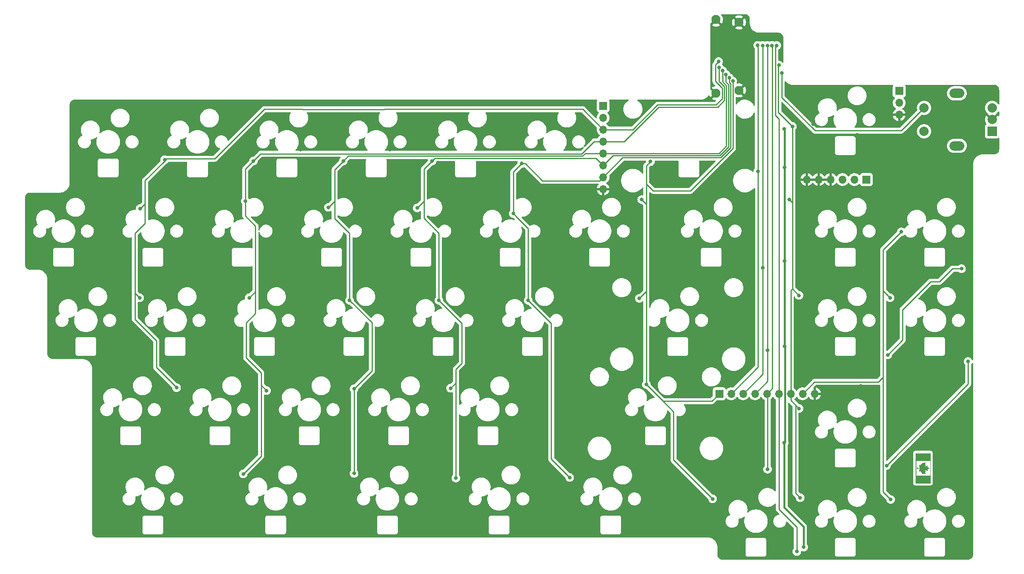
<source format=gtl>
%TF.GenerationSoftware,KiCad,Pcbnew,(6.0.5)*%
%TF.CreationDate,2022-07-14T01:36:56-06:00*%
%TF.ProjectId,kb_right,6b625f72-6967-4687-942e-6b696361645f,rev?*%
%TF.SameCoordinates,Original*%
%TF.FileFunction,Copper,L1,Top*%
%TF.FilePolarity,Positive*%
%FSLAX46Y46*%
G04 Gerber Fmt 4.6, Leading zero omitted, Abs format (unit mm)*
G04 Created by KiCad (PCBNEW (6.0.5)) date 2022-07-14 01:36:56*
%MOMM*%
%LPD*%
G01*
G04 APERTURE LIST*
%TA.AperFunction,NonConductor*%
%ADD10C,0.006000*%
%TD*%
%TA.AperFunction,ComponentPad*%
%ADD11R,1.700000X1.700000*%
%TD*%
%TA.AperFunction,ComponentPad*%
%ADD12O,1.700000X1.700000*%
%TD*%
%TA.AperFunction,WasherPad*%
%ADD13O,3.200000X2.000000*%
%TD*%
%TA.AperFunction,ComponentPad*%
%ADD14R,2.000000X2.000000*%
%TD*%
%TA.AperFunction,ComponentPad*%
%ADD15C,2.000000*%
%TD*%
%TA.AperFunction,ComponentPad*%
%ADD16C,1.950000*%
%TD*%
%TA.AperFunction,ViaPad*%
%ADD17C,0.800000*%
%TD*%
%TA.AperFunction,Conductor*%
%ADD18C,0.254000*%
%TD*%
%TA.AperFunction,Conductor*%
%ADD19C,0.381000*%
%TD*%
G04 APERTURE END LIST*
D10*
G36*
X232178490Y-132259918D02*
G01*
X232179396Y-132261725D01*
X232180376Y-132263474D01*
X232181428Y-132265161D01*
X232182549Y-132266787D01*
X232183736Y-132268349D01*
X232184986Y-132269848D01*
X232186296Y-132271281D01*
X232187665Y-132272647D01*
X232189088Y-132273946D01*
X232190564Y-132275176D01*
X232193662Y-132277424D01*
X232196937Y-132279382D01*
X232200366Y-132281041D01*
X232203928Y-132282391D01*
X232207601Y-132283423D01*
X232211363Y-132284127D01*
X232213271Y-132284354D01*
X232215193Y-132284495D01*
X232217126Y-132284549D01*
X232219068Y-132284516D01*
X232221015Y-132284394D01*
X232222966Y-132284181D01*
X232224917Y-132283878D01*
X232226865Y-132283482D01*
X232228809Y-132282992D01*
X232230745Y-132282407D01*
X232609099Y-132159376D01*
X232533031Y-132517886D01*
X232532683Y-132519764D01*
X232532419Y-132521640D01*
X232532239Y-132523513D01*
X232532142Y-132525380D01*
X232532125Y-132527239D01*
X232532190Y-132529087D01*
X232532333Y-132530924D01*
X232532554Y-132532745D01*
X232532851Y-132534549D01*
X232533225Y-132536334D01*
X232533672Y-132538098D01*
X232534193Y-132539838D01*
X232534786Y-132541552D01*
X232535449Y-132543237D01*
X232536182Y-132544892D01*
X232536984Y-132546514D01*
X232537853Y-132548101D01*
X232538788Y-132549651D01*
X232539788Y-132551161D01*
X232540852Y-132552630D01*
X232541978Y-132554054D01*
X232543166Y-132555433D01*
X232544414Y-132556762D01*
X232545722Y-132558041D01*
X232547087Y-132559267D01*
X232548509Y-132560437D01*
X232549986Y-132561550D01*
X232551518Y-132562603D01*
X232553103Y-132563594D01*
X232554741Y-132564521D01*
X232556429Y-132565381D01*
X232558167Y-132566173D01*
X232721547Y-132635626D01*
X232421245Y-132915423D01*
X232418768Y-132917973D01*
X232416535Y-132920683D01*
X232414550Y-132923538D01*
X232412816Y-132926521D01*
X232411336Y-132929615D01*
X232410111Y-132932804D01*
X232409146Y-132936071D01*
X232408442Y-132939400D01*
X232408003Y-132942774D01*
X232407832Y-132946176D01*
X232407931Y-132949590D01*
X232408303Y-132953000D01*
X232408951Y-132956389D01*
X232409878Y-132959740D01*
X232411086Y-132963038D01*
X232412579Y-132966264D01*
X232414331Y-132969357D01*
X232416307Y-132972261D01*
X232418491Y-132974966D01*
X232420867Y-132977468D01*
X232423422Y-132979757D01*
X232426139Y-132981827D01*
X232429004Y-132983670D01*
X232432002Y-132985279D01*
X232435117Y-132986647D01*
X232438335Y-132987766D01*
X232441640Y-132988628D01*
X232445017Y-132989228D01*
X232448452Y-132989557D01*
X232451928Y-132989607D01*
X232455432Y-132989372D01*
X232458948Y-132988845D01*
X233154802Y-132853907D01*
X233029786Y-133070204D01*
X233028712Y-133072152D01*
X233027743Y-133074143D01*
X233026882Y-133076173D01*
X233026128Y-133078238D01*
X233025482Y-133080334D01*
X233024945Y-133082456D01*
X233024517Y-133084599D01*
X233024199Y-133086761D01*
X233023990Y-133088936D01*
X233023893Y-133091119D01*
X233023907Y-133093308D01*
X233024032Y-133095497D01*
X233024270Y-133097683D01*
X233024620Y-133099860D01*
X233025084Y-133102025D01*
X233025661Y-133104174D01*
X233026349Y-133106289D01*
X233027141Y-133108357D01*
X233028035Y-133110373D01*
X233029028Y-133112335D01*
X233030117Y-133114238D01*
X233031299Y-133116080D01*
X233032572Y-133117857D01*
X233033932Y-133119567D01*
X233035378Y-133121205D01*
X233036906Y-133122768D01*
X233038513Y-133124254D01*
X233040198Y-133125658D01*
X233041956Y-133126978D01*
X233043785Y-133128210D01*
X233045683Y-133129350D01*
X233047646Y-133130397D01*
X233478917Y-133350001D01*
X233047646Y-133569605D01*
X233045683Y-133570651D01*
X233043785Y-133571792D01*
X233041956Y-133573024D01*
X233040198Y-133574344D01*
X233038513Y-133575748D01*
X233036906Y-133577234D01*
X233035378Y-133578797D01*
X233033932Y-133580435D01*
X233032572Y-133582144D01*
X233031299Y-133583922D01*
X233030117Y-133585764D01*
X233029028Y-133587667D01*
X233028035Y-133589628D01*
X233027141Y-133591644D01*
X233026349Y-133593712D01*
X233025661Y-133595828D01*
X233025084Y-133597976D01*
X233024620Y-133600141D01*
X233024270Y-133602319D01*
X233024032Y-133604504D01*
X233023907Y-133606693D01*
X233023893Y-133608882D01*
X233023990Y-133611066D01*
X233024199Y-133613241D01*
X233024517Y-133615402D01*
X233024945Y-133617546D01*
X233025482Y-133619668D01*
X233026128Y-133621763D01*
X233026882Y-133623829D01*
X233027743Y-133625859D01*
X233028712Y-133627850D01*
X233029786Y-133629798D01*
X233154802Y-133846094D01*
X232458948Y-133711157D01*
X232457190Y-133710856D01*
X232455432Y-133710629D01*
X232453678Y-133710476D01*
X232451928Y-133710394D01*
X232450186Y-133710384D01*
X232448452Y-133710445D01*
X232446728Y-133710575D01*
X232445017Y-133710774D01*
X232443320Y-133711040D01*
X232441640Y-133711373D01*
X232439977Y-133711772D01*
X232438335Y-133712236D01*
X232436714Y-133712764D01*
X232435117Y-133713355D01*
X232433546Y-133714008D01*
X232432002Y-133714723D01*
X232430487Y-133715497D01*
X232429004Y-133716332D01*
X232427554Y-133717224D01*
X232426139Y-133718175D01*
X232424761Y-133719182D01*
X232423422Y-133720245D01*
X232422123Y-133721362D01*
X232420867Y-133722534D01*
X232419656Y-133723758D01*
X232418491Y-133725035D01*
X232417374Y-133726363D01*
X232416307Y-133727741D01*
X232415292Y-133729168D01*
X232414331Y-133730644D01*
X232413426Y-133732167D01*
X232412579Y-133733737D01*
X232411797Y-133735341D01*
X232411086Y-133736964D01*
X232410447Y-133738605D01*
X232409878Y-133740261D01*
X232409379Y-133741931D01*
X232408951Y-133743612D01*
X232408592Y-133745303D01*
X232408303Y-133747001D01*
X232408083Y-133748705D01*
X232407931Y-133750411D01*
X232407848Y-133752119D01*
X232407832Y-133753826D01*
X232408003Y-133757228D01*
X232408442Y-133760602D01*
X232409146Y-133763930D01*
X232410111Y-133767197D01*
X232410691Y-133768803D01*
X232411336Y-133770386D01*
X232412044Y-133771946D01*
X232412816Y-133773480D01*
X232413652Y-133774987D01*
X232414550Y-133776463D01*
X232415512Y-133777908D01*
X232416535Y-133779318D01*
X232417621Y-133780693D01*
X232418768Y-133782029D01*
X232419976Y-133783325D01*
X232421245Y-133784579D01*
X232721547Y-134064376D01*
X232558167Y-134133829D01*
X232556429Y-134134620D01*
X232554741Y-134135480D01*
X232553103Y-134136407D01*
X232551518Y-134137398D01*
X232548509Y-134139564D01*
X232545722Y-134141961D01*
X232543166Y-134144569D01*
X232540852Y-134147372D01*
X232538788Y-134150350D01*
X232536984Y-134153487D01*
X232535449Y-134156765D01*
X232534193Y-134160164D01*
X232533225Y-134163667D01*
X232532554Y-134167257D01*
X232532190Y-134170914D01*
X232532142Y-134174622D01*
X232532239Y-134176489D01*
X232532419Y-134178362D01*
X232532683Y-134180238D01*
X232533031Y-134182115D01*
X232609099Y-134540626D01*
X232230745Y-134417594D01*
X232228809Y-134417010D01*
X232226865Y-134416520D01*
X232224917Y-134416124D01*
X232222966Y-134415820D01*
X232221015Y-134415608D01*
X232219068Y-134415486D01*
X232217126Y-134415452D01*
X232215193Y-134415507D01*
X232213271Y-134415648D01*
X232211363Y-134415874D01*
X232209473Y-134416185D01*
X232207601Y-134416579D01*
X232205752Y-134417054D01*
X232203928Y-134417611D01*
X232202132Y-134418247D01*
X232200366Y-134418961D01*
X232198633Y-134419752D01*
X232196937Y-134420620D01*
X232195279Y-134421562D01*
X232193662Y-134422578D01*
X232192090Y-134423666D01*
X232190564Y-134424826D01*
X232189088Y-134426056D01*
X232187665Y-134427354D01*
X232186296Y-134428721D01*
X232184986Y-134430154D01*
X232183736Y-134431652D01*
X232182549Y-134433215D01*
X232181428Y-134434840D01*
X232180376Y-134436528D01*
X232179396Y-134438276D01*
X232178490Y-134440084D01*
X232113005Y-134580313D01*
X231608974Y-133957881D01*
X231606709Y-133955307D01*
X231604276Y-133952947D01*
X231601689Y-133950806D01*
X231598962Y-133948887D01*
X231596111Y-133947194D01*
X231593150Y-133945731D01*
X231590093Y-133944503D01*
X231586955Y-133943513D01*
X231583751Y-133942766D01*
X231580495Y-133942264D01*
X231577201Y-133942013D01*
X231573886Y-133942016D01*
X231570562Y-133942278D01*
X231567244Y-133942802D01*
X231563948Y-133943592D01*
X231560688Y-133944652D01*
X231349021Y-134021381D01*
X231448901Y-133453188D01*
X231449405Y-133449667D01*
X231449707Y-133446143D01*
X231449811Y-133442624D01*
X231449718Y-133439118D01*
X231449430Y-133435634D01*
X231448950Y-133432178D01*
X231448281Y-133428759D01*
X231447424Y-133425385D01*
X231446381Y-133422063D01*
X231445155Y-133418802D01*
X231443748Y-133415609D01*
X231442163Y-133412493D01*
X231440401Y-133409461D01*
X231438464Y-133406521D01*
X231436356Y-133403681D01*
X231434078Y-133400949D01*
X231431649Y-133398350D01*
X231429092Y-133395906D01*
X231426415Y-133393620D01*
X231423625Y-133391496D01*
X231420729Y-133389537D01*
X231417735Y-133387745D01*
X231414651Y-133386124D01*
X231411484Y-133384678D01*
X231408242Y-133383409D01*
X231404933Y-133382321D01*
X231401563Y-133381417D01*
X231398141Y-133380700D01*
X231394674Y-133380173D01*
X231391169Y-133379840D01*
X231387635Y-133379703D01*
X231384078Y-133379766D01*
X230813240Y-133409532D01*
X230813240Y-133290469D01*
X231384078Y-133320235D01*
X231387635Y-133320298D01*
X231391169Y-133320162D01*
X231394674Y-133319829D01*
X231398141Y-133319302D01*
X231401563Y-133318585D01*
X231404933Y-133317681D01*
X231408242Y-133316592D01*
X231411484Y-133315324D01*
X231414651Y-133313877D01*
X231417735Y-133312257D01*
X231420729Y-133310465D01*
X231423625Y-133308506D01*
X231426415Y-133306381D01*
X231429092Y-133304096D01*
X231431649Y-133301652D01*
X231434078Y-133299053D01*
X231436356Y-133296321D01*
X231438464Y-133293481D01*
X231440401Y-133290541D01*
X231442163Y-133287509D01*
X231443748Y-133284392D01*
X231445155Y-133281200D01*
X231446381Y-133277939D01*
X231447424Y-133274617D01*
X231448281Y-133271243D01*
X231448950Y-133267824D01*
X231449430Y-133264368D01*
X231449718Y-133260883D01*
X231449811Y-133257378D01*
X231449707Y-133253859D01*
X231449405Y-133250335D01*
X231448901Y-133246813D01*
X231349021Y-132678621D01*
X231560688Y-132755350D01*
X231562312Y-132755914D01*
X231563948Y-132756410D01*
X231565593Y-132756839D01*
X231567244Y-132757200D01*
X231568901Y-132757495D01*
X231570562Y-132757724D01*
X231572224Y-132757887D01*
X231573886Y-132757985D01*
X231575545Y-132758019D01*
X231577201Y-132757989D01*
X231578852Y-132757895D01*
X231580495Y-132757738D01*
X231582128Y-132757518D01*
X231583751Y-132757236D01*
X231585360Y-132756893D01*
X231586955Y-132756489D01*
X231588533Y-132756024D01*
X231590093Y-132755499D01*
X231591632Y-132754914D01*
X231593150Y-132754270D01*
X231594643Y-132753568D01*
X231596111Y-132752808D01*
X231597552Y-132751990D01*
X231598962Y-132751115D01*
X231600342Y-132750184D01*
X231601689Y-132749196D01*
X231603001Y-132748153D01*
X231604276Y-132747055D01*
X231605513Y-132745902D01*
X231606709Y-132744695D01*
X231607864Y-132743434D01*
X231608974Y-132742121D01*
X232113005Y-132119688D01*
X232178490Y-132259918D01*
G37*
X232178490Y-132259918D02*
X232179396Y-132261725D01*
X232180376Y-132263474D01*
X232181428Y-132265161D01*
X232182549Y-132266787D01*
X232183736Y-132268349D01*
X232184986Y-132269848D01*
X232186296Y-132271281D01*
X232187665Y-132272647D01*
X232189088Y-132273946D01*
X232190564Y-132275176D01*
X232193662Y-132277424D01*
X232196937Y-132279382D01*
X232200366Y-132281041D01*
X232203928Y-132282391D01*
X232207601Y-132283423D01*
X232211363Y-132284127D01*
X232213271Y-132284354D01*
X232215193Y-132284495D01*
X232217126Y-132284549D01*
X232219068Y-132284516D01*
X232221015Y-132284394D01*
X232222966Y-132284181D01*
X232224917Y-132283878D01*
X232226865Y-132283482D01*
X232228809Y-132282992D01*
X232230745Y-132282407D01*
X232609099Y-132159376D01*
X232533031Y-132517886D01*
X232532683Y-132519764D01*
X232532419Y-132521640D01*
X232532239Y-132523513D01*
X232532142Y-132525380D01*
X232532125Y-132527239D01*
X232532190Y-132529087D01*
X232532333Y-132530924D01*
X232532554Y-132532745D01*
X232532851Y-132534549D01*
X232533225Y-132536334D01*
X232533672Y-132538098D01*
X232534193Y-132539838D01*
X232534786Y-132541552D01*
X232535449Y-132543237D01*
X232536182Y-132544892D01*
X232536984Y-132546514D01*
X232537853Y-132548101D01*
X232538788Y-132549651D01*
X232539788Y-132551161D01*
X232540852Y-132552630D01*
X232541978Y-132554054D01*
X232543166Y-132555433D01*
X232544414Y-132556762D01*
X232545722Y-132558041D01*
X232547087Y-132559267D01*
X232548509Y-132560437D01*
X232549986Y-132561550D01*
X232551518Y-132562603D01*
X232553103Y-132563594D01*
X232554741Y-132564521D01*
X232556429Y-132565381D01*
X232558167Y-132566173D01*
X232721547Y-132635626D01*
X232421245Y-132915423D01*
X232418768Y-132917973D01*
X232416535Y-132920683D01*
X232414550Y-132923538D01*
X232412816Y-132926521D01*
X232411336Y-132929615D01*
X232410111Y-132932804D01*
X232409146Y-132936071D01*
X232408442Y-132939400D01*
X232408003Y-132942774D01*
X232407832Y-132946176D01*
X232407931Y-132949590D01*
X232408303Y-132953000D01*
X232408951Y-132956389D01*
X232409878Y-132959740D01*
X232411086Y-132963038D01*
X232412579Y-132966264D01*
X232414331Y-132969357D01*
X232416307Y-132972261D01*
X232418491Y-132974966D01*
X232420867Y-132977468D01*
X232423422Y-132979757D01*
X232426139Y-132981827D01*
X232429004Y-132983670D01*
X232432002Y-132985279D01*
X232435117Y-132986647D01*
X232438335Y-132987766D01*
X232441640Y-132988628D01*
X232445017Y-132989228D01*
X232448452Y-132989557D01*
X232451928Y-132989607D01*
X232455432Y-132989372D01*
X232458948Y-132988845D01*
X233154802Y-132853907D01*
X233029786Y-133070204D01*
X233028712Y-133072152D01*
X233027743Y-133074143D01*
X233026882Y-133076173D01*
X233026128Y-133078238D01*
X233025482Y-133080334D01*
X233024945Y-133082456D01*
X233024517Y-133084599D01*
X233024199Y-133086761D01*
X233023990Y-133088936D01*
X233023893Y-133091119D01*
X233023907Y-133093308D01*
X233024032Y-133095497D01*
X233024270Y-133097683D01*
X233024620Y-133099860D01*
X233025084Y-133102025D01*
X233025661Y-133104174D01*
X233026349Y-133106289D01*
X233027141Y-133108357D01*
X233028035Y-133110373D01*
X233029028Y-133112335D01*
X233030117Y-133114238D01*
X233031299Y-133116080D01*
X233032572Y-133117857D01*
X233033932Y-133119567D01*
X233035378Y-133121205D01*
X233036906Y-133122768D01*
X233038513Y-133124254D01*
X233040198Y-133125658D01*
X233041956Y-133126978D01*
X233043785Y-133128210D01*
X233045683Y-133129350D01*
X233047646Y-133130397D01*
X233478917Y-133350001D01*
X233047646Y-133569605D01*
X233045683Y-133570651D01*
X233043785Y-133571792D01*
X233041956Y-133573024D01*
X233040198Y-133574344D01*
X233038513Y-133575748D01*
X233036906Y-133577234D01*
X233035378Y-133578797D01*
X233033932Y-133580435D01*
X233032572Y-133582144D01*
X233031299Y-133583922D01*
X233030117Y-133585764D01*
X233029028Y-133587667D01*
X233028035Y-133589628D01*
X233027141Y-133591644D01*
X233026349Y-133593712D01*
X233025661Y-133595828D01*
X233025084Y-133597976D01*
X233024620Y-133600141D01*
X233024270Y-133602319D01*
X233024032Y-133604504D01*
X233023907Y-133606693D01*
X233023893Y-133608882D01*
X233023990Y-133611066D01*
X233024199Y-133613241D01*
X233024517Y-133615402D01*
X233024945Y-133617546D01*
X233025482Y-133619668D01*
X233026128Y-133621763D01*
X233026882Y-133623829D01*
X233027743Y-133625859D01*
X233028712Y-133627850D01*
X233029786Y-133629798D01*
X233154802Y-133846094D01*
X232458948Y-133711157D01*
X232457190Y-133710856D01*
X232455432Y-133710629D01*
X232453678Y-133710476D01*
X232451928Y-133710394D01*
X232450186Y-133710384D01*
X232448452Y-133710445D01*
X232446728Y-133710575D01*
X232445017Y-133710774D01*
X232443320Y-133711040D01*
X232441640Y-133711373D01*
X232439977Y-133711772D01*
X232438335Y-133712236D01*
X232436714Y-133712764D01*
X232435117Y-133713355D01*
X232433546Y-133714008D01*
X232432002Y-133714723D01*
X232430487Y-133715497D01*
X232429004Y-133716332D01*
X232427554Y-133717224D01*
X232426139Y-133718175D01*
X232424761Y-133719182D01*
X232423422Y-133720245D01*
X232422123Y-133721362D01*
X232420867Y-133722534D01*
X232419656Y-133723758D01*
X232418491Y-133725035D01*
X232417374Y-133726363D01*
X232416307Y-133727741D01*
X232415292Y-133729168D01*
X232414331Y-133730644D01*
X232413426Y-133732167D01*
X232412579Y-133733737D01*
X232411797Y-133735341D01*
X232411086Y-133736964D01*
X232410447Y-133738605D01*
X232409878Y-133740261D01*
X232409379Y-133741931D01*
X232408951Y-133743612D01*
X232408592Y-133745303D01*
X232408303Y-133747001D01*
X232408083Y-133748705D01*
X232407931Y-133750411D01*
X232407848Y-133752119D01*
X232407832Y-133753826D01*
X232408003Y-133757228D01*
X232408442Y-133760602D01*
X232409146Y-133763930D01*
X232410111Y-133767197D01*
X232410691Y-133768803D01*
X232411336Y-133770386D01*
X232412044Y-133771946D01*
X232412816Y-133773480D01*
X232413652Y-133774987D01*
X232414550Y-133776463D01*
X232415512Y-133777908D01*
X232416535Y-133779318D01*
X232417621Y-133780693D01*
X232418768Y-133782029D01*
X232419976Y-133783325D01*
X232421245Y-133784579D01*
X232721547Y-134064376D01*
X232558167Y-134133829D01*
X232556429Y-134134620D01*
X232554741Y-134135480D01*
X232553103Y-134136407D01*
X232551518Y-134137398D01*
X232548509Y-134139564D01*
X232545722Y-134141961D01*
X232543166Y-134144569D01*
X232540852Y-134147372D01*
X232538788Y-134150350D01*
X232536984Y-134153487D01*
X232535449Y-134156765D01*
X232534193Y-134160164D01*
X232533225Y-134163667D01*
X232532554Y-134167257D01*
X232532190Y-134170914D01*
X232532142Y-134174622D01*
X232532239Y-134176489D01*
X232532419Y-134178362D01*
X232532683Y-134180238D01*
X232533031Y-134182115D01*
X232609099Y-134540626D01*
X232230745Y-134417594D01*
X232228809Y-134417010D01*
X232226865Y-134416520D01*
X232224917Y-134416124D01*
X232222966Y-134415820D01*
X232221015Y-134415608D01*
X232219068Y-134415486D01*
X232217126Y-134415452D01*
X232215193Y-134415507D01*
X232213271Y-134415648D01*
X232211363Y-134415874D01*
X232209473Y-134416185D01*
X232207601Y-134416579D01*
X232205752Y-134417054D01*
X232203928Y-134417611D01*
X232202132Y-134418247D01*
X232200366Y-134418961D01*
X232198633Y-134419752D01*
X232196937Y-134420620D01*
X232195279Y-134421562D01*
X232193662Y-134422578D01*
X232192090Y-134423666D01*
X232190564Y-134424826D01*
X232189088Y-134426056D01*
X232187665Y-134427354D01*
X232186296Y-134428721D01*
X232184986Y-134430154D01*
X232183736Y-134431652D01*
X232182549Y-134433215D01*
X232181428Y-134434840D01*
X232180376Y-134436528D01*
X232179396Y-134438276D01*
X232178490Y-134440084D01*
X232113005Y-134580313D01*
X231608974Y-133957881D01*
X231606709Y-133955307D01*
X231604276Y-133952947D01*
X231601689Y-133950806D01*
X231598962Y-133948887D01*
X231596111Y-133947194D01*
X231593150Y-133945731D01*
X231590093Y-133944503D01*
X231586955Y-133943513D01*
X231583751Y-133942766D01*
X231580495Y-133942264D01*
X231577201Y-133942013D01*
X231573886Y-133942016D01*
X231570562Y-133942278D01*
X231567244Y-133942802D01*
X231563948Y-133943592D01*
X231560688Y-133944652D01*
X231349021Y-134021381D01*
X231448901Y-133453188D01*
X231449405Y-133449667D01*
X231449707Y-133446143D01*
X231449811Y-133442624D01*
X231449718Y-133439118D01*
X231449430Y-133435634D01*
X231448950Y-133432178D01*
X231448281Y-133428759D01*
X231447424Y-133425385D01*
X231446381Y-133422063D01*
X231445155Y-133418802D01*
X231443748Y-133415609D01*
X231442163Y-133412493D01*
X231440401Y-133409461D01*
X231438464Y-133406521D01*
X231436356Y-133403681D01*
X231434078Y-133400949D01*
X231431649Y-133398350D01*
X231429092Y-133395906D01*
X231426415Y-133393620D01*
X231423625Y-133391496D01*
X231420729Y-133389537D01*
X231417735Y-133387745D01*
X231414651Y-133386124D01*
X231411484Y-133384678D01*
X231408242Y-133383409D01*
X231404933Y-133382321D01*
X231401563Y-133381417D01*
X231398141Y-133380700D01*
X231394674Y-133380173D01*
X231391169Y-133379840D01*
X231387635Y-133379703D01*
X231384078Y-133379766D01*
X230813240Y-133409532D01*
X230813240Y-133290469D01*
X231384078Y-133320235D01*
X231387635Y-133320298D01*
X231391169Y-133320162D01*
X231394674Y-133319829D01*
X231398141Y-133319302D01*
X231401563Y-133318585D01*
X231404933Y-133317681D01*
X231408242Y-133316592D01*
X231411484Y-133315324D01*
X231414651Y-133313877D01*
X231417735Y-133312257D01*
X231420729Y-133310465D01*
X231423625Y-133308506D01*
X231426415Y-133306381D01*
X231429092Y-133304096D01*
X231431649Y-133301652D01*
X231434078Y-133299053D01*
X231436356Y-133296321D01*
X231438464Y-133293481D01*
X231440401Y-133290541D01*
X231442163Y-133287509D01*
X231443748Y-133284392D01*
X231445155Y-133281200D01*
X231446381Y-133277939D01*
X231447424Y-133274617D01*
X231448281Y-133271243D01*
X231448950Y-133267824D01*
X231449430Y-133264368D01*
X231449718Y-133260883D01*
X231449811Y-133257378D01*
X231449707Y-133253859D01*
X231449405Y-133250335D01*
X231448901Y-133246813D01*
X231349021Y-132678621D01*
X231560688Y-132755350D01*
X231562312Y-132755914D01*
X231563948Y-132756410D01*
X231565593Y-132756839D01*
X231567244Y-132757200D01*
X231568901Y-132757495D01*
X231570562Y-132757724D01*
X231572224Y-132757887D01*
X231573886Y-132757985D01*
X231575545Y-132758019D01*
X231577201Y-132757989D01*
X231578852Y-132757895D01*
X231580495Y-132757738D01*
X231582128Y-132757518D01*
X231583751Y-132757236D01*
X231585360Y-132756893D01*
X231586955Y-132756489D01*
X231588533Y-132756024D01*
X231590093Y-132755499D01*
X231591632Y-132754914D01*
X231593150Y-132754270D01*
X231594643Y-132753568D01*
X231596111Y-132752808D01*
X231597552Y-132751990D01*
X231598962Y-132751115D01*
X231600342Y-132750184D01*
X231601689Y-132749196D01*
X231603001Y-132748153D01*
X231604276Y-132747055D01*
X231605513Y-132745902D01*
X231606709Y-132744695D01*
X231607864Y-132743434D01*
X231608974Y-132742121D01*
X232113005Y-132119688D01*
X232178490Y-132259918D01*
G36*
X230633985Y-131827985D02*
G01*
X230633985Y-134872016D01*
X230568500Y-134937501D01*
X230568500Y-131762501D01*
X230633985Y-131827985D01*
G37*
X230633985Y-131827985D02*
X230633985Y-134872016D01*
X230568500Y-134937501D01*
X230568500Y-131762501D01*
X230633985Y-131827985D01*
G36*
X233743500Y-136525000D02*
G01*
X230568500Y-136525000D01*
X230568500Y-134937501D01*
X233743500Y-134937501D01*
X233743500Y-136525000D01*
G37*
X233743500Y-136525000D02*
X230568500Y-136525000D01*
X230568500Y-134937501D01*
X233743500Y-134937501D01*
X233743500Y-136525000D01*
G36*
X233743500Y-131762501D02*
G01*
X230568500Y-131762501D01*
X230568500Y-130175001D01*
X233743500Y-130175001D01*
X233743500Y-131762501D01*
G37*
X233743500Y-131762501D02*
X230568500Y-131762501D01*
X230568500Y-130175001D01*
X233743500Y-130175001D01*
X233743500Y-131762501D01*
G36*
X233743500Y-134937501D02*
G01*
X233678016Y-134872016D01*
X233678016Y-131827985D01*
X233743500Y-131762501D01*
X233743500Y-134937501D01*
G37*
X233743500Y-134937501D02*
X233678016Y-134872016D01*
X233678016Y-131827985D01*
X233743500Y-131762501D01*
X233743500Y-134937501D01*
D11*
%TO.P,J3,1,Pin_1*%
%TO.N,+5V*%
X220091000Y-71755000D03*
D12*
%TO.P,J3,2,Pin_2*%
X217551000Y-71755000D03*
%TO.P,J3,3,Pin_3*%
X215011000Y-71755000D03*
%TO.P,J3,4,Pin_4*%
%TO.N,GND*%
X212471000Y-71755000D03*
%TO.P,J3,5,Pin_5*%
X209931000Y-71755000D03*
%TO.P,J3,6,Pin_6*%
X207391000Y-71755000D03*
%TD*%
D11*
%TO.P,J2,1,Pin_1*%
%TO.N,/ENC_R2*%
X227076000Y-52847000D03*
D12*
%TO.P,J2,2,Pin_2*%
%TO.N,/ENC_R1*%
X227076000Y-55387000D03*
%TO.P,J2,3,Pin_3*%
%TO.N,GND*%
X227076000Y-57927000D03*
%TD*%
D11*
%TO.P,J4,1,Pin_1*%
%TO.N,/COL0*%
X163957000Y-56007000D03*
D12*
%TO.P,J4,2,Pin_2*%
%TO.N,/RGB_IN*%
X163957000Y-58547000D03*
%TO.P,J4,3,Pin_3*%
%TO.N,/COL1*%
X163957000Y-61087000D03*
%TO.P,J4,4,Pin_4*%
%TO.N,/COL2*%
X163957000Y-63627000D03*
%TO.P,J4,5,Pin_5*%
%TO.N,/COL3*%
X163957000Y-66167000D03*
%TO.P,J4,6,Pin_6*%
%TO.N,/COL4*%
X163957000Y-68707000D03*
%TO.P,J4,7,Pin_7*%
%TO.N,/COL5*%
X163957000Y-71247000D03*
%TO.P,J4,8,Pin_8*%
%TO.N,GND*%
X163957000Y-73787000D03*
%TD*%
D13*
%TO.P,SW0,*%
%TO.N,*%
X239395000Y-64559750D03*
X239395000Y-53359750D03*
D14*
%TO.P,SW0,A,A*%
%TO.N,/ENC_R1*%
X246895000Y-61459750D03*
D15*
%TO.P,SW0,B,B*%
%TO.N,/ENC_R2*%
X246895000Y-56459750D03*
%TO.P,SW0,C,C*%
%TO.N,GND*%
X246895000Y-58959750D03*
%TO.P,SW0,S1,S1*%
%TO.N,/COL8*%
X232395000Y-56459750D03*
%TO.P,SW0,S2,S2*%
%TO.N,Net-(D0-Pad2)*%
X232395000Y-61459750D03*
%TD*%
D11*
%TO.P,J5,1,Pin_1*%
%TO.N,/COL6*%
X188722000Y-117475000D03*
D12*
%TO.P,J5,2,Pin_2*%
%TO.N,/ROW5*%
X191262000Y-117475000D03*
%TO.P,J5,3,Pin_3*%
%TO.N,/ROW6*%
X193802000Y-117475000D03*
%TO.P,J5,4,Pin_4*%
%TO.N,/ROW7*%
X196342000Y-117475000D03*
%TO.P,J5,5,Pin_5*%
%TO.N,/ROW8*%
X198882000Y-117475000D03*
%TO.P,J5,6,Pin_6*%
%TO.N,/ROW9*%
X201422000Y-117475000D03*
%TO.P,J5,7,Pin_7*%
%TO.N,/COL7*%
X203962000Y-117475000D03*
%TO.P,J5,8,Pin_8*%
%TO.N,/COL8*%
X206502000Y-117475000D03*
%TO.P,J5,9,Pin_9*%
%TO.N,GND*%
X209042000Y-117475000D03*
%TD*%
D16*
%TO.P,J1,S1,SHIELD*%
%TO.N,GND*%
X192923000Y-38216000D03*
%TO.P,J1,S2,SHIELD*%
X192923000Y-52716000D03*
%TO.P,J1,S3,SHIELD*%
X188023000Y-53316000D03*
%TO.P,J1,S4,SHIELD*%
X188023000Y-37616000D03*
%TD*%
D17*
%TO.N,GND*%
X190373000Y-72898000D03*
%TO.N,/COL2*%
X188684315Y-47854896D03*
%TO.N,+5V*%
X202533250Y-60928250D03*
X202626690Y-107355000D03*
X202596750Y-127920750D03*
X206724250Y-150209250D03*
X202644011Y-89138489D03*
X202626691Y-69147750D03*
%TO.N,GND*%
X239236250Y-59912250D03*
X109442250Y-147669250D03*
X81756250Y-115792250D03*
X146145250Y-110839250D03*
X136747250Y-130143250D03*
X244316250Y-64992250D03*
X76676250Y-85312250D03*
X189706250Y-86201250D03*
X152876250Y-80232250D03*
X212852000Y-67945000D03*
X229076250Y-75152250D03*
X207105250Y-152368250D03*
X234156250Y-125952250D03*
X157067250Y-147669250D03*
X51530250Y-86074250D03*
X122396250Y-85312250D03*
X183356250Y-85312250D03*
X188817250Y-151225250D03*
X157956250Y-115792250D03*
X226155250Y-152368250D03*
X108045250Y-110712250D03*
X163036250Y-120872250D03*
X166084250Y-86074250D03*
X56229250Y-105124250D03*
X85820250Y-147669250D03*
X97631250Y-91789250D03*
X152876250Y-141192250D03*
X59531250Y-91662250D03*
X122396250Y-95472250D03*
X218408250Y-86074250D03*
X229076250Y-120872250D03*
X226282250Y-91662250D03*
X183356250Y-141192250D03*
X137763250Y-64865250D03*
X208756250Y-85312250D03*
X178276250Y-85312250D03*
X239236250Y-115792250D03*
X229076250Y-70072250D03*
X96996250Y-115792250D03*
X117316250Y-85312250D03*
X71596250Y-95472250D03*
X76676250Y-115792250D03*
X81756250Y-95472250D03*
X152876250Y-85312250D03*
X207105250Y-134588250D03*
X193516250Y-120872250D03*
X212947250Y-111093250D03*
X193516250Y-64992250D03*
X195040250Y-52927250D03*
X107156250Y-95472250D03*
X168116250Y-100552250D03*
X107156250Y-141192250D03*
X163036250Y-110712250D03*
X188436250Y-120872250D03*
X178276250Y-141192250D03*
X234156250Y-115792250D03*
X231743250Y-110966250D03*
X66516250Y-95472250D03*
X152876250Y-136112250D03*
X78454250Y-91662250D03*
X81756250Y-136112250D03*
X74644250Y-72739250D03*
X229076250Y-85312250D03*
X157956250Y-110712250D03*
X61309250Y-129762250D03*
X177133250Y-110839250D03*
X157956250Y-141192250D03*
X107156250Y-136112250D03*
X56483250Y-72612250D03*
X132556250Y-141192250D03*
X98520250Y-130016250D03*
X176784000Y-68199000D03*
X157956250Y-85312250D03*
X59531250Y-147542250D03*
X172434250Y-130016250D03*
X141446250Y-91662250D03*
X163036250Y-100552250D03*
X188436250Y-39592250D03*
X142716250Y-95472250D03*
X157956250Y-120872250D03*
X118459250Y-65373250D03*
X44164250Y-85693250D03*
X193516250Y-100552250D03*
X69818250Y-110712250D03*
X178530250Y-91662250D03*
X193516250Y-59912250D03*
X117697250Y-129889250D03*
X102076250Y-85312250D03*
X80232250Y-65373250D03*
X192373250Y-48736250D03*
X81756250Y-85312250D03*
X127476250Y-136112250D03*
X153257250Y-58388250D03*
X83153250Y-110712250D03*
X122650250Y-91662250D03*
X99409250Y-65373250D03*
X218916250Y-115792250D03*
X61436250Y-85312250D03*
X146907250Y-86074250D03*
X207105250Y-91662250D03*
X234156250Y-120872250D03*
X133191250Y-147669250D03*
X137636250Y-85312250D03*
X163036250Y-95472250D03*
X96996250Y-85312250D03*
X48863250Y-104743250D03*
X65754250Y-124174250D03*
X70580250Y-143478250D03*
X137636250Y-115792250D03*
X208756250Y-59912250D03*
X229076250Y-115792250D03*
X76676250Y-80232250D03*
X229076250Y-125952250D03*
X86836250Y-95472250D03*
X239236250Y-70072250D03*
X51276250Y-95472250D03*
X61055250Y-66897250D03*
X127476250Y-141192250D03*
X160623250Y-91662250D03*
X79470250Y-129889250D03*
X102076250Y-95472250D03*
X117316250Y-115792250D03*
X178435000Y-72771000D03*
X218154250Y-62198250D03*
%TO.N,/ROW5*%
X196945250Y-69977000D03*
X196910294Y-43113295D03*
%TO.N,/ROW6*%
X197961250Y-90586270D03*
X197964106Y-43139680D03*
%TO.N,/ROW7*%
X240379250Y-90773250D03*
X224631250Y-109188250D03*
X198963562Y-43149346D03*
X199009000Y-108204000D03*
%TO.N,/ROW8*%
X199009000Y-133604000D03*
X199963064Y-43147934D03*
X224377250Y-132810250D03*
X241776250Y-110585250D03*
%TO.N,/ROW9*%
X200962566Y-43148333D03*
X205257020Y-151155020D03*
%TO.N,/COL1*%
X70453250Y-67532250D03*
X65246250Y-77946250D03*
X188577364Y-46554904D03*
X72993250Y-116173250D03*
X65119250Y-96996250D03*
%TO.N,/COL2*%
X87658479Y-76362021D03*
X87217250Y-134588250D03*
X92170250Y-116808250D03*
X88487250Y-96996250D03*
X89376250Y-67802000D03*
%TO.N,/COL3*%
X110839250Y-134461250D03*
X109873479Y-97535946D03*
X110839250Y-116427250D03*
X189420786Y-48530630D03*
X105378250Y-77692250D03*
X108553250Y-67802000D03*
%TO.N,/COL4*%
X124301250Y-77819250D03*
X132556250Y-135477250D03*
X128923479Y-97535946D03*
X131413250Y-116300250D03*
X127476250Y-67802000D03*
X190147286Y-49338268D03*
%TO.N,/COL5*%
X147973479Y-97535946D03*
X156813250Y-135350250D03*
X190873786Y-50060335D03*
X146558000Y-68361500D03*
X144808479Y-79022479D03*
%TO.N,/COL6*%
X171672250Y-97123250D03*
X172180250Y-76041250D03*
X173171109Y-115513109D03*
X187293250Y-139922250D03*
X174037105Y-67924460D03*
X191602458Y-50744471D03*
%TO.N,/COL7*%
X201418865Y-47338635D03*
X205708250Y-120618250D03*
X204311250Y-60420250D03*
X205708250Y-96488250D03*
X203676250Y-76041250D03*
X205962250Y-139668250D03*
%TO.N,/COL8*%
X227552250Y-82899250D03*
X202044964Y-48998536D03*
X225266250Y-140049250D03*
X225139250Y-96996250D03*
%TD*%
D18*
%TO.N,/COL1*%
X175586520Y-55807480D02*
X170307000Y-61087000D01*
X189332686Y-54507314D02*
X188032520Y-55807480D01*
X189332686Y-52211843D02*
X189332686Y-54507314D01*
X170307000Y-61087000D02*
X163957000Y-61087000D01*
X187911620Y-50790777D02*
X189332686Y-52211843D01*
X187911620Y-47220648D02*
X187911620Y-50790777D01*
X188577364Y-46554904D02*
X187911620Y-47220648D01*
X188032520Y-55807480D02*
X175586520Y-55807480D01*
%TO.N,/COL2*%
X168408374Y-63627000D02*
X163957000Y-63627000D01*
X188389206Y-56261000D02*
X175774374Y-56261000D01*
X175774374Y-56261000D02*
X168408374Y-63627000D01*
X189786206Y-54864000D02*
X188389206Y-56261000D01*
X188684315Y-50777893D02*
X189786206Y-51879784D01*
X189786206Y-51879784D02*
X189786206Y-54864000D01*
X188684315Y-47854896D02*
X188684315Y-50777893D01*
%TO.N,/COL3*%
X190239726Y-51691930D02*
X189420786Y-50872990D01*
X189420786Y-50872990D02*
X189420786Y-48530630D01*
X159584520Y-66729480D02*
X160147000Y-66167000D01*
X190239726Y-64566652D02*
X190239726Y-51691930D01*
X109625770Y-66729480D02*
X159584520Y-66729480D01*
X188639378Y-66167000D02*
X190239726Y-64566652D01*
X108553250Y-67802000D02*
X109625770Y-66729480D01*
X160147000Y-66167000D02*
X188639378Y-66167000D01*
%TO.N,/COL4*%
X190693246Y-51504076D02*
X190147286Y-50958116D01*
X190693246Y-64754506D02*
X190693246Y-51504076D01*
X190147286Y-50958116D02*
X190147286Y-49338268D01*
X188827232Y-66620520D02*
X190693246Y-64754506D01*
X166043480Y-66620520D02*
X188827232Y-66620520D01*
X163957000Y-68707000D02*
X166043480Y-66620520D01*
%TO.N,/COL5*%
X190873786Y-51043242D02*
X190873786Y-50060335D01*
X191146766Y-51316222D02*
X190873786Y-51043242D01*
X191146766Y-64942360D02*
X191146766Y-51316222D01*
X189015086Y-67074040D02*
X191146766Y-64942360D01*
X168129960Y-67074040D02*
X189015086Y-67074040D01*
X163957000Y-71247000D02*
X168129960Y-67074040D01*
D19*
%TO.N,+5V*%
X202626691Y-61021691D02*
X202533250Y-60928250D01*
X202644011Y-107337679D02*
X202626690Y-107355000D01*
X202626691Y-69147750D02*
X202626691Y-89121169D01*
X202596750Y-141763750D02*
X202596750Y-127920750D01*
X206724250Y-150209250D02*
X206724250Y-145891250D01*
X202626691Y-69147750D02*
X202626691Y-61021691D01*
X202626690Y-107355000D02*
X202692000Y-107420310D01*
X202692000Y-127825500D02*
X202596750Y-127920750D01*
X202644011Y-89138489D02*
X202644011Y-107337679D01*
X206724250Y-145891250D02*
X202596750Y-141763750D01*
X202692000Y-107420310D02*
X202692000Y-127825500D01*
X202626691Y-89121169D02*
X202644011Y-89138489D01*
D18*
%TO.N,/ROW5*%
X196977000Y-111760000D02*
X196977000Y-70008750D01*
X196945250Y-69977000D02*
X196945250Y-43148251D01*
X196977000Y-70008750D02*
X196945250Y-69977000D01*
X196945250Y-43148251D02*
X196910294Y-43113295D01*
X191262000Y-117475000D02*
X196977000Y-111760000D01*
%TO.N,/ROW6*%
X197961250Y-90586270D02*
X197961250Y-43142536D01*
X197961250Y-43142536D02*
X197964106Y-43139680D01*
X193802000Y-117475000D02*
X197961250Y-113315750D01*
X197961250Y-113315750D02*
X197961250Y-90586270D01*
%TO.N,/ROW7*%
X235680250Y-93567250D02*
X238474250Y-90773250D01*
X198977250Y-43163034D02*
X198963562Y-43149346D01*
X238474250Y-90773250D02*
X240379250Y-90773250D01*
X198977250Y-114839750D02*
X196342000Y-117475000D01*
X227806250Y-106013250D02*
X227806250Y-99536250D01*
X224631250Y-109188250D02*
X227806250Y-106013250D01*
X198977250Y-108172250D02*
X198977250Y-43163034D01*
X199009000Y-108204000D02*
X198977250Y-108172250D01*
X199009000Y-108204000D02*
X198977250Y-108235750D01*
X198977250Y-108235750D02*
X198977250Y-114839750D01*
X227806250Y-99536250D02*
X233775250Y-93567250D01*
X233775250Y-93567250D02*
X235680250Y-93567250D01*
%TO.N,/ROW8*%
X199009000Y-133604000D02*
X199009000Y-117602000D01*
X224377250Y-132810250D02*
X241776250Y-115411250D01*
X199009000Y-117602000D02*
X198882000Y-117475000D01*
X241776250Y-115411250D02*
X241776250Y-110585250D01*
X198882000Y-117475000D02*
X200025000Y-116332000D01*
X200025000Y-43209870D02*
X199963064Y-43147934D01*
X200025000Y-116332000D02*
X200025000Y-43209870D01*
%TO.N,/ROW9*%
X205257020Y-145948020D02*
X205257020Y-151155020D01*
X200660000Y-58039000D02*
X200660000Y-43450899D01*
X200660000Y-43450899D02*
X200962566Y-43148333D01*
X201422000Y-117475000D02*
X201422000Y-58801000D01*
X201422000Y-142113000D02*
X205257020Y-145948020D01*
X201422000Y-58801000D02*
X200660000Y-58039000D01*
X201422000Y-117475000D02*
X201422000Y-142113000D01*
%TO.N,/COL1*%
X67278250Y-104743250D02*
X68675250Y-106140250D01*
X66262250Y-81102717D02*
X64103250Y-83261717D01*
X66262250Y-76676250D02*
X66262250Y-81102717D01*
X117329447Y-56769000D02*
X117332718Y-56765729D01*
X65246250Y-77946250D02*
X66262250Y-76930250D01*
X159635729Y-56765729D02*
X163957000Y-61087000D01*
X70453250Y-67532250D02*
X70453250Y-67786250D01*
X66262250Y-71977250D02*
X66262250Y-76676250D01*
X64103250Y-88868250D02*
X64103250Y-95853250D01*
X70453250Y-67532250D02*
X70675500Y-67310000D01*
X64103250Y-95980250D02*
X64103250Y-95853250D01*
X81153000Y-67310000D02*
X91697271Y-56765729D01*
X64103250Y-101568250D02*
X67278250Y-104743250D01*
X64103250Y-83261717D02*
X64103250Y-88868250D01*
X70453250Y-67786250D02*
X66262250Y-71977250D01*
X70675500Y-67310000D02*
X81153000Y-67310000D01*
X68675250Y-106140250D02*
X68675250Y-111855250D01*
X65119250Y-96996250D02*
X64103250Y-95980250D01*
X99837282Y-56765729D02*
X99840553Y-56769000D01*
X117332718Y-56765729D02*
X159635729Y-56765729D01*
X66262250Y-76930250D02*
X66262250Y-76676250D01*
X68675250Y-111855250D02*
X72993250Y-116173250D01*
X64103250Y-95853250D02*
X64103250Y-101568250D01*
X91697271Y-56765729D02*
X99837282Y-56765729D01*
X99840553Y-56769000D02*
X117329447Y-56769000D01*
%TO.N,/COL2*%
X87658479Y-79530479D02*
X89824021Y-81696021D01*
X90773250Y-112744250D02*
X91027250Y-112998250D01*
X159396666Y-66275960D02*
X162045626Y-63627000D01*
X87852250Y-105505250D02*
X87852250Y-109823250D01*
X91027250Y-130778250D02*
X87217250Y-134588250D01*
X89824021Y-100358479D02*
X87852250Y-102330250D01*
X90902290Y-66275960D02*
X159396666Y-66275960D01*
X89824021Y-95532479D02*
X89824021Y-100358479D01*
X88487250Y-96996250D02*
X89824021Y-95659479D01*
X89376250Y-67802000D02*
X90902290Y-66275960D01*
X87852250Y-102330250D02*
X87852250Y-105505250D01*
X162045626Y-63627000D02*
X163957000Y-63627000D01*
X87658479Y-76362021D02*
X87658479Y-79530479D01*
X91027250Y-115284250D02*
X91027250Y-130778250D01*
X89824021Y-81696021D02*
X89824021Y-95532479D01*
X89376250Y-67802000D02*
X87658479Y-69519771D01*
X87852250Y-109823250D02*
X90773250Y-112744250D01*
X91027250Y-112998250D02*
X91027250Y-115284250D01*
X87658479Y-69519771D02*
X87658479Y-76362021D01*
X89824021Y-95659479D02*
X89824021Y-95532479D01*
X92170250Y-116808250D02*
X91027250Y-115665250D01*
X91027250Y-115665250D02*
X91027250Y-115284250D01*
%TO.N,/COL3*%
X106708479Y-76235021D02*
X106708479Y-80083446D01*
X105378250Y-77692250D02*
X106708479Y-76362021D01*
X114649250Y-112617250D02*
X110839250Y-116427250D01*
X109873479Y-97535946D02*
X114649250Y-102311717D01*
X109873479Y-83248446D02*
X109873479Y-97535946D01*
X106708479Y-69646771D02*
X106708479Y-76235021D01*
X106708479Y-76362021D02*
X106708479Y-76235021D01*
X108553250Y-67802000D02*
X106708479Y-69646771D01*
X114649250Y-102311717D02*
X114649250Y-112617250D01*
X110839250Y-116427250D02*
X110839250Y-134461250D01*
X106708479Y-80083446D02*
X109873479Y-83248446D01*
%TO.N,/COL4*%
X128923479Y-83203479D02*
X128923479Y-97535946D01*
X163957000Y-68707000D02*
X162433000Y-67183000D01*
X125758479Y-80038479D02*
X128923479Y-83203479D01*
X125758479Y-69519771D02*
X125758479Y-76228479D01*
X125758479Y-76362021D02*
X125758479Y-76228479D01*
X128095250Y-67183000D02*
X127476250Y-67802000D01*
X125758479Y-76228479D02*
X125758479Y-80038479D01*
X132556250Y-115030250D02*
X132556250Y-135477250D01*
X162433000Y-67183000D02*
X128095250Y-67183000D01*
X133826250Y-102438717D02*
X133826250Y-110966250D01*
X132556250Y-115157250D02*
X132556250Y-115030250D01*
X133826250Y-110966250D02*
X132556250Y-112236250D01*
X127476250Y-67802000D02*
X125758479Y-69519771D01*
X132556250Y-112236250D02*
X132556250Y-115030250D01*
X131413250Y-116300250D02*
X132556250Y-115157250D01*
X124301250Y-77819250D02*
X125758479Y-76362021D01*
X128923479Y-97535946D02*
X133826250Y-102438717D01*
%TO.N,/COL5*%
X147973479Y-82187479D02*
X147973479Y-97535946D01*
X145510250Y-79724250D02*
X147973479Y-82187479D01*
X147355500Y-68361500D02*
X151003000Y-72009000D01*
X152876250Y-102438717D02*
X152876250Y-131413250D01*
X152876250Y-131413250D02*
X156813250Y-135350250D01*
X151003000Y-72009000D02*
X163195000Y-72009000D01*
X147973479Y-97535946D02*
X152876250Y-102438717D01*
X163195000Y-72009000D02*
X163957000Y-71247000D01*
X146558000Y-68361500D02*
X147355500Y-68361500D01*
X144808479Y-79022479D02*
X145510250Y-79724250D01*
X146558000Y-68361500D02*
X144808479Y-70111021D01*
X144808479Y-70111021D02*
X144808479Y-79022479D01*
%TO.N,/COL6*%
X173171109Y-72714109D02*
X173171109Y-77209391D01*
X173171109Y-115513109D02*
X176720500Y-119062500D01*
X173171109Y-95447109D02*
X173171109Y-115513109D01*
X173171109Y-72714109D02*
X173171109Y-68790456D01*
X172180250Y-76041250D02*
X173171109Y-77032109D01*
X191600286Y-50746643D02*
X191600286Y-65130214D01*
X178978791Y-131607791D02*
X187293250Y-139922250D01*
X173171109Y-95624391D02*
X173171109Y-95447109D01*
X187134500Y-119062500D02*
X176720500Y-119062500D01*
X178978791Y-121320791D02*
X178978791Y-131607791D01*
X176720500Y-119062500D02*
X178978791Y-121320791D01*
X191602458Y-50744471D02*
X191600286Y-50746643D01*
X171672250Y-97123250D02*
X173171109Y-95624391D01*
X188722000Y-117475000D02*
X187134500Y-119062500D01*
X173171109Y-77032109D02*
X173171109Y-77209391D01*
X173171109Y-68790456D02*
X174037105Y-67924460D01*
X174625000Y-74168000D02*
X173171109Y-72714109D01*
X173171109Y-77209391D02*
X173171109Y-95447109D01*
X182562500Y-74168000D02*
X174625000Y-74168000D01*
X191600286Y-65130214D02*
X182562500Y-74168000D01*
%TO.N,/COL7*%
X203676250Y-76041250D02*
X204311250Y-76676250D01*
X201418865Y-47338635D02*
X201295000Y-47462500D01*
X204311250Y-60420250D02*
X204311250Y-77311250D01*
X203962000Y-95440500D02*
X204311250Y-95091250D01*
X204311250Y-76676250D02*
X204311250Y-77311250D01*
X203962000Y-117475000D02*
X203962000Y-95440500D01*
X201295000Y-47462500D02*
X201295000Y-57404000D01*
X204978000Y-119888000D02*
X204978000Y-138684000D01*
X204311250Y-95091250D02*
X204311250Y-94964250D01*
X205708250Y-96488250D02*
X204311250Y-95091250D01*
X203962000Y-118872000D02*
X203962000Y-117475000D01*
X204978000Y-138684000D02*
X205962250Y-139668250D01*
X204311250Y-77311250D02*
X204311250Y-94964250D01*
X201295000Y-57404000D02*
X204311250Y-60420250D01*
X205708250Y-120618250D02*
X203962000Y-118872000D01*
%TO.N,/COL8*%
X223650739Y-95380739D02*
X223650739Y-114938739D01*
X227552250Y-82899250D02*
X223650739Y-86800761D01*
X223650739Y-95507739D02*
X223650739Y-95380739D01*
X227524579Y-61330171D02*
X209146728Y-61330171D01*
X209038261Y-114938739D02*
X222631000Y-114938739D01*
X223650739Y-114938739D02*
X223650739Y-138433739D01*
X223650739Y-86800761D02*
X223650739Y-95380739D01*
X232395000Y-56459750D02*
X227524579Y-61330171D01*
X223650739Y-138433739D02*
X225266250Y-140049250D01*
X222631000Y-114938739D02*
X223650739Y-113919000D01*
X206502000Y-117475000D02*
X209038261Y-114938739D01*
X202044964Y-54228407D02*
X202044964Y-48998536D01*
X209146728Y-61330171D02*
X202044964Y-54228407D01*
X225139250Y-96996250D02*
X223650739Y-95507739D01*
%TD*%
%TA.AperFunction,Conductor*%
%TO.N,GND*%
G36*
X162625913Y-54725752D02*
G01*
X162672406Y-54779408D01*
X162682510Y-54849682D01*
X162664080Y-54894145D01*
X162666079Y-54895240D01*
X162661771Y-54903108D01*
X162656385Y-54910295D01*
X162605255Y-55046684D01*
X162598500Y-55108866D01*
X162598500Y-56905134D01*
X162605255Y-56967316D01*
X162656385Y-57103705D01*
X162743739Y-57220261D01*
X162860295Y-57307615D01*
X162868704Y-57310767D01*
X162868705Y-57310768D01*
X162977451Y-57351535D01*
X163034216Y-57394176D01*
X163058916Y-57460738D01*
X163043709Y-57530087D01*
X163024316Y-57556568D01*
X163005292Y-57576475D01*
X162916848Y-57669027D01*
X162897629Y-57689138D01*
X162894715Y-57693410D01*
X162894714Y-57693411D01*
X162889468Y-57701102D01*
X162771743Y-57873680D01*
X162731243Y-57960930D01*
X162696387Y-58036022D01*
X162677688Y-58076305D01*
X162617989Y-58291570D01*
X162594251Y-58513695D01*
X162594548Y-58518853D01*
X162594422Y-58524024D01*
X162592053Y-58523966D01*
X162578230Y-58583497D01*
X162527332Y-58632993D01*
X162457754Y-58647115D01*
X162391587Y-58621379D01*
X162379401Y-58610669D01*
X161384979Y-57616246D01*
X160140979Y-56372246D01*
X160133403Y-56363920D01*
X160129282Y-56357426D01*
X160079463Y-56310643D01*
X160076622Y-56307889D01*
X160056823Y-56288090D01*
X160053698Y-56285666D01*
X160053689Y-56285658D01*
X160053603Y-56285592D01*
X160044578Y-56277884D01*
X160018014Y-56252939D01*
X160012235Y-56247512D01*
X159994398Y-56237706D01*
X159977882Y-56226856D01*
X159961796Y-56214379D01*
X159921063Y-56196753D01*
X159910415Y-56191536D01*
X159885538Y-56177860D01*
X159871532Y-56170160D01*
X159863857Y-56168189D01*
X159863851Y-56168187D01*
X159851818Y-56165098D01*
X159833116Y-56158695D01*
X159814437Y-56150612D01*
X159774642Y-56144309D01*
X159770602Y-56143669D01*
X159758989Y-56141264D01*
X159716011Y-56130229D01*
X159695664Y-56130229D01*
X159675953Y-56128678D01*
X159663679Y-56126734D01*
X159655850Y-56125494D01*
X159647958Y-56126240D01*
X159611673Y-56129670D01*
X159599815Y-56130229D01*
X117411750Y-56130229D01*
X117400511Y-56129699D01*
X117392999Y-56128020D01*
X117385074Y-56128269D01*
X117385073Y-56128269D01*
X117324688Y-56130167D01*
X117320730Y-56130229D01*
X117292735Y-56130229D01*
X117288801Y-56130726D01*
X117288799Y-56130726D01*
X117288712Y-56130737D01*
X117276878Y-56131669D01*
X117235765Y-56132962D01*
X117232512Y-56133064D01*
X117232510Y-56133003D01*
X117226192Y-56133500D01*
X99943459Y-56133500D01*
X99927668Y-56132507D01*
X99925244Y-56132201D01*
X99917564Y-56130229D01*
X99897217Y-56130229D01*
X99877506Y-56128678D01*
X99865232Y-56126734D01*
X99857403Y-56125494D01*
X99849511Y-56126240D01*
X99813226Y-56129670D01*
X99801368Y-56130229D01*
X91776291Y-56130229D01*
X91765057Y-56129699D01*
X91757552Y-56128021D01*
X91689842Y-56130149D01*
X91689259Y-56130167D01*
X91685302Y-56130229D01*
X91657288Y-56130229D01*
X91653363Y-56130725D01*
X91653362Y-56130725D01*
X91653267Y-56130737D01*
X91641422Y-56131670D01*
X91611601Y-56132607D01*
X91604989Y-56132815D01*
X91604988Y-56132815D01*
X91597066Y-56133064D01*
X91577523Y-56138742D01*
X91558159Y-56142752D01*
X91545831Y-56144309D01*
X91545829Y-56144309D01*
X91537972Y-56145302D01*
X91530608Y-56148218D01*
X91530603Y-56148219D01*
X91496715Y-56161636D01*
X91485486Y-56165481D01*
X91469382Y-56170160D01*
X91442878Y-56177860D01*
X91436051Y-56181898D01*
X91436048Y-56181899D01*
X91425365Y-56188217D01*
X91407607Y-56196917D01*
X91396056Y-56201490D01*
X91396050Y-56201494D01*
X91388683Y-56204410D01*
X91382272Y-56209068D01*
X91382270Y-56209069D01*
X91352783Y-56230493D01*
X91342861Y-56237010D01*
X91311503Y-56255555D01*
X91311499Y-56255558D01*
X91304673Y-56259595D01*
X91290289Y-56273979D01*
X91275255Y-56286820D01*
X91258784Y-56298787D01*
X91253731Y-56304895D01*
X91230494Y-56332984D01*
X91222504Y-56341764D01*
X84107168Y-63457099D01*
X84044856Y-63491125D01*
X83974041Y-63486060D01*
X83917205Y-63443513D01*
X83894758Y-63393879D01*
X83884548Y-63345222D01*
X83879938Y-63323249D01*
X83793698Y-63104873D01*
X83726471Y-62994086D01*
X83674664Y-62908711D01*
X83674662Y-62908708D01*
X83671896Y-62904150D01*
X83518015Y-62726818D01*
X83503247Y-62714709D01*
X83340584Y-62581333D01*
X83340578Y-62581329D01*
X83336456Y-62577949D01*
X83331820Y-62575310D01*
X83331817Y-62575308D01*
X83137053Y-62464442D01*
X83132410Y-62461799D01*
X82911711Y-62381689D01*
X82906462Y-62380740D01*
X82906459Y-62380739D01*
X82825385Y-62366079D01*
X82680670Y-62339910D01*
X82676531Y-62339715D01*
X82676524Y-62339714D01*
X82657560Y-62338820D01*
X82657551Y-62338820D01*
X82656071Y-62338750D01*
X82491050Y-62338750D01*
X82409701Y-62345653D01*
X82321363Y-62353148D01*
X82321359Y-62353149D01*
X82316052Y-62353599D01*
X82310897Y-62354937D01*
X82310891Y-62354938D01*
X82200315Y-62383638D01*
X82088794Y-62412583D01*
X82083928Y-62414775D01*
X82083925Y-62414776D01*
X81879583Y-62506826D01*
X81879580Y-62506827D01*
X81874722Y-62509016D01*
X81679959Y-62640138D01*
X81676102Y-62643817D01*
X81676100Y-62643819D01*
X81627031Y-62690629D01*
X81510073Y-62802201D01*
X81506891Y-62806478D01*
X81506890Y-62806479D01*
X81467643Y-62859229D01*
X81369922Y-62990571D01*
X81367506Y-62995322D01*
X81367504Y-62995326D01*
X81276078Y-63175148D01*
X81263513Y-63199862D01*
X81193889Y-63424090D01*
X81193188Y-63429379D01*
X81176092Y-63558366D01*
X81163039Y-63656843D01*
X81163239Y-63662172D01*
X81163239Y-63662173D01*
X81164510Y-63696028D01*
X81171848Y-63891466D01*
X81189642Y-63976272D01*
X81197794Y-64015121D01*
X81220062Y-64121251D01*
X81306302Y-64339627D01*
X81309071Y-64344190D01*
X81412198Y-64514137D01*
X81428104Y-64540350D01*
X81581985Y-64717682D01*
X81586117Y-64721070D01*
X81759416Y-64863167D01*
X81759422Y-64863171D01*
X81763544Y-64866551D01*
X81768180Y-64869190D01*
X81768183Y-64869192D01*
X81879408Y-64932505D01*
X81967590Y-64982701D01*
X82188289Y-65062811D01*
X82193541Y-65063761D01*
X82193542Y-65063761D01*
X82216581Y-65067927D01*
X82280056Y-65099731D01*
X82316259Y-65160803D01*
X82313698Y-65231753D01*
X82283256Y-65281011D01*
X80926672Y-66637595D01*
X80864360Y-66671621D01*
X80837577Y-66674500D01*
X70787126Y-66674500D01*
X70748468Y-66666280D01*
X70747850Y-66668182D01*
X70741570Y-66666142D01*
X70735538Y-66663456D01*
X70642137Y-66643603D01*
X70555194Y-66625122D01*
X70555189Y-66625122D01*
X70548737Y-66623750D01*
X70357763Y-66623750D01*
X70351311Y-66625122D01*
X70351306Y-66625122D01*
X70264363Y-66643603D01*
X70170962Y-66663456D01*
X70164932Y-66666141D01*
X70164931Y-66666141D01*
X70002528Y-66738447D01*
X70002526Y-66738448D01*
X69996498Y-66741132D01*
X69841997Y-66853384D01*
X69714210Y-66995306D01*
X69618723Y-67160694D01*
X69559708Y-67342322D01*
X69559018Y-67348883D01*
X69559018Y-67348885D01*
X69543670Y-67494916D01*
X69539746Y-67532250D01*
X69540436Y-67538815D01*
X69559026Y-67715692D01*
X69546254Y-67785530D01*
X69522811Y-67817957D01*
X67694790Y-69645977D01*
X65868767Y-71472000D01*
X65860441Y-71479576D01*
X65853947Y-71483697D01*
X65835271Y-71503585D01*
X65807165Y-71533515D01*
X65804410Y-71536357D01*
X65784611Y-71556156D01*
X65782187Y-71559281D01*
X65782179Y-71559290D01*
X65782113Y-71559376D01*
X65774405Y-71568401D01*
X65744033Y-71600744D01*
X65740215Y-71607688D01*
X65740214Y-71607690D01*
X65734228Y-71618579D01*
X65723377Y-71635097D01*
X65710900Y-71651183D01*
X65693274Y-71691916D01*
X65688057Y-71702564D01*
X65666681Y-71741447D01*
X65664710Y-71749122D01*
X65664708Y-71749128D01*
X65661619Y-71761161D01*
X65655216Y-71779863D01*
X65647133Y-71798542D01*
X65645894Y-71806367D01*
X65640190Y-71842377D01*
X65637785Y-71853990D01*
X65626750Y-71896968D01*
X65626750Y-71917315D01*
X65625199Y-71937026D01*
X65622015Y-71957129D01*
X65622761Y-71965021D01*
X65626191Y-72001306D01*
X65626750Y-72013164D01*
X65626750Y-76614827D01*
X65606748Y-76682948D01*
X65589845Y-76703923D01*
X65292921Y-77000846D01*
X65230609Y-77034871D01*
X65203826Y-77037750D01*
X65150763Y-77037750D01*
X65144311Y-77039122D01*
X65144306Y-77039122D01*
X65087815Y-77051130D01*
X64963962Y-77077456D01*
X64957932Y-77080141D01*
X64957931Y-77080141D01*
X64795528Y-77152447D01*
X64795526Y-77152448D01*
X64789498Y-77155132D01*
X64634997Y-77267384D01*
X64630576Y-77272294D01*
X64630575Y-77272295D01*
X64586997Y-77320694D01*
X64507210Y-77409306D01*
X64411723Y-77574694D01*
X64352708Y-77756322D01*
X64352018Y-77762883D01*
X64352018Y-77762885D01*
X64337322Y-77902708D01*
X64332746Y-77946250D01*
X64345102Y-78063806D01*
X64347285Y-78084579D01*
X64334513Y-78154418D01*
X64286011Y-78206265D01*
X64221975Y-78223750D01*
X64064854Y-78223750D01*
X64062668Y-78223903D01*
X64062664Y-78223903D01*
X63859173Y-78238132D01*
X63859168Y-78238133D01*
X63854788Y-78238439D01*
X63580030Y-78296841D01*
X63575901Y-78298344D01*
X63575897Y-78298345D01*
X63320219Y-78391404D01*
X63320215Y-78391406D01*
X63316074Y-78392913D01*
X63068058Y-78524786D01*
X63064499Y-78527372D01*
X63064497Y-78527373D01*
X62885794Y-78657208D01*
X62840808Y-78689892D01*
X62837644Y-78692948D01*
X62837641Y-78692950D01*
X62801605Y-78727750D01*
X62638748Y-78885019D01*
X62465812Y-79106368D01*
X62463616Y-79110172D01*
X62463611Y-79110179D01*
X62390278Y-79237197D01*
X62325364Y-79349631D01*
X62220138Y-79610074D01*
X62219073Y-79614347D01*
X62219072Y-79614349D01*
X62154093Y-79874967D01*
X62152183Y-79882626D01*
X62151724Y-79886994D01*
X62151723Y-79886999D01*
X62123281Y-80157614D01*
X62122822Y-80161983D01*
X62122975Y-80166371D01*
X62122975Y-80166377D01*
X62132174Y-80429780D01*
X62132625Y-80442708D01*
X62133387Y-80447031D01*
X62133388Y-80447038D01*
X62157164Y-80581874D01*
X62181402Y-80719337D01*
X62268203Y-80986485D01*
X62391340Y-81238952D01*
X62420392Y-81282024D01*
X62426334Y-81290833D01*
X62447844Y-81358493D01*
X62429360Y-81427041D01*
X62373627Y-81476173D01*
X62330799Y-81495465D01*
X62194583Y-81556826D01*
X62194580Y-81556827D01*
X62189722Y-81559016D01*
X61994959Y-81690138D01*
X61825073Y-81852201D01*
X61684922Y-82040571D01*
X61682506Y-82045322D01*
X61682504Y-82045326D01*
X61590614Y-82226061D01*
X61578513Y-82249862D01*
X61508889Y-82474090D01*
X61508188Y-82479379D01*
X61491092Y-82608366D01*
X61478039Y-82706843D01*
X61478239Y-82712172D01*
X61478239Y-82712173D01*
X61481420Y-82796888D01*
X61486848Y-82941466D01*
X61504033Y-83023371D01*
X61512794Y-83065121D01*
X61535062Y-83171251D01*
X61621302Y-83389627D01*
X61624071Y-83394190D01*
X61732703Y-83573209D01*
X61743104Y-83590350D01*
X61896985Y-83767682D01*
X61901117Y-83771070D01*
X62074416Y-83913167D01*
X62074422Y-83913171D01*
X62078544Y-83916551D01*
X62083180Y-83919190D01*
X62083183Y-83919192D01*
X62184045Y-83976606D01*
X62282590Y-84032701D01*
X62503289Y-84112811D01*
X62508538Y-84113760D01*
X62508541Y-84113761D01*
X62589615Y-84128421D01*
X62734330Y-84154590D01*
X62738469Y-84154785D01*
X62738476Y-84154786D01*
X62757440Y-84155680D01*
X62757449Y-84155680D01*
X62758929Y-84155750D01*
X62923950Y-84155750D01*
X63005299Y-84148847D01*
X63093637Y-84141352D01*
X63093641Y-84141351D01*
X63098948Y-84140901D01*
X63104103Y-84139563D01*
X63104109Y-84139562D01*
X63235806Y-84105380D01*
X63310097Y-84086098D01*
X63381057Y-84088345D01*
X63439538Y-84128600D01*
X63466973Y-84194082D01*
X63467750Y-84208057D01*
X63467750Y-95901230D01*
X63467220Y-95912464D01*
X63465542Y-95919969D01*
X63466527Y-95951306D01*
X63467688Y-95988262D01*
X63467750Y-95992219D01*
X63467750Y-101489230D01*
X63467220Y-101500464D01*
X63465542Y-101507969D01*
X63466049Y-101524090D01*
X63467688Y-101576262D01*
X63467750Y-101580219D01*
X63467750Y-101608233D01*
X63468246Y-101612158D01*
X63468246Y-101612159D01*
X63468258Y-101612254D01*
X63469191Y-101624099D01*
X63470585Y-101668455D01*
X63472797Y-101676067D01*
X63476263Y-101687998D01*
X63480273Y-101707362D01*
X63482823Y-101727549D01*
X63485739Y-101734913D01*
X63485740Y-101734918D01*
X63499157Y-101768806D01*
X63503002Y-101780035D01*
X63515381Y-101822643D01*
X63519419Y-101829470D01*
X63519420Y-101829473D01*
X63525738Y-101840156D01*
X63534438Y-101857914D01*
X63539011Y-101869465D01*
X63539015Y-101869471D01*
X63541931Y-101876838D01*
X63546589Y-101883249D01*
X63546590Y-101883251D01*
X63568014Y-101912738D01*
X63574531Y-101922660D01*
X63593076Y-101954018D01*
X63593079Y-101954022D01*
X63597116Y-101960848D01*
X63611500Y-101975232D01*
X63624341Y-101990266D01*
X63636308Y-102006737D01*
X63642416Y-102011790D01*
X63670505Y-102035027D01*
X63679285Y-102043017D01*
X66857156Y-105220889D01*
X66857159Y-105220891D01*
X68002845Y-106366577D01*
X68036871Y-106428889D01*
X68039750Y-106455672D01*
X68039750Y-111776230D01*
X68039220Y-111787464D01*
X68037542Y-111794969D01*
X68037791Y-111802888D01*
X68039688Y-111863262D01*
X68039750Y-111867219D01*
X68039750Y-111895233D01*
X68040246Y-111899158D01*
X68040246Y-111899159D01*
X68040258Y-111899254D01*
X68041191Y-111911099D01*
X68042585Y-111955455D01*
X68044797Y-111963067D01*
X68048263Y-111974998D01*
X68052273Y-111994362D01*
X68054823Y-112014549D01*
X68057739Y-112021913D01*
X68057740Y-112021918D01*
X68071157Y-112055806D01*
X68075002Y-112067035D01*
X68087381Y-112109643D01*
X68091419Y-112116470D01*
X68091420Y-112116473D01*
X68097738Y-112127156D01*
X68106438Y-112144914D01*
X68111011Y-112156465D01*
X68111015Y-112156471D01*
X68113931Y-112163838D01*
X68118589Y-112170249D01*
X68118590Y-112170251D01*
X68140014Y-112199738D01*
X68146531Y-112209660D01*
X68165076Y-112241018D01*
X68165079Y-112241022D01*
X68169116Y-112247848D01*
X68183500Y-112262232D01*
X68196341Y-112277266D01*
X68208308Y-112293737D01*
X68214416Y-112298790D01*
X68242505Y-112322027D01*
X68251285Y-112330017D01*
X72046460Y-116125192D01*
X72080486Y-116187504D01*
X72082675Y-116201117D01*
X72097611Y-116343222D01*
X72099708Y-116363178D01*
X72158723Y-116544806D01*
X72254210Y-116710194D01*
X72258628Y-116715101D01*
X72258629Y-116715102D01*
X72362840Y-116830840D01*
X72381997Y-116852116D01*
X72536498Y-116964368D01*
X72542526Y-116967052D01*
X72542528Y-116967053D01*
X72695361Y-117035098D01*
X72710962Y-117042044D01*
X72792766Y-117059432D01*
X72891306Y-117080378D01*
X72891311Y-117080378D01*
X72897763Y-117081750D01*
X73088737Y-117081750D01*
X73095189Y-117080378D01*
X73095194Y-117080378D01*
X73193734Y-117059432D01*
X73275538Y-117042044D01*
X73291139Y-117035098D01*
X73443972Y-116967053D01*
X73443974Y-116967052D01*
X73450002Y-116964368D01*
X73604503Y-116852116D01*
X73623660Y-116830840D01*
X73727871Y-116715102D01*
X73727872Y-116715101D01*
X73732290Y-116710194D01*
X73827777Y-116544806D01*
X73886792Y-116363178D01*
X73888890Y-116343222D01*
X73906064Y-116179815D01*
X73906754Y-116173250D01*
X73904201Y-116148955D01*
X73887482Y-115989885D01*
X73887482Y-115989883D01*
X73886792Y-115983322D01*
X73827777Y-115801694D01*
X73823067Y-115793535D01*
X73781756Y-115721983D01*
X82760322Y-115721983D01*
X82760475Y-115726371D01*
X82760475Y-115726377D01*
X82769229Y-115977044D01*
X82770125Y-116002708D01*
X82770887Y-116007031D01*
X82770888Y-116007038D01*
X82797040Y-116155349D01*
X82818902Y-116279337D01*
X82905703Y-116546485D01*
X82907631Y-116550438D01*
X82907633Y-116550443D01*
X82920521Y-116576866D01*
X83028840Y-116798952D01*
X83031295Y-116802591D01*
X83031298Y-116802597D01*
X83084253Y-116881106D01*
X83185915Y-117031826D01*
X83188860Y-117035097D01*
X83188861Y-117035098D01*
X83243990Y-117096325D01*
X83373871Y-117240572D01*
X83377233Y-117243393D01*
X83377234Y-117243394D01*
X83400358Y-117262797D01*
X83589050Y-117421129D01*
X83827264Y-117569981D01*
X83899299Y-117602053D01*
X84067731Y-117677044D01*
X84083875Y-117684232D01*
X84088103Y-117685444D01*
X84088102Y-117685444D01*
X84287249Y-117742548D01*
X84353890Y-117761657D01*
X84358240Y-117762268D01*
X84358243Y-117762269D01*
X84461190Y-117776737D01*
X84632052Y-117800750D01*
X84842646Y-117800750D01*
X84844832Y-117800597D01*
X84844836Y-117800597D01*
X85048327Y-117786368D01*
X85048332Y-117786367D01*
X85052712Y-117786061D01*
X85327470Y-117727659D01*
X85331599Y-117726156D01*
X85331603Y-117726155D01*
X85587281Y-117633096D01*
X85587285Y-117633094D01*
X85591426Y-117631587D01*
X85839442Y-117499714D01*
X85843003Y-117497127D01*
X86063129Y-117337197D01*
X86063132Y-117337194D01*
X86066692Y-117334608D01*
X86071982Y-117329500D01*
X86176620Y-117228452D01*
X86268752Y-117139481D01*
X86441688Y-116918132D01*
X86443884Y-116914328D01*
X86443889Y-116914321D01*
X86579935Y-116678681D01*
X86582136Y-116674869D01*
X86687362Y-116414426D01*
X86688428Y-116410151D01*
X86754253Y-116146143D01*
X86754254Y-116146138D01*
X86755317Y-116141874D01*
X86756983Y-116126029D01*
X86784219Y-115866886D01*
X86784219Y-115866883D01*
X86784678Y-115862517D01*
X86784415Y-115854985D01*
X86775029Y-115586189D01*
X86775028Y-115586183D01*
X86774875Y-115581792D01*
X86773555Y-115574301D01*
X86733934Y-115349604D01*
X86726098Y-115305163D01*
X86639297Y-115038015D01*
X86633723Y-115026585D01*
X86539357Y-114833109D01*
X86516160Y-114785548D01*
X86513705Y-114781909D01*
X86513702Y-114781903D01*
X86400060Y-114613422D01*
X86359085Y-114552674D01*
X86171129Y-114343928D01*
X86164650Y-114338491D01*
X85959320Y-114166199D01*
X85955950Y-114163371D01*
X85717736Y-114014519D01*
X85461125Y-113900268D01*
X85191110Y-113822843D01*
X85186760Y-113822232D01*
X85186757Y-113822231D01*
X85083810Y-113807763D01*
X84912948Y-113783750D01*
X84702354Y-113783750D01*
X84700168Y-113783903D01*
X84700164Y-113783903D01*
X84496673Y-113798132D01*
X84496668Y-113798133D01*
X84492288Y-113798439D01*
X84217530Y-113856841D01*
X84213401Y-113858344D01*
X84213397Y-113858345D01*
X83957719Y-113951404D01*
X83957715Y-113951406D01*
X83953574Y-113952913D01*
X83705558Y-114084786D01*
X83701999Y-114087372D01*
X83701997Y-114087373D01*
X83484597Y-114245323D01*
X83478308Y-114249892D01*
X83475144Y-114252948D01*
X83475141Y-114252950D01*
X83408485Y-114317319D01*
X83276248Y-114445019D01*
X83144678Y-114613422D01*
X83118985Y-114646308D01*
X83103312Y-114666368D01*
X83101116Y-114670172D01*
X83101111Y-114670179D01*
X83018766Y-114812806D01*
X82962864Y-114909631D01*
X82857638Y-115170074D01*
X82856573Y-115174347D01*
X82856572Y-115174349D01*
X82791799Y-115434141D01*
X82789683Y-115442626D01*
X82789224Y-115446994D01*
X82789223Y-115446999D01*
X82764080Y-115686223D01*
X82760322Y-115721983D01*
X73781756Y-115721983D01*
X73762140Y-115688008D01*
X73732290Y-115636306D01*
X73715571Y-115617737D01*
X73608925Y-115499295D01*
X73608924Y-115499294D01*
X73604503Y-115494384D01*
X73477371Y-115402017D01*
X73455344Y-115386013D01*
X73455343Y-115386012D01*
X73450002Y-115382132D01*
X73443974Y-115379448D01*
X73443972Y-115379447D01*
X73281569Y-115307141D01*
X73281568Y-115307141D01*
X73275538Y-115304456D01*
X73182137Y-115284603D01*
X73095194Y-115266122D01*
X73095189Y-115266122D01*
X73088737Y-115264750D01*
X73035673Y-115264750D01*
X72967552Y-115244748D01*
X72946578Y-115227845D01*
X69347655Y-111628922D01*
X69313629Y-111566610D01*
X69310750Y-111539827D01*
X69310750Y-108948221D01*
X70498524Y-108948221D01*
X70500991Y-108956852D01*
X70506650Y-108976653D01*
X70510228Y-108993415D01*
X70514420Y-109022687D01*
X70518134Y-109030855D01*
X70518134Y-109030856D01*
X70525048Y-109046062D01*
X70531496Y-109063586D01*
X70538551Y-109088271D01*
X70543343Y-109095865D01*
X70543344Y-109095868D01*
X70554330Y-109113280D01*
X70562469Y-109128363D01*
X70574708Y-109155282D01*
X70580569Y-109162084D01*
X70591470Y-109174735D01*
X70602573Y-109189739D01*
X70616276Y-109211458D01*
X70623001Y-109217397D01*
X70623004Y-109217401D01*
X70638438Y-109231032D01*
X70650482Y-109243224D01*
X70663927Y-109258827D01*
X70663930Y-109258829D01*
X70669787Y-109265627D01*
X70677316Y-109270507D01*
X70677317Y-109270508D01*
X70691335Y-109279594D01*
X70706209Y-109290885D01*
X70718717Y-109301931D01*
X70725451Y-109307878D01*
X70752211Y-109320442D01*
X70767191Y-109328763D01*
X70784483Y-109339971D01*
X70784488Y-109339973D01*
X70792015Y-109344852D01*
X70800608Y-109347422D01*
X70800613Y-109347424D01*
X70816620Y-109352211D01*
X70834064Y-109358872D01*
X70849176Y-109365967D01*
X70849178Y-109365968D01*
X70857300Y-109369781D01*
X70866167Y-109371162D01*
X70866168Y-109371162D01*
X70875810Y-109372663D01*
X70886517Y-109374330D01*
X70903232Y-109378113D01*
X70922966Y-109384015D01*
X70922972Y-109384016D01*
X70931566Y-109386586D01*
X70940537Y-109386641D01*
X70940538Y-109386641D01*
X70950597Y-109386702D01*
X70966006Y-109386796D01*
X70966789Y-109386829D01*
X70967886Y-109387000D01*
X70998877Y-109387000D01*
X70999647Y-109387002D01*
X71073285Y-109387452D01*
X71073286Y-109387452D01*
X71077221Y-109387476D01*
X71078565Y-109387092D01*
X71079910Y-109387000D01*
X74398877Y-109387000D01*
X74399648Y-109387002D01*
X74477221Y-109387476D01*
X74505652Y-109379350D01*
X74522415Y-109375772D01*
X74523253Y-109375652D01*
X74551687Y-109371580D01*
X74575064Y-109360951D01*
X74592587Y-109354504D01*
X74617271Y-109347449D01*
X74624865Y-109342657D01*
X74624868Y-109342656D01*
X74642280Y-109331670D01*
X74657365Y-109323530D01*
X74684282Y-109311292D01*
X74703735Y-109294530D01*
X74718739Y-109283427D01*
X74740458Y-109269724D01*
X74746397Y-109262999D01*
X74746401Y-109262996D01*
X74760032Y-109247562D01*
X74772224Y-109235518D01*
X74787827Y-109222073D01*
X74787829Y-109222070D01*
X74794627Y-109216213D01*
X74808594Y-109194665D01*
X74819885Y-109179791D01*
X74830931Y-109167283D01*
X74830932Y-109167282D01*
X74836878Y-109160549D01*
X74849443Y-109133787D01*
X74857763Y-109118809D01*
X74868971Y-109101517D01*
X74868973Y-109101512D01*
X74873852Y-109093985D01*
X74876422Y-109085392D01*
X74876424Y-109085387D01*
X74881211Y-109069380D01*
X74887872Y-109051936D01*
X74894967Y-109036824D01*
X74894968Y-109036822D01*
X74898781Y-109028700D01*
X74903330Y-108999483D01*
X74907113Y-108982768D01*
X74913015Y-108963034D01*
X74913016Y-108963028D01*
X74915586Y-108954434D01*
X74915796Y-108919994D01*
X74915829Y-108919211D01*
X74916000Y-108918114D01*
X74916000Y-108887123D01*
X74916002Y-108886353D01*
X74916452Y-108812715D01*
X74916452Y-108812714D01*
X74916476Y-108808779D01*
X74916092Y-108807435D01*
X74916000Y-108806090D01*
X74916000Y-105887123D01*
X74916002Y-105886353D01*
X74916164Y-105859804D01*
X74916476Y-105808779D01*
X74908350Y-105780347D01*
X74904772Y-105763585D01*
X74901852Y-105743198D01*
X74900580Y-105734313D01*
X74889951Y-105710936D01*
X74883504Y-105693413D01*
X74878916Y-105677362D01*
X74876449Y-105668729D01*
X74871656Y-105661132D01*
X74860670Y-105643720D01*
X74852530Y-105628635D01*
X74850064Y-105623211D01*
X74840292Y-105601718D01*
X74823530Y-105582265D01*
X74812427Y-105567261D01*
X74798724Y-105545542D01*
X74791999Y-105539603D01*
X74791996Y-105539599D01*
X74776562Y-105525968D01*
X74764518Y-105513776D01*
X74751073Y-105498173D01*
X74751070Y-105498171D01*
X74745213Y-105491373D01*
X74731509Y-105482490D01*
X74723665Y-105477406D01*
X74708791Y-105466115D01*
X74696283Y-105455069D01*
X74696282Y-105455068D01*
X74689549Y-105449122D01*
X74662787Y-105436557D01*
X74647809Y-105428237D01*
X74630517Y-105417029D01*
X74630512Y-105417027D01*
X74622985Y-105412148D01*
X74614392Y-105409578D01*
X74614387Y-105409576D01*
X74598380Y-105404789D01*
X74580936Y-105398128D01*
X74565824Y-105391033D01*
X74565822Y-105391032D01*
X74557700Y-105387219D01*
X74548833Y-105385838D01*
X74548832Y-105385838D01*
X74537978Y-105384148D01*
X74528483Y-105382670D01*
X74511768Y-105378887D01*
X74492034Y-105372985D01*
X74492028Y-105372984D01*
X74483434Y-105370414D01*
X74474463Y-105370359D01*
X74474462Y-105370359D01*
X74464403Y-105370298D01*
X74448994Y-105370204D01*
X74448211Y-105370171D01*
X74447114Y-105370000D01*
X74416123Y-105370000D01*
X74415353Y-105369998D01*
X74341715Y-105369548D01*
X74341714Y-105369548D01*
X74337779Y-105369524D01*
X74336435Y-105369908D01*
X74335090Y-105370000D01*
X71016123Y-105370000D01*
X71015353Y-105369998D01*
X71014537Y-105369993D01*
X70937779Y-105369524D01*
X70915418Y-105375915D01*
X70909347Y-105377650D01*
X70892585Y-105381228D01*
X70863313Y-105385420D01*
X70855145Y-105389134D01*
X70855144Y-105389134D01*
X70839938Y-105396048D01*
X70822414Y-105402496D01*
X70797729Y-105409551D01*
X70790135Y-105414343D01*
X70790132Y-105414344D01*
X70772720Y-105425330D01*
X70757637Y-105433469D01*
X70730718Y-105445708D01*
X70723916Y-105451569D01*
X70711265Y-105462470D01*
X70696261Y-105473573D01*
X70674542Y-105487276D01*
X70668603Y-105494001D01*
X70668599Y-105494004D01*
X70654968Y-105509438D01*
X70642776Y-105521482D01*
X70627173Y-105534927D01*
X70627171Y-105534930D01*
X70620373Y-105540787D01*
X70615493Y-105548316D01*
X70615492Y-105548317D01*
X70606406Y-105562335D01*
X70595115Y-105577209D01*
X70584069Y-105589717D01*
X70578122Y-105596451D01*
X70571812Y-105609891D01*
X70565558Y-105623211D01*
X70557237Y-105638191D01*
X70546029Y-105655483D01*
X70546027Y-105655488D01*
X70541148Y-105663015D01*
X70538578Y-105671608D01*
X70538576Y-105671613D01*
X70533789Y-105687620D01*
X70527128Y-105705064D01*
X70520947Y-105718230D01*
X70516219Y-105728300D01*
X70514838Y-105737167D01*
X70514838Y-105737168D01*
X70511670Y-105757515D01*
X70507887Y-105774232D01*
X70501985Y-105793966D01*
X70501984Y-105793972D01*
X70499414Y-105802566D01*
X70499276Y-105825245D01*
X70499204Y-105836997D01*
X70499171Y-105837789D01*
X70499000Y-105838886D01*
X70499000Y-105869877D01*
X70498998Y-105870647D01*
X70498524Y-105948221D01*
X70498908Y-105949565D01*
X70499000Y-105950910D01*
X70499000Y-108869877D01*
X70498998Y-108870647D01*
X70498524Y-108948221D01*
X69310750Y-108948221D01*
X69310750Y-106219270D01*
X69311279Y-106208041D01*
X69312958Y-106200531D01*
X69312443Y-106184128D01*
X69310812Y-106132252D01*
X69310750Y-106128294D01*
X69310750Y-106100267D01*
X69310239Y-106096221D01*
X69309307Y-106084386D01*
X69308644Y-106063266D01*
X69307914Y-106040045D01*
X69302237Y-106020504D01*
X69298228Y-106001144D01*
X69296671Y-105988816D01*
X69296670Y-105988813D01*
X69295677Y-105980951D01*
X69292760Y-105973585D01*
X69292759Y-105973579D01*
X69279341Y-105939689D01*
X69275496Y-105928460D01*
X69263119Y-105885857D01*
X69259086Y-105879038D01*
X69259084Y-105879033D01*
X69252760Y-105868341D01*
X69244063Y-105850591D01*
X69236569Y-105831662D01*
X69219944Y-105808779D01*
X69210491Y-105795769D01*
X69203972Y-105785845D01*
X69185420Y-105754474D01*
X69185416Y-105754469D01*
X69181384Y-105747651D01*
X69166997Y-105733264D01*
X69154156Y-105718230D01*
X69146852Y-105708177D01*
X69142192Y-105701763D01*
X69135937Y-105696588D01*
X69108001Y-105673478D01*
X69099221Y-105665488D01*
X67699344Y-104265611D01*
X67699340Y-104265608D01*
X65190576Y-101756843D01*
X66240539Y-101756843D01*
X66249348Y-101991466D01*
X66266533Y-102073371D01*
X66275294Y-102115121D01*
X66297562Y-102221251D01*
X66383802Y-102439627D01*
X66386571Y-102444190D01*
X66481336Y-102600357D01*
X66505604Y-102640350D01*
X66659485Y-102817682D01*
X66663617Y-102821070D01*
X66836916Y-102963167D01*
X66836922Y-102963171D01*
X66841044Y-102966551D01*
X66845680Y-102969190D01*
X66845683Y-102969192D01*
X66910899Y-103006315D01*
X67045090Y-103082701D01*
X67265789Y-103162811D01*
X67271038Y-103163760D01*
X67271041Y-103163761D01*
X67352014Y-103178403D01*
X67496830Y-103204590D01*
X67500969Y-103204785D01*
X67500976Y-103204786D01*
X67519940Y-103205680D01*
X67519949Y-103205680D01*
X67521429Y-103205750D01*
X67686450Y-103205750D01*
X67767799Y-103198847D01*
X67856137Y-103191352D01*
X67856141Y-103191351D01*
X67861448Y-103190901D01*
X67866603Y-103189563D01*
X67866609Y-103189562D01*
X68055698Y-103140484D01*
X68088706Y-103131917D01*
X68093572Y-103129725D01*
X68093575Y-103129724D01*
X68297917Y-103037674D01*
X68297920Y-103037673D01*
X68302778Y-103035484D01*
X68497541Y-102904362D01*
X68503393Y-102898780D01*
X68663570Y-102745978D01*
X68667427Y-102742299D01*
X68807578Y-102553929D01*
X68868219Y-102434658D01*
X68911569Y-102349394D01*
X68911569Y-102349393D01*
X68913987Y-102344638D01*
X68983611Y-102120410D01*
X68993869Y-102043017D01*
X69013761Y-101892940D01*
X69013761Y-101892937D01*
X69014461Y-101887657D01*
X69012277Y-101829473D01*
X69009750Y-101762173D01*
X69005652Y-101653034D01*
X68989544Y-101576262D01*
X68959873Y-101434852D01*
X68965460Y-101364076D01*
X69008425Y-101307555D01*
X69074398Y-101283285D01*
X69107855Y-101280946D01*
X69173328Y-101276368D01*
X69173334Y-101276367D01*
X69177712Y-101276061D01*
X69452470Y-101217659D01*
X69456599Y-101216156D01*
X69456603Y-101216155D01*
X69712281Y-101123096D01*
X69712285Y-101123094D01*
X69716426Y-101121587D01*
X69964442Y-100989714D01*
X70148827Y-100855751D01*
X70215695Y-100831892D01*
X70284847Y-100847973D01*
X70334327Y-100898887D01*
X70348426Y-100968470D01*
X70340040Y-101004070D01*
X70322870Y-101047437D01*
X70244564Y-101352420D01*
X70205100Y-101664812D01*
X70205100Y-101979688D01*
X70244564Y-102292080D01*
X70322870Y-102597063D01*
X70438784Y-102889827D01*
X70440686Y-102893286D01*
X70440687Y-102893289D01*
X70576584Y-103140484D01*
X70590476Y-103165754D01*
X70775555Y-103420494D01*
X70991102Y-103650028D01*
X71233718Y-103850737D01*
X71499576Y-104019456D01*
X71503155Y-104021140D01*
X71503162Y-104021144D01*
X71780894Y-104151834D01*
X71780898Y-104151836D01*
X71784484Y-104153523D01*
X72083948Y-104250825D01*
X72393246Y-104309827D01*
X72486800Y-104315713D01*
X72626858Y-104324525D01*
X72626874Y-104324526D01*
X72628853Y-104324650D01*
X72786147Y-104324650D01*
X72788126Y-104324526D01*
X72788142Y-104324525D01*
X72928200Y-104315713D01*
X73021754Y-104309827D01*
X73331052Y-104250825D01*
X73630516Y-104153523D01*
X73634102Y-104151836D01*
X73634106Y-104151834D01*
X73911838Y-104021144D01*
X73911845Y-104021140D01*
X73915424Y-104019456D01*
X74181282Y-103850737D01*
X74423898Y-103650028D01*
X74639445Y-103420494D01*
X74824524Y-103165754D01*
X74838417Y-103140484D01*
X74974313Y-102893289D01*
X74974314Y-102893286D01*
X74976216Y-102889827D01*
X75092130Y-102597063D01*
X75170436Y-102292080D01*
X75209900Y-101979688D01*
X75209900Y-101756843D01*
X76400539Y-101756843D01*
X76409348Y-101991466D01*
X76426533Y-102073371D01*
X76435294Y-102115121D01*
X76457562Y-102221251D01*
X76543802Y-102439627D01*
X76546571Y-102444190D01*
X76641336Y-102600357D01*
X76665604Y-102640350D01*
X76819485Y-102817682D01*
X76823617Y-102821070D01*
X76996916Y-102963167D01*
X76996922Y-102963171D01*
X77001044Y-102966551D01*
X77005680Y-102969190D01*
X77005683Y-102969192D01*
X77070899Y-103006315D01*
X77205090Y-103082701D01*
X77425789Y-103162811D01*
X77431038Y-103163760D01*
X77431041Y-103163761D01*
X77512014Y-103178403D01*
X77656830Y-103204590D01*
X77660969Y-103204785D01*
X77660976Y-103204786D01*
X77679940Y-103205680D01*
X77679949Y-103205680D01*
X77681429Y-103205750D01*
X77846450Y-103205750D01*
X77927799Y-103198847D01*
X78016137Y-103191352D01*
X78016141Y-103191351D01*
X78021448Y-103190901D01*
X78026603Y-103189563D01*
X78026609Y-103189562D01*
X78215698Y-103140484D01*
X78248706Y-103131917D01*
X78253572Y-103129725D01*
X78253575Y-103129724D01*
X78457917Y-103037674D01*
X78457920Y-103037673D01*
X78462778Y-103035484D01*
X78657541Y-102904362D01*
X78663393Y-102898780D01*
X78823570Y-102745978D01*
X78827427Y-102742299D01*
X78967578Y-102553929D01*
X79028219Y-102434658D01*
X79071569Y-102349394D01*
X79071569Y-102349393D01*
X79073987Y-102344638D01*
X79143611Y-102120410D01*
X79153869Y-102043017D01*
X79173761Y-101892940D01*
X79173761Y-101892937D01*
X79174461Y-101887657D01*
X79172277Y-101829473D01*
X79169750Y-101762173D01*
X79165652Y-101653034D01*
X79147858Y-101568228D01*
X79118535Y-101428476D01*
X79118534Y-101428473D01*
X79117438Y-101423249D01*
X79031198Y-101204873D01*
X78909396Y-101004150D01*
X78755515Y-100826818D01*
X78682070Y-100766597D01*
X78578084Y-100681333D01*
X78578078Y-100681329D01*
X78573956Y-100677949D01*
X78569320Y-100675310D01*
X78569317Y-100675308D01*
X78374553Y-100564442D01*
X78369910Y-100561799D01*
X78149211Y-100481689D01*
X78143962Y-100480740D01*
X78143959Y-100480739D01*
X78062885Y-100466079D01*
X77918170Y-100439910D01*
X77914031Y-100439715D01*
X77914024Y-100439714D01*
X77895060Y-100438820D01*
X77895051Y-100438820D01*
X77893571Y-100438750D01*
X77728550Y-100438750D01*
X77647201Y-100445653D01*
X77558863Y-100453148D01*
X77558859Y-100453149D01*
X77553552Y-100453599D01*
X77548397Y-100454937D01*
X77548391Y-100454938D01*
X77370677Y-100501064D01*
X77326294Y-100512583D01*
X77321428Y-100514775D01*
X77321425Y-100514776D01*
X77117083Y-100606826D01*
X77117080Y-100606827D01*
X77112222Y-100609016D01*
X76917459Y-100740138D01*
X76913602Y-100743817D01*
X76913600Y-100743819D01*
X76855604Y-100799145D01*
X76747573Y-100902201D01*
X76607422Y-101090571D01*
X76605006Y-101095322D01*
X76605004Y-101095326D01*
X76524927Y-101252827D01*
X76501013Y-101299862D01*
X76431389Y-101524090D01*
X76430688Y-101529379D01*
X76408402Y-101697522D01*
X76400539Y-101756843D01*
X75209900Y-101756843D01*
X75209900Y-101664812D01*
X75170436Y-101352420D01*
X75092130Y-101047437D01*
X74976216Y-100754673D01*
X74974313Y-100751211D01*
X74826433Y-100482218D01*
X74826431Y-100482215D01*
X74824524Y-100478746D01*
X74639445Y-100224006D01*
X74423898Y-99994472D01*
X74181282Y-99793763D01*
X73915424Y-99625044D01*
X73911845Y-99623360D01*
X73911838Y-99623356D01*
X73634106Y-99492666D01*
X73634102Y-99492664D01*
X73630516Y-99490977D01*
X73331052Y-99393675D01*
X73021754Y-99334673D01*
X72928200Y-99328787D01*
X72788142Y-99319975D01*
X72788126Y-99319974D01*
X72786147Y-99319850D01*
X72628853Y-99319850D01*
X72626874Y-99319974D01*
X72626858Y-99319975D01*
X72486800Y-99328787D01*
X72393246Y-99334673D01*
X72083948Y-99393675D01*
X71784484Y-99490977D01*
X71780898Y-99492664D01*
X71780894Y-99492666D01*
X71503162Y-99623356D01*
X71503155Y-99623360D01*
X71499576Y-99625044D01*
X71233718Y-99793763D01*
X71163718Y-99851672D01*
X71032913Y-99959883D01*
X70967676Y-99987893D01*
X70897651Y-99976186D01*
X70845071Y-99928479D01*
X70826631Y-99859919D01*
X70830341Y-99832316D01*
X70879253Y-99636143D01*
X70879254Y-99636138D01*
X70880317Y-99631874D01*
X70881213Y-99623356D01*
X70909219Y-99356886D01*
X70909219Y-99356883D01*
X70909678Y-99352517D01*
X70909055Y-99334673D01*
X70900029Y-99076189D01*
X70900028Y-99076183D01*
X70899875Y-99071792D01*
X70898845Y-99065945D01*
X70851860Y-98799486D01*
X70851098Y-98795163D01*
X70764297Y-98528015D01*
X70761250Y-98521766D01*
X70699820Y-98395819D01*
X70641160Y-98275548D01*
X70638705Y-98271909D01*
X70638702Y-98271903D01*
X70517718Y-98092537D01*
X70484085Y-98042674D01*
X70438498Y-97992044D01*
X70362375Y-97907502D01*
X70296129Y-97833928D01*
X70080950Y-97653371D01*
X69842736Y-97504519D01*
X69600684Y-97396750D01*
X69590139Y-97392055D01*
X69590137Y-97392054D01*
X69586125Y-97390268D01*
X69409912Y-97339740D01*
X69320337Y-97314055D01*
X69320336Y-97314055D01*
X69316110Y-97312843D01*
X69311760Y-97312232D01*
X69311757Y-97312231D01*
X69199553Y-97296462D01*
X69037948Y-97273750D01*
X68827354Y-97273750D01*
X68825168Y-97273903D01*
X68825164Y-97273903D01*
X68621673Y-97288132D01*
X68621668Y-97288133D01*
X68617288Y-97288439D01*
X68342530Y-97346841D01*
X68338401Y-97348344D01*
X68338397Y-97348345D01*
X68082719Y-97441404D01*
X68082715Y-97441406D01*
X68078574Y-97442913D01*
X67830558Y-97574786D01*
X67826999Y-97577372D01*
X67826997Y-97577373D01*
X67618556Y-97728814D01*
X67603308Y-97739892D01*
X67600144Y-97742948D01*
X67600141Y-97742950D01*
X67558164Y-97783487D01*
X67401248Y-97935019D01*
X67228312Y-98156368D01*
X67226116Y-98160172D01*
X67226111Y-98160179D01*
X67128210Y-98329749D01*
X67087864Y-98399631D01*
X66982638Y-98660074D01*
X66981573Y-98664347D01*
X66981572Y-98664349D01*
X66947879Y-98799486D01*
X66914683Y-98932626D01*
X66914224Y-98936994D01*
X66914223Y-98936999D01*
X66885781Y-99207614D01*
X66885322Y-99211983D01*
X66885475Y-99216371D01*
X66885475Y-99216377D01*
X66894899Y-99486234D01*
X66895125Y-99492708D01*
X66895887Y-99497031D01*
X66895888Y-99497038D01*
X66919664Y-99631874D01*
X66943902Y-99769337D01*
X67030703Y-100036485D01*
X67153840Y-100288952D01*
X67156299Y-100292597D01*
X67188834Y-100340833D01*
X67210344Y-100408493D01*
X67191860Y-100477041D01*
X67136126Y-100526173D01*
X66957083Y-100606826D01*
X66957080Y-100606827D01*
X66952222Y-100609016D01*
X66757459Y-100740138D01*
X66753602Y-100743817D01*
X66753600Y-100743819D01*
X66695604Y-100799145D01*
X66587573Y-100902201D01*
X66447422Y-101090571D01*
X66445006Y-101095322D01*
X66445004Y-101095326D01*
X66364927Y-101252827D01*
X66341013Y-101299862D01*
X66271389Y-101524090D01*
X66270688Y-101529379D01*
X66248402Y-101697522D01*
X66240539Y-101756843D01*
X65190576Y-101756843D01*
X64775655Y-101341922D01*
X64741629Y-101279610D01*
X64738750Y-101252827D01*
X64738750Y-97999766D01*
X64758752Y-97931645D01*
X64812408Y-97885152D01*
X64882682Y-97875048D01*
X64890947Y-97876519D01*
X65017306Y-97903378D01*
X65017311Y-97903378D01*
X65023763Y-97904750D01*
X65214737Y-97904750D01*
X65221189Y-97903378D01*
X65221194Y-97903378D01*
X65308137Y-97884897D01*
X65401538Y-97865044D01*
X65434510Y-97850364D01*
X65569972Y-97790053D01*
X65569974Y-97790052D01*
X65576002Y-97787368D01*
X65730503Y-97675116D01*
X65779911Y-97620243D01*
X65853871Y-97538102D01*
X65853872Y-97538101D01*
X65858290Y-97533194D01*
X65953777Y-97367806D01*
X66012792Y-97186178D01*
X66014388Y-97170999D01*
X66032064Y-97002815D01*
X66032754Y-96996250D01*
X66028178Y-96952708D01*
X66013482Y-96812885D01*
X66013482Y-96812883D01*
X66012792Y-96806322D01*
X65969142Y-96671983D01*
X73235322Y-96671983D01*
X73235475Y-96676371D01*
X73235475Y-96676377D01*
X73244229Y-96927044D01*
X73245125Y-96952708D01*
X73245887Y-96957031D01*
X73245888Y-96957038D01*
X73270416Y-97096143D01*
X73293902Y-97229337D01*
X73380703Y-97496485D01*
X73382631Y-97500438D01*
X73382633Y-97500443D01*
X73436136Y-97610139D01*
X73503840Y-97748952D01*
X73506295Y-97752591D01*
X73506298Y-97752597D01*
X73559253Y-97831106D01*
X73660915Y-97981826D01*
X73663860Y-97985097D01*
X73663861Y-97985098D01*
X73747329Y-98077798D01*
X73848871Y-98190572D01*
X74064050Y-98371129D01*
X74302264Y-98519981D01*
X74558875Y-98634232D01*
X74828890Y-98711657D01*
X74833240Y-98712268D01*
X74833243Y-98712269D01*
X74936190Y-98726737D01*
X75107052Y-98750750D01*
X75317646Y-98750750D01*
X75319832Y-98750597D01*
X75319836Y-98750597D01*
X75523327Y-98736368D01*
X75523332Y-98736367D01*
X75527712Y-98736061D01*
X75802470Y-98677659D01*
X75806599Y-98676156D01*
X75806603Y-98676155D01*
X76062281Y-98583096D01*
X76062285Y-98583094D01*
X76066426Y-98581587D01*
X76314442Y-98449714D01*
X76321693Y-98444446D01*
X76538129Y-98287197D01*
X76538132Y-98287194D01*
X76541692Y-98284608D01*
X76546982Y-98279500D01*
X76674488Y-98156368D01*
X76743752Y-98089481D01*
X76903391Y-97885152D01*
X76913981Y-97871597D01*
X76913982Y-97871596D01*
X76916688Y-97868132D01*
X76918884Y-97864328D01*
X76918889Y-97864321D01*
X77054935Y-97628681D01*
X77057136Y-97624869D01*
X77162362Y-97364426D01*
X77163428Y-97360151D01*
X77229253Y-97096143D01*
X77229254Y-97096138D01*
X77230317Y-97091874D01*
X77236810Y-97030102D01*
X77259219Y-96816886D01*
X77259219Y-96816883D01*
X77259678Y-96812517D01*
X77259423Y-96805212D01*
X77250029Y-96536189D01*
X77250028Y-96536183D01*
X77249875Y-96531792D01*
X77242198Y-96488250D01*
X77212069Y-96317384D01*
X77201098Y-96255163D01*
X77114297Y-95988015D01*
X77108723Y-95976585D01*
X77047972Y-95852029D01*
X76991160Y-95735548D01*
X76988705Y-95731909D01*
X76988702Y-95731903D01*
X76897242Y-95596308D01*
X76834085Y-95502674D01*
X76646129Y-95293928D01*
X76430950Y-95113371D01*
X76192736Y-94964519D01*
X76012876Y-94884440D01*
X75940139Y-94852055D01*
X75940137Y-94852054D01*
X75936125Y-94850268D01*
X75666110Y-94772843D01*
X75661760Y-94772232D01*
X75661757Y-94772231D01*
X75558810Y-94757763D01*
X75387948Y-94733750D01*
X75177354Y-94733750D01*
X75175168Y-94733903D01*
X75175164Y-94733903D01*
X74971673Y-94748132D01*
X74971668Y-94748133D01*
X74967288Y-94748439D01*
X74692530Y-94806841D01*
X74688401Y-94808344D01*
X74688397Y-94808345D01*
X74432719Y-94901404D01*
X74432715Y-94901406D01*
X74428574Y-94902913D01*
X74180558Y-95034786D01*
X74176999Y-95037372D01*
X74176997Y-95037373D01*
X73959597Y-95195323D01*
X73953308Y-95199892D01*
X73950144Y-95202948D01*
X73950141Y-95202950D01*
X73907109Y-95244506D01*
X73751248Y-95395019D01*
X73667139Y-95502674D01*
X73593985Y-95596308D01*
X73578312Y-95616368D01*
X73576116Y-95620172D01*
X73576111Y-95620179D01*
X73469116Y-95805501D01*
X73437864Y-95859631D01*
X73332638Y-96120074D01*
X73331573Y-96124347D01*
X73331572Y-96124349D01*
X73282219Y-96322295D01*
X73264683Y-96392626D01*
X73264224Y-96396994D01*
X73264223Y-96396999D01*
X73239325Y-96633896D01*
X73235322Y-96671983D01*
X65969142Y-96671983D01*
X65953777Y-96624694D01*
X65858290Y-96459306D01*
X65805455Y-96400626D01*
X65734925Y-96322295D01*
X65734924Y-96322294D01*
X65730503Y-96317384D01*
X65631407Y-96245386D01*
X65581344Y-96209013D01*
X65581343Y-96209012D01*
X65576002Y-96205132D01*
X65569974Y-96202448D01*
X65569972Y-96202447D01*
X65407569Y-96130141D01*
X65407568Y-96130141D01*
X65401538Y-96127456D01*
X65308137Y-96107603D01*
X65221194Y-96089122D01*
X65221189Y-96089122D01*
X65214737Y-96087750D01*
X65161673Y-96087750D01*
X65093552Y-96067748D01*
X65072577Y-96050845D01*
X64775654Y-95753921D01*
X64741629Y-95691609D01*
X64738750Y-95664826D01*
X64738750Y-89898221D01*
X65736024Y-89898221D01*
X65738680Y-89907514D01*
X65744150Y-89926653D01*
X65747728Y-89943415D01*
X65751920Y-89972687D01*
X65755634Y-89980855D01*
X65755634Y-89980856D01*
X65762548Y-89996062D01*
X65768996Y-90013586D01*
X65776051Y-90038271D01*
X65780843Y-90045865D01*
X65780844Y-90045868D01*
X65791830Y-90063280D01*
X65799969Y-90078363D01*
X65812208Y-90105282D01*
X65818069Y-90112084D01*
X65828970Y-90124735D01*
X65840073Y-90139739D01*
X65853776Y-90161458D01*
X65860501Y-90167397D01*
X65860504Y-90167401D01*
X65875938Y-90181032D01*
X65887982Y-90193224D01*
X65901427Y-90208827D01*
X65901430Y-90208829D01*
X65907287Y-90215627D01*
X65914816Y-90220507D01*
X65914817Y-90220508D01*
X65928835Y-90229594D01*
X65943709Y-90240885D01*
X65955334Y-90251151D01*
X65962951Y-90257878D01*
X65982625Y-90267115D01*
X65989711Y-90270442D01*
X66004691Y-90278763D01*
X66021983Y-90289971D01*
X66021988Y-90289973D01*
X66029515Y-90294852D01*
X66038108Y-90297422D01*
X66038113Y-90297424D01*
X66054120Y-90302211D01*
X66071564Y-90308872D01*
X66086676Y-90315967D01*
X66086678Y-90315968D01*
X66094800Y-90319781D01*
X66103667Y-90321162D01*
X66103668Y-90321162D01*
X66106353Y-90321580D01*
X66124017Y-90324330D01*
X66140732Y-90328113D01*
X66160466Y-90334015D01*
X66160472Y-90334016D01*
X66169066Y-90336586D01*
X66178037Y-90336641D01*
X66178038Y-90336641D01*
X66188097Y-90336702D01*
X66203506Y-90336796D01*
X66204289Y-90336829D01*
X66205386Y-90337000D01*
X66236377Y-90337000D01*
X66237147Y-90337002D01*
X66310785Y-90337452D01*
X66310786Y-90337452D01*
X66314721Y-90337476D01*
X66316065Y-90337092D01*
X66317410Y-90337000D01*
X69636377Y-90337000D01*
X69637148Y-90337002D01*
X69714721Y-90337476D01*
X69743152Y-90329350D01*
X69759915Y-90325772D01*
X69760753Y-90325652D01*
X69789187Y-90321580D01*
X69812564Y-90310951D01*
X69830087Y-90304504D01*
X69834583Y-90303219D01*
X69854771Y-90297449D01*
X69862365Y-90292657D01*
X69862368Y-90292656D01*
X69879780Y-90281670D01*
X69894865Y-90273530D01*
X69921782Y-90261292D01*
X69941235Y-90244530D01*
X69956239Y-90233427D01*
X69977958Y-90219724D01*
X69983897Y-90212999D01*
X69983901Y-90212996D01*
X69997532Y-90197562D01*
X70009724Y-90185518D01*
X70025327Y-90172073D01*
X70025329Y-90172070D01*
X70032127Y-90166213D01*
X70038916Y-90155740D01*
X70046094Y-90144665D01*
X70057385Y-90129791D01*
X70068431Y-90117283D01*
X70068432Y-90117282D01*
X70074378Y-90110549D01*
X70086943Y-90083787D01*
X70095263Y-90068809D01*
X70106471Y-90051517D01*
X70106473Y-90051512D01*
X70111352Y-90043985D01*
X70113922Y-90035392D01*
X70113924Y-90035387D01*
X70118711Y-90019380D01*
X70125372Y-90001936D01*
X70132467Y-89986824D01*
X70132468Y-89986822D01*
X70136281Y-89978700D01*
X70140830Y-89949483D01*
X70144613Y-89932768D01*
X70150515Y-89913034D01*
X70150516Y-89913028D01*
X70153086Y-89904434D01*
X70153296Y-89869994D01*
X70153329Y-89869211D01*
X70153500Y-89868114D01*
X70153500Y-89837123D01*
X70153502Y-89836353D01*
X70153952Y-89762715D01*
X70153952Y-89762714D01*
X70153976Y-89758779D01*
X70153592Y-89757435D01*
X70153500Y-89756090D01*
X70153500Y-86837123D01*
X70153502Y-86836353D01*
X70153800Y-86787602D01*
X70153976Y-86758779D01*
X70145850Y-86730347D01*
X70142272Y-86713585D01*
X70139352Y-86693198D01*
X70138080Y-86684313D01*
X70127451Y-86660936D01*
X70121004Y-86643413D01*
X70119348Y-86637620D01*
X70113949Y-86618729D01*
X70109156Y-86611132D01*
X70098170Y-86593720D01*
X70090030Y-86578635D01*
X70087304Y-86572639D01*
X70077792Y-86551718D01*
X70061030Y-86532265D01*
X70049927Y-86517261D01*
X70036224Y-86495542D01*
X70029499Y-86489603D01*
X70029496Y-86489599D01*
X70014062Y-86475968D01*
X70002018Y-86463776D01*
X69988573Y-86448173D01*
X69988570Y-86448171D01*
X69982713Y-86441373D01*
X69969009Y-86432490D01*
X69961165Y-86427406D01*
X69946291Y-86416115D01*
X69933783Y-86405069D01*
X69933782Y-86405068D01*
X69927049Y-86399122D01*
X69900287Y-86386557D01*
X69885309Y-86378237D01*
X69868017Y-86367029D01*
X69868012Y-86367027D01*
X69860485Y-86362148D01*
X69851892Y-86359578D01*
X69851887Y-86359576D01*
X69835880Y-86354789D01*
X69818436Y-86348128D01*
X69803324Y-86341033D01*
X69803322Y-86341032D01*
X69795200Y-86337219D01*
X69786333Y-86335838D01*
X69786332Y-86335838D01*
X69775478Y-86334148D01*
X69765983Y-86332670D01*
X69749268Y-86328887D01*
X69729534Y-86322985D01*
X69729528Y-86322984D01*
X69720934Y-86320414D01*
X69711963Y-86320359D01*
X69711962Y-86320359D01*
X69701903Y-86320298D01*
X69686494Y-86320204D01*
X69685711Y-86320171D01*
X69684614Y-86320000D01*
X69653623Y-86320000D01*
X69652853Y-86319998D01*
X69579215Y-86319548D01*
X69579214Y-86319548D01*
X69575279Y-86319524D01*
X69573935Y-86319908D01*
X69572590Y-86320000D01*
X66253623Y-86320000D01*
X66252853Y-86319998D01*
X66252037Y-86319993D01*
X66175279Y-86319524D01*
X66152918Y-86325915D01*
X66146847Y-86327650D01*
X66130085Y-86331228D01*
X66100813Y-86335420D01*
X66092645Y-86339134D01*
X66092644Y-86339134D01*
X66077438Y-86346048D01*
X66059914Y-86352496D01*
X66035229Y-86359551D01*
X66027635Y-86364343D01*
X66027632Y-86364344D01*
X66010220Y-86375330D01*
X65995137Y-86383469D01*
X65968218Y-86395708D01*
X65961416Y-86401569D01*
X65948765Y-86412470D01*
X65933761Y-86423573D01*
X65912042Y-86437276D01*
X65906103Y-86444001D01*
X65906099Y-86444004D01*
X65892468Y-86459438D01*
X65880276Y-86471482D01*
X65864673Y-86484927D01*
X65864671Y-86484930D01*
X65857873Y-86490787D01*
X65852993Y-86498316D01*
X65852992Y-86498317D01*
X65843906Y-86512335D01*
X65832615Y-86527209D01*
X65821569Y-86539717D01*
X65815622Y-86546451D01*
X65803058Y-86573211D01*
X65794737Y-86588191D01*
X65783529Y-86605483D01*
X65783527Y-86605488D01*
X65778648Y-86613015D01*
X65776078Y-86621608D01*
X65776076Y-86621613D01*
X65771289Y-86637620D01*
X65764628Y-86655064D01*
X65757533Y-86670176D01*
X65753719Y-86678300D01*
X65752338Y-86687167D01*
X65752338Y-86687168D01*
X65749170Y-86707515D01*
X65745387Y-86724232D01*
X65739485Y-86743966D01*
X65739484Y-86743972D01*
X65736914Y-86752566D01*
X65736859Y-86761537D01*
X65736859Y-86761538D01*
X65736704Y-86786997D01*
X65736671Y-86787789D01*
X65736500Y-86788886D01*
X65736500Y-86819877D01*
X65736498Y-86820647D01*
X65736024Y-86898221D01*
X65736408Y-86899565D01*
X65736500Y-86900910D01*
X65736500Y-89819877D01*
X65736498Y-89820647D01*
X65736024Y-89898221D01*
X64738750Y-89898221D01*
X64738750Y-83577139D01*
X64758752Y-83509018D01*
X64775655Y-83488044D01*
X65248555Y-83015144D01*
X65310867Y-82981118D01*
X65381682Y-82986183D01*
X65438518Y-83028730D01*
X65462656Y-83088446D01*
X65482064Y-83242080D01*
X65560370Y-83547063D01*
X65676284Y-83839827D01*
X65678186Y-83843286D01*
X65678187Y-83843289D01*
X65811436Y-84085667D01*
X65827976Y-84115754D01*
X65889388Y-84200281D01*
X65967574Y-84307894D01*
X66013055Y-84370494D01*
X66228602Y-84600028D01*
X66471218Y-84800737D01*
X66737076Y-84969456D01*
X66740655Y-84971140D01*
X66740662Y-84971144D01*
X67018394Y-85101834D01*
X67018398Y-85101836D01*
X67021984Y-85103523D01*
X67321448Y-85200825D01*
X67630746Y-85259827D01*
X67724300Y-85265713D01*
X67864358Y-85274525D01*
X67864374Y-85274526D01*
X67866353Y-85274650D01*
X68023647Y-85274650D01*
X68025626Y-85274526D01*
X68025642Y-85274525D01*
X68165700Y-85265713D01*
X68259254Y-85259827D01*
X68568552Y-85200825D01*
X68868016Y-85103523D01*
X68871602Y-85101836D01*
X68871606Y-85101834D01*
X69149338Y-84971144D01*
X69149345Y-84971140D01*
X69152924Y-84969456D01*
X69418782Y-84800737D01*
X69661398Y-84600028D01*
X69876945Y-84370494D01*
X69922427Y-84307894D01*
X70000612Y-84200281D01*
X70062024Y-84115754D01*
X70078565Y-84085667D01*
X70211813Y-83843289D01*
X70211814Y-83843286D01*
X70213716Y-83839827D01*
X70329630Y-83547063D01*
X70407936Y-83242080D01*
X70447400Y-82929688D01*
X70447400Y-82706843D01*
X71638039Y-82706843D01*
X71638239Y-82712172D01*
X71638239Y-82712173D01*
X71641420Y-82796888D01*
X71646848Y-82941466D01*
X71664033Y-83023371D01*
X71672794Y-83065121D01*
X71695062Y-83171251D01*
X71781302Y-83389627D01*
X71784071Y-83394190D01*
X71892703Y-83573209D01*
X71903104Y-83590350D01*
X72056985Y-83767682D01*
X72061117Y-83771070D01*
X72234416Y-83913167D01*
X72234422Y-83913171D01*
X72238544Y-83916551D01*
X72243180Y-83919190D01*
X72243183Y-83919192D01*
X72344045Y-83976606D01*
X72442590Y-84032701D01*
X72663289Y-84112811D01*
X72668538Y-84113760D01*
X72668541Y-84113761D01*
X72749615Y-84128421D01*
X72894330Y-84154590D01*
X72898469Y-84154785D01*
X72898476Y-84154786D01*
X72917440Y-84155680D01*
X72917449Y-84155680D01*
X72918929Y-84155750D01*
X73083950Y-84155750D01*
X73165299Y-84148847D01*
X73253637Y-84141352D01*
X73253641Y-84141351D01*
X73258948Y-84140901D01*
X73264103Y-84139563D01*
X73264109Y-84139562D01*
X73441823Y-84093436D01*
X73486206Y-84081917D01*
X73491072Y-84079725D01*
X73491075Y-84079724D01*
X73695417Y-83987674D01*
X73695420Y-83987673D01*
X73700278Y-83985484D01*
X73895041Y-83854362D01*
X74064927Y-83692299D01*
X74205078Y-83503929D01*
X74209158Y-83495906D01*
X74309069Y-83299394D01*
X74309069Y-83299393D01*
X74311487Y-83294638D01*
X74381111Y-83070410D01*
X74396229Y-82956353D01*
X74411261Y-82842940D01*
X74411261Y-82842937D01*
X74411961Y-82837657D01*
X74403152Y-82603034D01*
X74382142Y-82502902D01*
X74356035Y-82378476D01*
X74356034Y-82378473D01*
X74354938Y-82373249D01*
X74268698Y-82154873D01*
X74169938Y-81992122D01*
X74149664Y-81958711D01*
X74149662Y-81958708D01*
X74146896Y-81954150D01*
X73993015Y-81776818D01*
X73967994Y-81756302D01*
X73815584Y-81631333D01*
X73815578Y-81631329D01*
X73811456Y-81627949D01*
X73806820Y-81625310D01*
X73806817Y-81625308D01*
X73612053Y-81514442D01*
X73607410Y-81511799D01*
X73386711Y-81431689D01*
X73381462Y-81430740D01*
X73381459Y-81430739D01*
X73297605Y-81415576D01*
X73155670Y-81389910D01*
X73151531Y-81389715D01*
X73151524Y-81389714D01*
X73132560Y-81388820D01*
X73132551Y-81388820D01*
X73131071Y-81388750D01*
X72966050Y-81388750D01*
X72894679Y-81394806D01*
X72796363Y-81403148D01*
X72796359Y-81403149D01*
X72791052Y-81403599D01*
X72785897Y-81404937D01*
X72785891Y-81404938D01*
X72644531Y-81441628D01*
X72563794Y-81462583D01*
X72558928Y-81464775D01*
X72558925Y-81464776D01*
X72354583Y-81556826D01*
X72354580Y-81556827D01*
X72349722Y-81559016D01*
X72154959Y-81690138D01*
X71985073Y-81852201D01*
X71844922Y-82040571D01*
X71842506Y-82045322D01*
X71842504Y-82045326D01*
X71750614Y-82226061D01*
X71738513Y-82249862D01*
X71668889Y-82474090D01*
X71668188Y-82479379D01*
X71651092Y-82608366D01*
X71638039Y-82706843D01*
X70447400Y-82706843D01*
X70447400Y-82614812D01*
X70407936Y-82302420D01*
X70329630Y-81997437D01*
X70213716Y-81704673D01*
X70207749Y-81693819D01*
X70063933Y-81432218D01*
X70063931Y-81432215D01*
X70062024Y-81428746D01*
X69942292Y-81263948D01*
X69879273Y-81177210D01*
X69879272Y-81177208D01*
X69876945Y-81174006D01*
X69661398Y-80944472D01*
X69418782Y-80743763D01*
X69152924Y-80575044D01*
X69149345Y-80573360D01*
X69149338Y-80573356D01*
X68871606Y-80442666D01*
X68871602Y-80442664D01*
X68868016Y-80440977D01*
X68772347Y-80409892D01*
X68572328Y-80344902D01*
X68572329Y-80344902D01*
X68568552Y-80343675D01*
X68259254Y-80284673D01*
X68165700Y-80278787D01*
X68025642Y-80269975D01*
X68025626Y-80269974D01*
X68023647Y-80269850D01*
X67866353Y-80269850D01*
X67864374Y-80269974D01*
X67864358Y-80269975D01*
X67724300Y-80278787D01*
X67630746Y-80284673D01*
X67321448Y-80343675D01*
X67317671Y-80344902D01*
X67317672Y-80344902D01*
X67062686Y-80427752D01*
X66991719Y-80429780D01*
X66930921Y-80393117D01*
X66899595Y-80329405D01*
X66897750Y-80307919D01*
X66897750Y-77621983D01*
X68472822Y-77621983D01*
X68472975Y-77626371D01*
X68472975Y-77626377D01*
X68481679Y-77875615D01*
X68482625Y-77902708D01*
X68483387Y-77907031D01*
X68483388Y-77907038D01*
X68507164Y-78041874D01*
X68531402Y-78179337D01*
X68618203Y-78446485D01*
X68620131Y-78450438D01*
X68620133Y-78450443D01*
X68640038Y-78491253D01*
X68741340Y-78698952D01*
X68743795Y-78702591D01*
X68743798Y-78702597D01*
X68796753Y-78781106D01*
X68898415Y-78931826D01*
X69086371Y-79140572D01*
X69301550Y-79321129D01*
X69539764Y-79469981D01*
X69698071Y-79540464D01*
X69787755Y-79580394D01*
X69796375Y-79584232D01*
X69800603Y-79585444D01*
X69800602Y-79585444D01*
X70026529Y-79650227D01*
X70066390Y-79661657D01*
X70070740Y-79662268D01*
X70070743Y-79662269D01*
X70173690Y-79676737D01*
X70344552Y-79700750D01*
X70555146Y-79700750D01*
X70557332Y-79700597D01*
X70557336Y-79700597D01*
X70760827Y-79686368D01*
X70760832Y-79686367D01*
X70765212Y-79686061D01*
X71039970Y-79627659D01*
X71044099Y-79626156D01*
X71044103Y-79626155D01*
X71299781Y-79533096D01*
X71299785Y-79533094D01*
X71303926Y-79531587D01*
X71551942Y-79399714D01*
X71620876Y-79349631D01*
X71775629Y-79237197D01*
X71775632Y-79237194D01*
X71779192Y-79234608D01*
X71784482Y-79229500D01*
X71911988Y-79106368D01*
X71981252Y-79039481D01*
X72154188Y-78818132D01*
X72156384Y-78814328D01*
X72156389Y-78814321D01*
X72292435Y-78578681D01*
X72294636Y-78574869D01*
X72399862Y-78314426D01*
X72400928Y-78310151D01*
X72466753Y-78046143D01*
X72466754Y-78046138D01*
X72467817Y-78041874D01*
X72471254Y-78009178D01*
X72496719Y-77766886D01*
X72496719Y-77766883D01*
X72497178Y-77762517D01*
X72496962Y-77756322D01*
X72487529Y-77486189D01*
X72487528Y-77486183D01*
X72487375Y-77481792D01*
X72473729Y-77404398D01*
X72449569Y-77267384D01*
X72438598Y-77205163D01*
X72351797Y-76938015D01*
X72346856Y-76927883D01*
X72277226Y-76785122D01*
X72228660Y-76685548D01*
X72226205Y-76681909D01*
X72226202Y-76681903D01*
X72134120Y-76545386D01*
X72071585Y-76452674D01*
X71883629Y-76243928D01*
X71668450Y-76063371D01*
X71430236Y-75914519D01*
X71173625Y-75800268D01*
X70903610Y-75722843D01*
X70899260Y-75722232D01*
X70899257Y-75722231D01*
X70796310Y-75707763D01*
X70625448Y-75683750D01*
X70414854Y-75683750D01*
X70412668Y-75683903D01*
X70412664Y-75683903D01*
X70209173Y-75698132D01*
X70209168Y-75698133D01*
X70204788Y-75698439D01*
X69930030Y-75756841D01*
X69925901Y-75758344D01*
X69925897Y-75758345D01*
X69670219Y-75851404D01*
X69670215Y-75851406D01*
X69666074Y-75852913D01*
X69418058Y-75984786D01*
X69414499Y-75987372D01*
X69414497Y-75987373D01*
X69239220Y-76114719D01*
X69190808Y-76149892D01*
X68988748Y-76345019D01*
X68815812Y-76566368D01*
X68813616Y-76570172D01*
X68813611Y-76570179D01*
X68724804Y-76723999D01*
X68675364Y-76809631D01*
X68570138Y-77070074D01*
X68569073Y-77074347D01*
X68569072Y-77074349D01*
X68507638Y-77320748D01*
X68502183Y-77342626D01*
X68501724Y-77346994D01*
X68501723Y-77346999D01*
X68473281Y-77617614D01*
X68472822Y-77621983D01*
X66897750Y-77621983D01*
X66897750Y-76990185D01*
X66899301Y-76970474D01*
X66901245Y-76958200D01*
X66902485Y-76950371D01*
X66898673Y-76910044D01*
X66898309Y-76906194D01*
X66897750Y-76894336D01*
X66897750Y-72292672D01*
X66917752Y-72224551D01*
X66934655Y-72203577D01*
X70721999Y-68416234D01*
X70759845Y-68390222D01*
X70903972Y-68326053D01*
X70903974Y-68326052D01*
X70910002Y-68323368D01*
X70918481Y-68317208D01*
X71004245Y-68254896D01*
X71064503Y-68211116D01*
X71142436Y-68124563D01*
X71187871Y-68074102D01*
X71187872Y-68074101D01*
X71192290Y-68069194D01*
X71195589Y-68063481D01*
X71195592Y-68063476D01*
X71227332Y-68008500D01*
X71278715Y-67959507D01*
X71336451Y-67945500D01*
X75135500Y-67945500D01*
X75203621Y-67965502D01*
X75250114Y-68019158D01*
X75261500Y-68071500D01*
X75261500Y-70769877D01*
X75261498Y-70770647D01*
X75261024Y-70848221D01*
X75265258Y-70863034D01*
X75269150Y-70876653D01*
X75272728Y-70893415D01*
X75276920Y-70922687D01*
X75280634Y-70930855D01*
X75280634Y-70930856D01*
X75287548Y-70946062D01*
X75293996Y-70963586D01*
X75301051Y-70988271D01*
X75305843Y-70995865D01*
X75305844Y-70995868D01*
X75316830Y-71013280D01*
X75324969Y-71028363D01*
X75337208Y-71055282D01*
X75343069Y-71062084D01*
X75353970Y-71074735D01*
X75365073Y-71089739D01*
X75378776Y-71111458D01*
X75385501Y-71117397D01*
X75385504Y-71117401D01*
X75400938Y-71131032D01*
X75412982Y-71143224D01*
X75426427Y-71158827D01*
X75426430Y-71158829D01*
X75432287Y-71165627D01*
X75439816Y-71170507D01*
X75439817Y-71170508D01*
X75453835Y-71179594D01*
X75468709Y-71190885D01*
X75481217Y-71201931D01*
X75487951Y-71207878D01*
X75514711Y-71220442D01*
X75529691Y-71228763D01*
X75546983Y-71239971D01*
X75546988Y-71239973D01*
X75554515Y-71244852D01*
X75563108Y-71247422D01*
X75563113Y-71247424D01*
X75579120Y-71252211D01*
X75596564Y-71258872D01*
X75611676Y-71265967D01*
X75611678Y-71265968D01*
X75619800Y-71269781D01*
X75628667Y-71271162D01*
X75628668Y-71271162D01*
X75631353Y-71271580D01*
X75649017Y-71274330D01*
X75665732Y-71278113D01*
X75685466Y-71284015D01*
X75685472Y-71284016D01*
X75694066Y-71286586D01*
X75703037Y-71286641D01*
X75703038Y-71286641D01*
X75713097Y-71286702D01*
X75728506Y-71286796D01*
X75729289Y-71286829D01*
X75730386Y-71287000D01*
X75761377Y-71287000D01*
X75762147Y-71287002D01*
X75835785Y-71287452D01*
X75835786Y-71287452D01*
X75839721Y-71287476D01*
X75841065Y-71287092D01*
X75842410Y-71287000D01*
X79161377Y-71287000D01*
X79162148Y-71287002D01*
X79239721Y-71287476D01*
X79268152Y-71279350D01*
X79284915Y-71275772D01*
X79285753Y-71275652D01*
X79314187Y-71271580D01*
X79337564Y-71260951D01*
X79355087Y-71254504D01*
X79379771Y-71247449D01*
X79387365Y-71242657D01*
X79387368Y-71242656D01*
X79404780Y-71231670D01*
X79419865Y-71223530D01*
X79446782Y-71211292D01*
X79466235Y-71194530D01*
X79481239Y-71183427D01*
X79502958Y-71169724D01*
X79508897Y-71162999D01*
X79508901Y-71162996D01*
X79522532Y-71147562D01*
X79534724Y-71135518D01*
X79550327Y-71122073D01*
X79550329Y-71122070D01*
X79557127Y-71116213D01*
X79562586Y-71107792D01*
X79571094Y-71094665D01*
X79582385Y-71079791D01*
X79593431Y-71067283D01*
X79593432Y-71067282D01*
X79599378Y-71060549D01*
X79611943Y-71033787D01*
X79620263Y-71018809D01*
X79631471Y-71001517D01*
X79631473Y-71001512D01*
X79636352Y-70993985D01*
X79638922Y-70985392D01*
X79638924Y-70985387D01*
X79643711Y-70969380D01*
X79650372Y-70951936D01*
X79657467Y-70936824D01*
X79657468Y-70936822D01*
X79661281Y-70928700D01*
X79665830Y-70899483D01*
X79669613Y-70882768D01*
X79675515Y-70863034D01*
X79675516Y-70863028D01*
X79678086Y-70854434D01*
X79678296Y-70819994D01*
X79678329Y-70819211D01*
X79678500Y-70818114D01*
X79678500Y-70787123D01*
X79678502Y-70786353D01*
X79678952Y-70712715D01*
X79678952Y-70712714D01*
X79678976Y-70708779D01*
X79678592Y-70707435D01*
X79678500Y-70706090D01*
X79678500Y-68071500D01*
X79698502Y-68003379D01*
X79752158Y-67956886D01*
X79804500Y-67945500D01*
X81073980Y-67945500D01*
X81085214Y-67946030D01*
X81092719Y-67947708D01*
X81161012Y-67945562D01*
X81164969Y-67945500D01*
X81192983Y-67945500D01*
X81196908Y-67945004D01*
X81196909Y-67945004D01*
X81197004Y-67944992D01*
X81208849Y-67944059D01*
X81238670Y-67943122D01*
X81245282Y-67942914D01*
X81245283Y-67942914D01*
X81253205Y-67942665D01*
X81272749Y-67936987D01*
X81292112Y-67932977D01*
X81304440Y-67931420D01*
X81304442Y-67931420D01*
X81312299Y-67930427D01*
X81319663Y-67927511D01*
X81319668Y-67927510D01*
X81353556Y-67914093D01*
X81364785Y-67910248D01*
X81382593Y-67905074D01*
X81407393Y-67897869D01*
X81414220Y-67893831D01*
X81414223Y-67893830D01*
X81424906Y-67887512D01*
X81442664Y-67878812D01*
X81454215Y-67874239D01*
X81454221Y-67874235D01*
X81461588Y-67871319D01*
X81497491Y-67845234D01*
X81507410Y-67838719D01*
X81538768Y-67820174D01*
X81538772Y-67820171D01*
X81545598Y-67816134D01*
X81559982Y-67801750D01*
X81575016Y-67788909D01*
X81585073Y-67781602D01*
X81591487Y-67776942D01*
X81619778Y-67742744D01*
X81627767Y-67733965D01*
X91923599Y-57438134D01*
X91985911Y-57404108D01*
X92012694Y-57401229D01*
X97239049Y-57401229D01*
X97307170Y-57421231D01*
X97353663Y-57474887D01*
X97363767Y-57545161D01*
X97348168Y-57590229D01*
X97307203Y-57661183D01*
X97250364Y-57759631D01*
X97145138Y-58020074D01*
X97144073Y-58024347D01*
X97144072Y-58024349D01*
X97080933Y-58277587D01*
X97077183Y-58292626D01*
X97076724Y-58296994D01*
X97076723Y-58296999D01*
X97050448Y-58547000D01*
X97047822Y-58571983D01*
X97047975Y-58576371D01*
X97047975Y-58576377D01*
X97056830Y-58829939D01*
X97057625Y-58852708D01*
X97058387Y-58857031D01*
X97058388Y-58857038D01*
X97082164Y-58991874D01*
X97106402Y-59129337D01*
X97193203Y-59396485D01*
X97195131Y-59400438D01*
X97195133Y-59400443D01*
X97211215Y-59433415D01*
X97316340Y-59648952D01*
X97318795Y-59652591D01*
X97318798Y-59652597D01*
X97381998Y-59746295D01*
X97473415Y-59881826D01*
X97476360Y-59885097D01*
X97476361Y-59885098D01*
X97479896Y-59889024D01*
X97661371Y-60090572D01*
X97664733Y-60093393D01*
X97664734Y-60093394D01*
X97686324Y-60111510D01*
X97876550Y-60271129D01*
X98114764Y-60419981D01*
X98371375Y-60534232D01*
X98641390Y-60611657D01*
X98645740Y-60612268D01*
X98645743Y-60612269D01*
X98748690Y-60626737D01*
X98919552Y-60650750D01*
X99130146Y-60650750D01*
X99132332Y-60650597D01*
X99132336Y-60650597D01*
X99335827Y-60636368D01*
X99335832Y-60636367D01*
X99340212Y-60636061D01*
X99614970Y-60577659D01*
X99619099Y-60576156D01*
X99619103Y-60576155D01*
X99874781Y-60483096D01*
X99874785Y-60483094D01*
X99878926Y-60481587D01*
X100126942Y-60349714D01*
X100135839Y-60343250D01*
X100350629Y-60187197D01*
X100350632Y-60187194D01*
X100354192Y-60184608D01*
X100359482Y-60179500D01*
X100488427Y-60054979D01*
X100556252Y-59989481D01*
X100729188Y-59768132D01*
X100731384Y-59764328D01*
X100731389Y-59764321D01*
X100867435Y-59528681D01*
X100869636Y-59524869D01*
X100974862Y-59264426D01*
X100976258Y-59258826D01*
X101041753Y-58996143D01*
X101041754Y-58996138D01*
X101042817Y-58991874D01*
X101045676Y-58964680D01*
X101071719Y-58716886D01*
X101071719Y-58716883D01*
X101072178Y-58712517D01*
X101071594Y-58695785D01*
X101062529Y-58436189D01*
X101062528Y-58436183D01*
X101062375Y-58431792D01*
X101060944Y-58423672D01*
X101026137Y-58226277D01*
X101013598Y-58155163D01*
X100926797Y-57888015D01*
X100923532Y-57881319D01*
X100856715Y-57744326D01*
X100803660Y-57635548D01*
X100780329Y-57600958D01*
X100758819Y-57533298D01*
X100777303Y-57464750D01*
X100829913Y-57417077D01*
X100884788Y-57404500D01*
X116287161Y-57404500D01*
X116355282Y-57424502D01*
X116401775Y-57478158D01*
X116411879Y-57548432D01*
X116396280Y-57593499D01*
X116300364Y-57759631D01*
X116195138Y-58020074D01*
X116194073Y-58024347D01*
X116194072Y-58024349D01*
X116130933Y-58277587D01*
X116127183Y-58292626D01*
X116126724Y-58296994D01*
X116126723Y-58296999D01*
X116100448Y-58547000D01*
X116097822Y-58571983D01*
X116097975Y-58576371D01*
X116097975Y-58576377D01*
X116106830Y-58829939D01*
X116107625Y-58852708D01*
X116108387Y-58857031D01*
X116108388Y-58857038D01*
X116132164Y-58991874D01*
X116156402Y-59129337D01*
X116243203Y-59396485D01*
X116245131Y-59400438D01*
X116245133Y-59400443D01*
X116261215Y-59433415D01*
X116366340Y-59648952D01*
X116368795Y-59652591D01*
X116368798Y-59652597D01*
X116431998Y-59746295D01*
X116523415Y-59881826D01*
X116526360Y-59885097D01*
X116526361Y-59885098D01*
X116529896Y-59889024D01*
X116711371Y-60090572D01*
X116714733Y-60093393D01*
X116714734Y-60093394D01*
X116736324Y-60111510D01*
X116926550Y-60271129D01*
X117164764Y-60419981D01*
X117421375Y-60534232D01*
X117691390Y-60611657D01*
X117695740Y-60612268D01*
X117695743Y-60612269D01*
X117798690Y-60626737D01*
X117969552Y-60650750D01*
X118180146Y-60650750D01*
X118182332Y-60650597D01*
X118182336Y-60650597D01*
X118385827Y-60636368D01*
X118385832Y-60636367D01*
X118390212Y-60636061D01*
X118664970Y-60577659D01*
X118669099Y-60576156D01*
X118669103Y-60576155D01*
X118924781Y-60483096D01*
X118924785Y-60483094D01*
X118928926Y-60481587D01*
X119176942Y-60349714D01*
X119185839Y-60343250D01*
X119400629Y-60187197D01*
X119400632Y-60187194D01*
X119404192Y-60184608D01*
X119409482Y-60179500D01*
X119538427Y-60054979D01*
X119606252Y-59989481D01*
X119779188Y-59768132D01*
X119781384Y-59764328D01*
X119781389Y-59764321D01*
X119917435Y-59528681D01*
X119919636Y-59524869D01*
X120024862Y-59264426D01*
X120026258Y-59258826D01*
X120091753Y-58996143D01*
X120091754Y-58996138D01*
X120092817Y-58991874D01*
X120095676Y-58964680D01*
X120121719Y-58716886D01*
X120121719Y-58716883D01*
X120122178Y-58712517D01*
X120121594Y-58695785D01*
X120112529Y-58436189D01*
X120112528Y-58436183D01*
X120112375Y-58431792D01*
X120110944Y-58423672D01*
X120076137Y-58226277D01*
X120063598Y-58155163D01*
X119976797Y-57888015D01*
X119973532Y-57881319D01*
X119906715Y-57744326D01*
X119853660Y-57635548D01*
X119847439Y-57626325D01*
X119828123Y-57597686D01*
X119806613Y-57530026D01*
X119825098Y-57461478D01*
X119877708Y-57413806D01*
X119932582Y-57401229D01*
X135339049Y-57401229D01*
X135407170Y-57421231D01*
X135453663Y-57474887D01*
X135463767Y-57545161D01*
X135448168Y-57590229D01*
X135407203Y-57661183D01*
X135350364Y-57759631D01*
X135245138Y-58020074D01*
X135244073Y-58024347D01*
X135244072Y-58024349D01*
X135180933Y-58277587D01*
X135177183Y-58292626D01*
X135176724Y-58296994D01*
X135176723Y-58296999D01*
X135150448Y-58547000D01*
X135147822Y-58571983D01*
X135147975Y-58576371D01*
X135147975Y-58576377D01*
X135156830Y-58829939D01*
X135157625Y-58852708D01*
X135158387Y-58857031D01*
X135158388Y-58857038D01*
X135182164Y-58991874D01*
X135206402Y-59129337D01*
X135293203Y-59396485D01*
X135295131Y-59400438D01*
X135295133Y-59400443D01*
X135311215Y-59433415D01*
X135416340Y-59648952D01*
X135418795Y-59652591D01*
X135418798Y-59652597D01*
X135481998Y-59746295D01*
X135573415Y-59881826D01*
X135576360Y-59885097D01*
X135576361Y-59885098D01*
X135579896Y-59889024D01*
X135761371Y-60090572D01*
X135764733Y-60093393D01*
X135764734Y-60093394D01*
X135786324Y-60111510D01*
X135976550Y-60271129D01*
X136214764Y-60419981D01*
X136471375Y-60534232D01*
X136741390Y-60611657D01*
X136745740Y-60612268D01*
X136745743Y-60612269D01*
X136848690Y-60626737D01*
X137019552Y-60650750D01*
X137230146Y-60650750D01*
X137232332Y-60650597D01*
X137232336Y-60650597D01*
X137435827Y-60636368D01*
X137435832Y-60636367D01*
X137440212Y-60636061D01*
X137714970Y-60577659D01*
X137719099Y-60576156D01*
X137719103Y-60576155D01*
X137974781Y-60483096D01*
X137974785Y-60483094D01*
X137978926Y-60481587D01*
X138226942Y-60349714D01*
X138235839Y-60343250D01*
X138450629Y-60187197D01*
X138450632Y-60187194D01*
X138454192Y-60184608D01*
X138459482Y-60179500D01*
X138588427Y-60054979D01*
X138656252Y-59989481D01*
X138829188Y-59768132D01*
X138831384Y-59764328D01*
X138831389Y-59764321D01*
X138967435Y-59528681D01*
X138969636Y-59524869D01*
X139074862Y-59264426D01*
X139076258Y-59258826D01*
X139141753Y-58996143D01*
X139141754Y-58996138D01*
X139142817Y-58991874D01*
X139145676Y-58964680D01*
X139171719Y-58716886D01*
X139171719Y-58716883D01*
X139172178Y-58712517D01*
X139171594Y-58695785D01*
X139162529Y-58436189D01*
X139162528Y-58436183D01*
X139162375Y-58431792D01*
X139160944Y-58423672D01*
X139126137Y-58226277D01*
X139113598Y-58155163D01*
X139026797Y-57888015D01*
X139023532Y-57881319D01*
X138956715Y-57744326D01*
X138903660Y-57635548D01*
X138897439Y-57626325D01*
X138878123Y-57597686D01*
X138856613Y-57530026D01*
X138875098Y-57461478D01*
X138927708Y-57413806D01*
X138982582Y-57401229D01*
X154389049Y-57401229D01*
X154457170Y-57421231D01*
X154503663Y-57474887D01*
X154513767Y-57545161D01*
X154498168Y-57590229D01*
X154457203Y-57661183D01*
X154400364Y-57759631D01*
X154295138Y-58020074D01*
X154294073Y-58024347D01*
X154294072Y-58024349D01*
X154230933Y-58277587D01*
X154227183Y-58292626D01*
X154226724Y-58296994D01*
X154226723Y-58296999D01*
X154200448Y-58547000D01*
X154197822Y-58571983D01*
X154197975Y-58576371D01*
X154197975Y-58576377D01*
X154206830Y-58829939D01*
X154207625Y-58852708D01*
X154208387Y-58857031D01*
X154208388Y-58857038D01*
X154232164Y-58991874D01*
X154256402Y-59129337D01*
X154343203Y-59396485D01*
X154345131Y-59400438D01*
X154345133Y-59400443D01*
X154361215Y-59433415D01*
X154466340Y-59648952D01*
X154468795Y-59652591D01*
X154468798Y-59652597D01*
X154531998Y-59746295D01*
X154623415Y-59881826D01*
X154626360Y-59885097D01*
X154626361Y-59885098D01*
X154629896Y-59889024D01*
X154811371Y-60090572D01*
X154814733Y-60093393D01*
X154814734Y-60093394D01*
X154836324Y-60111510D01*
X155026550Y-60271129D01*
X155264764Y-60419981D01*
X155521375Y-60534232D01*
X155791390Y-60611657D01*
X155795740Y-60612268D01*
X155795743Y-60612269D01*
X155898690Y-60626737D01*
X156069552Y-60650750D01*
X156280146Y-60650750D01*
X156282332Y-60650597D01*
X156282336Y-60650597D01*
X156485827Y-60636368D01*
X156485832Y-60636367D01*
X156490212Y-60636061D01*
X156764970Y-60577659D01*
X156769099Y-60576156D01*
X156769103Y-60576155D01*
X157024781Y-60483096D01*
X157024785Y-60483094D01*
X157028926Y-60481587D01*
X157276942Y-60349714D01*
X157285839Y-60343250D01*
X157500629Y-60187197D01*
X157500632Y-60187194D01*
X157504192Y-60184608D01*
X157509482Y-60179500D01*
X157638427Y-60054979D01*
X157706252Y-59989481D01*
X157879188Y-59768132D01*
X157881384Y-59764328D01*
X157881389Y-59764321D01*
X158017435Y-59528681D01*
X158019636Y-59524869D01*
X158124862Y-59264426D01*
X158126258Y-59258826D01*
X158191753Y-58996143D01*
X158191754Y-58996138D01*
X158192817Y-58991874D01*
X158195676Y-58964680D01*
X158221719Y-58716886D01*
X158221719Y-58716883D01*
X158222178Y-58712517D01*
X158221594Y-58695785D01*
X158212529Y-58436189D01*
X158212528Y-58436183D01*
X158212375Y-58431792D01*
X158210944Y-58423672D01*
X158176137Y-58226277D01*
X158163598Y-58155163D01*
X158076797Y-57888015D01*
X158073532Y-57881319D01*
X158006715Y-57744326D01*
X157953660Y-57635548D01*
X157947439Y-57626325D01*
X157928123Y-57597686D01*
X157906613Y-57530026D01*
X157925098Y-57461478D01*
X157977708Y-57413806D01*
X158032582Y-57401229D01*
X159320307Y-57401229D01*
X159388428Y-57421231D01*
X159409402Y-57438134D01*
X162606163Y-60634896D01*
X162640189Y-60697208D01*
X162638486Y-60757660D01*
X162617989Y-60831570D01*
X162594251Y-61053695D01*
X162594548Y-61058848D01*
X162594548Y-61058851D01*
X162604686Y-61234673D01*
X162607110Y-61276715D01*
X162608247Y-61281761D01*
X162608248Y-61281767D01*
X162622152Y-61343462D01*
X162656222Y-61494639D01*
X162673075Y-61536143D01*
X162736216Y-61691641D01*
X162740266Y-61701616D01*
X162742965Y-61706020D01*
X162853766Y-61886831D01*
X162856987Y-61892088D01*
X163003250Y-62060938D01*
X163175126Y-62203632D01*
X163238788Y-62240833D01*
X163248445Y-62246476D01*
X163297169Y-62298114D01*
X163310240Y-62367897D01*
X163283509Y-62433669D01*
X163243055Y-62467027D01*
X163230607Y-62473507D01*
X163226474Y-62476610D01*
X163226471Y-62476612D01*
X163057319Y-62603615D01*
X163051965Y-62607635D01*
X163030544Y-62630051D01*
X162931255Y-62733951D01*
X162897629Y-62769138D01*
X162894715Y-62773410D01*
X162894714Y-62773411D01*
X162877336Y-62798887D01*
X162786897Y-62931466D01*
X162783460Y-62936504D01*
X162728549Y-62981507D01*
X162679372Y-62991500D01*
X162124646Y-62991500D01*
X162113412Y-62990970D01*
X162105907Y-62989292D01*
X162038197Y-62991420D01*
X162037614Y-62991438D01*
X162033657Y-62991500D01*
X162005643Y-62991500D01*
X162001718Y-62991996D01*
X162001717Y-62991996D01*
X162001622Y-62992008D01*
X161989777Y-62992941D01*
X161959956Y-62993878D01*
X161953344Y-62994086D01*
X161953343Y-62994086D01*
X161945421Y-62994335D01*
X161925878Y-63000013D01*
X161906514Y-63004023D01*
X161894186Y-63005580D01*
X161894184Y-63005580D01*
X161886327Y-63006573D01*
X161878963Y-63009489D01*
X161878958Y-63009490D01*
X161845070Y-63022907D01*
X161833841Y-63026752D01*
X161819867Y-63030812D01*
X161791233Y-63039131D01*
X161784407Y-63043168D01*
X161773717Y-63049490D01*
X161755967Y-63058187D01*
X161737038Y-63065681D01*
X161730622Y-63070342D01*
X161730621Y-63070343D01*
X161701145Y-63091759D01*
X161691221Y-63098278D01*
X161659850Y-63116830D01*
X161659845Y-63116834D01*
X161653027Y-63120866D01*
X161638640Y-63135253D01*
X161623606Y-63148094D01*
X161607139Y-63160058D01*
X161602086Y-63166166D01*
X161578854Y-63194249D01*
X161570864Y-63203029D01*
X160017388Y-64756505D01*
X159955076Y-64790531D01*
X159884261Y-64785466D01*
X159827425Y-64742919D01*
X159802614Y-64676399D01*
X159817705Y-64607025D01*
X159827204Y-64592198D01*
X159926888Y-64458217D01*
X159926892Y-64458211D01*
X159930078Y-64453929D01*
X159943423Y-64427683D01*
X160034069Y-64249394D01*
X160034069Y-64249393D01*
X160036487Y-64244638D01*
X160106111Y-64020410D01*
X160123202Y-63891466D01*
X160136261Y-63792940D01*
X160136261Y-63792937D01*
X160136961Y-63787657D01*
X160128152Y-63553034D01*
X160105172Y-63443513D01*
X160081035Y-63328476D01*
X160081034Y-63328473D01*
X160079938Y-63323249D01*
X159993698Y-63104873D01*
X159926471Y-62994086D01*
X159874664Y-62908711D01*
X159874662Y-62908708D01*
X159871896Y-62904150D01*
X159718015Y-62726818D01*
X159703247Y-62714709D01*
X159540584Y-62581333D01*
X159540578Y-62581329D01*
X159536456Y-62577949D01*
X159531820Y-62575310D01*
X159531817Y-62575308D01*
X159337053Y-62464442D01*
X159332410Y-62461799D01*
X159111711Y-62381689D01*
X159106462Y-62380740D01*
X159106459Y-62380739D01*
X159025385Y-62366079D01*
X158880670Y-62339910D01*
X158876531Y-62339715D01*
X158876524Y-62339714D01*
X158857560Y-62338820D01*
X158857551Y-62338820D01*
X158856071Y-62338750D01*
X158691050Y-62338750D01*
X158609701Y-62345653D01*
X158521363Y-62353148D01*
X158521359Y-62353149D01*
X158516052Y-62353599D01*
X158510897Y-62354937D01*
X158510891Y-62354938D01*
X158400315Y-62383638D01*
X158288794Y-62412583D01*
X158283928Y-62414775D01*
X158283925Y-62414776D01*
X158079583Y-62506826D01*
X158079580Y-62506827D01*
X158074722Y-62509016D01*
X157879959Y-62640138D01*
X157876102Y-62643817D01*
X157876100Y-62643819D01*
X157827031Y-62690629D01*
X157710073Y-62802201D01*
X157706891Y-62806478D01*
X157706890Y-62806479D01*
X157667643Y-62859229D01*
X157569922Y-62990571D01*
X157567506Y-62995322D01*
X157567504Y-62995326D01*
X157476078Y-63175148D01*
X157463513Y-63199862D01*
X157393889Y-63424090D01*
X157393188Y-63429379D01*
X157376092Y-63558366D01*
X157363039Y-63656843D01*
X157363239Y-63662172D01*
X157363239Y-63662173D01*
X157364510Y-63696028D01*
X157371848Y-63891466D01*
X157389642Y-63976272D01*
X157397794Y-64015121D01*
X157420062Y-64121251D01*
X157506302Y-64339627D01*
X157509071Y-64344190D01*
X157612198Y-64514137D01*
X157628104Y-64540350D01*
X157781985Y-64717682D01*
X157786117Y-64721070D01*
X157959416Y-64863167D01*
X157959422Y-64863171D01*
X157963544Y-64866551D01*
X157968180Y-64869190D01*
X157968183Y-64869192D01*
X158079408Y-64932505D01*
X158167590Y-64982701D01*
X158388289Y-65062811D01*
X158393538Y-65063760D01*
X158393541Y-65063761D01*
X158474615Y-65078421D01*
X158619330Y-65104590D01*
X158623469Y-65104785D01*
X158623476Y-65104786D01*
X158642440Y-65105680D01*
X158642449Y-65105680D01*
X158643929Y-65105750D01*
X158808950Y-65105750D01*
X158890299Y-65098847D01*
X158978637Y-65091352D01*
X158978641Y-65091351D01*
X158983948Y-65090901D01*
X158989103Y-65089563D01*
X158989109Y-65089562D01*
X159206035Y-65033259D01*
X159206034Y-65033259D01*
X159211206Y-65031917D01*
X159216072Y-65029725D01*
X159216075Y-65029724D01*
X159420417Y-64937674D01*
X159420420Y-64937673D01*
X159425278Y-64935484D01*
X159609064Y-64811752D01*
X159676742Y-64790301D01*
X159745274Y-64808845D01*
X159792902Y-64861496D01*
X159804503Y-64931538D01*
X159776394Y-64996734D01*
X159768526Y-65005367D01*
X159170338Y-65603555D01*
X159108026Y-65637581D01*
X159081243Y-65640460D01*
X155592646Y-65640460D01*
X155524525Y-65620458D01*
X155478032Y-65566802D01*
X155467928Y-65496528D01*
X155500796Y-65428207D01*
X155599234Y-65323381D01*
X155599235Y-65323380D01*
X155601945Y-65320494D01*
X155607173Y-65313299D01*
X155708473Y-65173870D01*
X155787024Y-65065754D01*
X155804889Y-65033259D01*
X155936813Y-64793289D01*
X155936814Y-64793286D01*
X155938716Y-64789827D01*
X156054630Y-64497063D01*
X156132936Y-64192080D01*
X156172400Y-63879688D01*
X156172400Y-63564812D01*
X156132936Y-63252420D01*
X156054630Y-62947437D01*
X155938716Y-62654673D01*
X155932749Y-62643819D01*
X155788933Y-62382218D01*
X155788931Y-62382215D01*
X155787024Y-62378746D01*
X155618443Y-62146713D01*
X155604273Y-62127210D01*
X155604272Y-62127208D01*
X155601945Y-62124006D01*
X155386398Y-61894472D01*
X155143782Y-61693763D01*
X154877924Y-61525044D01*
X154874345Y-61523360D01*
X154874338Y-61523356D01*
X154596606Y-61392666D01*
X154596602Y-61392664D01*
X154593016Y-61390977D01*
X154536769Y-61372701D01*
X154297328Y-61294902D01*
X154297329Y-61294902D01*
X154293552Y-61293675D01*
X153984254Y-61234673D01*
X153877760Y-61227973D01*
X153750642Y-61219975D01*
X153750626Y-61219974D01*
X153748647Y-61219850D01*
X153591353Y-61219850D01*
X153589374Y-61219974D01*
X153589358Y-61219975D01*
X153462240Y-61227973D01*
X153355746Y-61234673D01*
X153046448Y-61293675D01*
X153042671Y-61294902D01*
X153042672Y-61294902D01*
X152803232Y-61372701D01*
X152746984Y-61390977D01*
X152743398Y-61392664D01*
X152743394Y-61392666D01*
X152465662Y-61523356D01*
X152465655Y-61523360D01*
X152462076Y-61525044D01*
X152196218Y-61693763D01*
X152015868Y-61842961D01*
X151995413Y-61859883D01*
X151930176Y-61887893D01*
X151860151Y-61876186D01*
X151807571Y-61828479D01*
X151789131Y-61759919D01*
X151792841Y-61732316D01*
X151841753Y-61536143D01*
X151841754Y-61536138D01*
X151842817Y-61531874D01*
X151843713Y-61523356D01*
X151871719Y-61256886D01*
X151871719Y-61256883D01*
X151872178Y-61252517D01*
X151871555Y-61234673D01*
X151862529Y-60976189D01*
X151862528Y-60976183D01*
X151862375Y-60971792D01*
X151860667Y-60962102D01*
X151830630Y-60791756D01*
X151813598Y-60695163D01*
X151726797Y-60428015D01*
X151723750Y-60421766D01*
X151662320Y-60295819D01*
X151603660Y-60175548D01*
X151601205Y-60171909D01*
X151601202Y-60171903D01*
X151503684Y-60027327D01*
X151446585Y-59942674D01*
X151258629Y-59733928D01*
X151243188Y-59720971D01*
X151084925Y-59588173D01*
X151043450Y-59553371D01*
X150805236Y-59404519D01*
X150625376Y-59324440D01*
X150552639Y-59292055D01*
X150552637Y-59292054D01*
X150548625Y-59290268D01*
X150278610Y-59212843D01*
X150274260Y-59212232D01*
X150274257Y-59212231D01*
X150126383Y-59191449D01*
X150000448Y-59173750D01*
X149789854Y-59173750D01*
X149787668Y-59173903D01*
X149787664Y-59173903D01*
X149584173Y-59188132D01*
X149584168Y-59188133D01*
X149579788Y-59188439D01*
X149305030Y-59246841D01*
X149300901Y-59248344D01*
X149300897Y-59248345D01*
X149045219Y-59341404D01*
X149045215Y-59341406D01*
X149041074Y-59342913D01*
X148793058Y-59474786D01*
X148789499Y-59477372D01*
X148789497Y-59477373D01*
X148580618Y-59629132D01*
X148565808Y-59639892D01*
X148562644Y-59642948D01*
X148562641Y-59642950D01*
X148517364Y-59686674D01*
X148363748Y-59835019D01*
X148262028Y-59965215D01*
X148196808Y-60048694D01*
X148190812Y-60056368D01*
X148188616Y-60060172D01*
X148188611Y-60060179D01*
X148088839Y-60232991D01*
X148050364Y-60299631D01*
X147945138Y-60560074D01*
X147944073Y-60564347D01*
X147944072Y-60564349D01*
X147878686Y-60826599D01*
X147877183Y-60832626D01*
X147876724Y-60836994D01*
X147876723Y-60836999D01*
X147848281Y-61107614D01*
X147847822Y-61111983D01*
X147847975Y-61116371D01*
X147847975Y-61116377D01*
X147854581Y-61305529D01*
X147857625Y-61392708D01*
X147858387Y-61397031D01*
X147858388Y-61397038D01*
X147882164Y-61531874D01*
X147906402Y-61669337D01*
X147993203Y-61936485D01*
X147995131Y-61940438D01*
X147995133Y-61940443D01*
X148009747Y-61970406D01*
X148116340Y-62188952D01*
X148145492Y-62232171D01*
X148151334Y-62240833D01*
X148172844Y-62308493D01*
X148154360Y-62377041D01*
X148098626Y-62426173D01*
X147919583Y-62506826D01*
X147919580Y-62506827D01*
X147914722Y-62509016D01*
X147719959Y-62640138D01*
X147716102Y-62643817D01*
X147716100Y-62643819D01*
X147667031Y-62690629D01*
X147550073Y-62802201D01*
X147546891Y-62806478D01*
X147546890Y-62806479D01*
X147507643Y-62859229D01*
X147409922Y-62990571D01*
X147407506Y-62995322D01*
X147407504Y-62995326D01*
X147316078Y-63175148D01*
X147303513Y-63199862D01*
X147233889Y-63424090D01*
X147233188Y-63429379D01*
X147216092Y-63558366D01*
X147203039Y-63656843D01*
X147203239Y-63662172D01*
X147203239Y-63662173D01*
X147204510Y-63696028D01*
X147211848Y-63891466D01*
X147229642Y-63976272D01*
X147237794Y-64015121D01*
X147260062Y-64121251D01*
X147346302Y-64339627D01*
X147349071Y-64344190D01*
X147452198Y-64514137D01*
X147468104Y-64540350D01*
X147621985Y-64717682D01*
X147626117Y-64721070D01*
X147799416Y-64863167D01*
X147799422Y-64863171D01*
X147803544Y-64866551D01*
X147808180Y-64869190D01*
X147808183Y-64869192D01*
X147919408Y-64932505D01*
X148007590Y-64982701D01*
X148228289Y-65062811D01*
X148233538Y-65063760D01*
X148233541Y-65063761D01*
X148314615Y-65078421D01*
X148459330Y-65104590D01*
X148463469Y-65104785D01*
X148463476Y-65104786D01*
X148482440Y-65105680D01*
X148482449Y-65105680D01*
X148483929Y-65105750D01*
X148648950Y-65105750D01*
X148730299Y-65098847D01*
X148818637Y-65091352D01*
X148818641Y-65091351D01*
X148823948Y-65090901D01*
X148829103Y-65089563D01*
X148829109Y-65089562D01*
X149046035Y-65033259D01*
X149046034Y-65033259D01*
X149051206Y-65031917D01*
X149056072Y-65029725D01*
X149056075Y-65029724D01*
X149260417Y-64937674D01*
X149260420Y-64937673D01*
X149265278Y-64935484D01*
X149460041Y-64804362D01*
X149478791Y-64786476D01*
X149626070Y-64645978D01*
X149629927Y-64642299D01*
X149655809Y-64607513D01*
X149766892Y-64458211D01*
X149770078Y-64453929D01*
X149783423Y-64427683D01*
X149874069Y-64249394D01*
X149874069Y-64249393D01*
X149876487Y-64244638D01*
X149946111Y-64020410D01*
X149963202Y-63891466D01*
X149976261Y-63792940D01*
X149976261Y-63792937D01*
X149976961Y-63787657D01*
X149968152Y-63553034D01*
X149945172Y-63443513D01*
X149922373Y-63334852D01*
X149927960Y-63264076D01*
X149970925Y-63207555D01*
X150036898Y-63183285D01*
X150070355Y-63180946D01*
X150135828Y-63176368D01*
X150135834Y-63176367D01*
X150140212Y-63176061D01*
X150414970Y-63117659D01*
X150419099Y-63116156D01*
X150419103Y-63116155D01*
X150674781Y-63023096D01*
X150674785Y-63023094D01*
X150678926Y-63021587D01*
X150926942Y-62889714D01*
X150962825Y-62863644D01*
X151111327Y-62755751D01*
X151178195Y-62731892D01*
X151247347Y-62747973D01*
X151296827Y-62798887D01*
X151310926Y-62868470D01*
X151302540Y-62904070D01*
X151285370Y-62947437D01*
X151207064Y-63252420D01*
X151167600Y-63564812D01*
X151167600Y-63879688D01*
X151207064Y-64192080D01*
X151285370Y-64497063D01*
X151401284Y-64789827D01*
X151403186Y-64793286D01*
X151403187Y-64793289D01*
X151535112Y-65033259D01*
X151552976Y-65065754D01*
X151631527Y-65173870D01*
X151732828Y-65313299D01*
X151738055Y-65320494D01*
X151740765Y-65323380D01*
X151740766Y-65323381D01*
X151839204Y-65428207D01*
X151871255Y-65491557D01*
X151863968Y-65562179D01*
X151819657Y-65617650D01*
X151747354Y-65640460D01*
X136542646Y-65640460D01*
X136474525Y-65620458D01*
X136428032Y-65566802D01*
X136417928Y-65496528D01*
X136450796Y-65428207D01*
X136549234Y-65323381D01*
X136549235Y-65323380D01*
X136551945Y-65320494D01*
X136557173Y-65313299D01*
X136658473Y-65173870D01*
X136737024Y-65065754D01*
X136754889Y-65033259D01*
X136886813Y-64793289D01*
X136886814Y-64793286D01*
X136888716Y-64789827D01*
X137004630Y-64497063D01*
X137082936Y-64192080D01*
X137122400Y-63879688D01*
X137122400Y-63656843D01*
X138313039Y-63656843D01*
X138313239Y-63662172D01*
X138313239Y-63662173D01*
X138314510Y-63696028D01*
X138321848Y-63891466D01*
X138339642Y-63976272D01*
X138347794Y-64015121D01*
X138370062Y-64121251D01*
X138456302Y-64339627D01*
X138459071Y-64344190D01*
X138562198Y-64514137D01*
X138578104Y-64540350D01*
X138731985Y-64717682D01*
X138736117Y-64721070D01*
X138909416Y-64863167D01*
X138909422Y-64863171D01*
X138913544Y-64866551D01*
X138918180Y-64869190D01*
X138918183Y-64869192D01*
X139029408Y-64932505D01*
X139117590Y-64982701D01*
X139338289Y-65062811D01*
X139343538Y-65063760D01*
X139343541Y-65063761D01*
X139424615Y-65078421D01*
X139569330Y-65104590D01*
X139573469Y-65104785D01*
X139573476Y-65104786D01*
X139592440Y-65105680D01*
X139592449Y-65105680D01*
X139593929Y-65105750D01*
X139758950Y-65105750D01*
X139840299Y-65098847D01*
X139928637Y-65091352D01*
X139928641Y-65091351D01*
X139933948Y-65090901D01*
X139939103Y-65089563D01*
X139939109Y-65089562D01*
X140156035Y-65033259D01*
X140156034Y-65033259D01*
X140161206Y-65031917D01*
X140166072Y-65029725D01*
X140166075Y-65029724D01*
X140370417Y-64937674D01*
X140370420Y-64937673D01*
X140375278Y-64935484D01*
X140570041Y-64804362D01*
X140588791Y-64786476D01*
X140736070Y-64645978D01*
X140739927Y-64642299D01*
X140765809Y-64607513D01*
X140876892Y-64458211D01*
X140880078Y-64453929D01*
X140893423Y-64427683D01*
X140984069Y-64249394D01*
X140984069Y-64249393D01*
X140986487Y-64244638D01*
X141056111Y-64020410D01*
X141073202Y-63891466D01*
X141086261Y-63792940D01*
X141086261Y-63792937D01*
X141086961Y-63787657D01*
X141078152Y-63553034D01*
X141055172Y-63443513D01*
X141031035Y-63328476D01*
X141031034Y-63328473D01*
X141029938Y-63323249D01*
X140943698Y-63104873D01*
X140876471Y-62994086D01*
X140824664Y-62908711D01*
X140824662Y-62908708D01*
X140821896Y-62904150D01*
X140668015Y-62726818D01*
X140653247Y-62714709D01*
X140490584Y-62581333D01*
X140490578Y-62581329D01*
X140486456Y-62577949D01*
X140481820Y-62575310D01*
X140481817Y-62575308D01*
X140287053Y-62464442D01*
X140282410Y-62461799D01*
X140061711Y-62381689D01*
X140056462Y-62380740D01*
X140056459Y-62380739D01*
X139975385Y-62366079D01*
X139830670Y-62339910D01*
X139826531Y-62339715D01*
X139826524Y-62339714D01*
X139807560Y-62338820D01*
X139807551Y-62338820D01*
X139806071Y-62338750D01*
X139641050Y-62338750D01*
X139559701Y-62345653D01*
X139471363Y-62353148D01*
X139471359Y-62353149D01*
X139466052Y-62353599D01*
X139460897Y-62354937D01*
X139460891Y-62354938D01*
X139350315Y-62383638D01*
X139238794Y-62412583D01*
X139233928Y-62414775D01*
X139233925Y-62414776D01*
X139029583Y-62506826D01*
X139029580Y-62506827D01*
X139024722Y-62509016D01*
X138829959Y-62640138D01*
X138826102Y-62643817D01*
X138826100Y-62643819D01*
X138777031Y-62690629D01*
X138660073Y-62802201D01*
X138656891Y-62806478D01*
X138656890Y-62806479D01*
X138617643Y-62859229D01*
X138519922Y-62990571D01*
X138517506Y-62995322D01*
X138517504Y-62995326D01*
X138426078Y-63175148D01*
X138413513Y-63199862D01*
X138343889Y-63424090D01*
X138343188Y-63429379D01*
X138326092Y-63558366D01*
X138313039Y-63656843D01*
X137122400Y-63656843D01*
X137122400Y-63564812D01*
X137082936Y-63252420D01*
X137004630Y-62947437D01*
X136888716Y-62654673D01*
X136882749Y-62643819D01*
X136738933Y-62382218D01*
X136738931Y-62382215D01*
X136737024Y-62378746D01*
X136568443Y-62146713D01*
X136554273Y-62127210D01*
X136554272Y-62127208D01*
X136551945Y-62124006D01*
X136336398Y-61894472D01*
X136093782Y-61693763D01*
X135827924Y-61525044D01*
X135824345Y-61523360D01*
X135824338Y-61523356D01*
X135546606Y-61392666D01*
X135546602Y-61392664D01*
X135543016Y-61390977D01*
X135486769Y-61372701D01*
X135247328Y-61294902D01*
X135247329Y-61294902D01*
X135243552Y-61293675D01*
X134934254Y-61234673D01*
X134827760Y-61227973D01*
X134700642Y-61219975D01*
X134700626Y-61219974D01*
X134698647Y-61219850D01*
X134541353Y-61219850D01*
X134539374Y-61219974D01*
X134539358Y-61219975D01*
X134412240Y-61227973D01*
X134305746Y-61234673D01*
X133996448Y-61293675D01*
X133992671Y-61294902D01*
X133992672Y-61294902D01*
X133753232Y-61372701D01*
X133696984Y-61390977D01*
X133693398Y-61392664D01*
X133693394Y-61392666D01*
X133415662Y-61523356D01*
X133415655Y-61523360D01*
X133412076Y-61525044D01*
X133146218Y-61693763D01*
X132965868Y-61842961D01*
X132945413Y-61859883D01*
X132880176Y-61887893D01*
X132810151Y-61876186D01*
X132757571Y-61828479D01*
X132739131Y-61759919D01*
X132742841Y-61732316D01*
X132791753Y-61536143D01*
X132791754Y-61536138D01*
X132792817Y-61531874D01*
X132793713Y-61523356D01*
X132821719Y-61256886D01*
X132821719Y-61256883D01*
X132822178Y-61252517D01*
X132821555Y-61234673D01*
X132812529Y-60976189D01*
X132812528Y-60976183D01*
X132812375Y-60971792D01*
X132810667Y-60962102D01*
X132780630Y-60791756D01*
X132763598Y-60695163D01*
X132676797Y-60428015D01*
X132673750Y-60421766D01*
X132612320Y-60295819D01*
X132553660Y-60175548D01*
X132551205Y-60171909D01*
X132551202Y-60171903D01*
X132453684Y-60027327D01*
X132396585Y-59942674D01*
X132208629Y-59733928D01*
X132193188Y-59720971D01*
X132034925Y-59588173D01*
X131993450Y-59553371D01*
X131755236Y-59404519D01*
X131575376Y-59324440D01*
X131502639Y-59292055D01*
X131502637Y-59292054D01*
X131498625Y-59290268D01*
X131228610Y-59212843D01*
X131224260Y-59212232D01*
X131224257Y-59212231D01*
X131076383Y-59191449D01*
X130950448Y-59173750D01*
X130739854Y-59173750D01*
X130737668Y-59173903D01*
X130737664Y-59173903D01*
X130534173Y-59188132D01*
X130534168Y-59188133D01*
X130529788Y-59188439D01*
X130255030Y-59246841D01*
X130250901Y-59248344D01*
X130250897Y-59248345D01*
X129995219Y-59341404D01*
X129995215Y-59341406D01*
X129991074Y-59342913D01*
X129743058Y-59474786D01*
X129739499Y-59477372D01*
X129739497Y-59477373D01*
X129530618Y-59629132D01*
X129515808Y-59639892D01*
X129512644Y-59642948D01*
X129512641Y-59642950D01*
X129467364Y-59686674D01*
X129313748Y-59835019D01*
X129212028Y-59965215D01*
X129146808Y-60048694D01*
X129140812Y-60056368D01*
X129138616Y-60060172D01*
X129138611Y-60060179D01*
X129038839Y-60232991D01*
X129000364Y-60299631D01*
X128895138Y-60560074D01*
X128894073Y-60564347D01*
X128894072Y-60564349D01*
X128828686Y-60826599D01*
X128827183Y-60832626D01*
X128826724Y-60836994D01*
X128826723Y-60836999D01*
X128798281Y-61107614D01*
X128797822Y-61111983D01*
X128797975Y-61116371D01*
X128797975Y-61116377D01*
X128804581Y-61305529D01*
X128807625Y-61392708D01*
X128808387Y-61397031D01*
X128808388Y-61397038D01*
X128832164Y-61531874D01*
X128856402Y-61669337D01*
X128943203Y-61936485D01*
X128945131Y-61940438D01*
X128945133Y-61940443D01*
X128959747Y-61970406D01*
X129066340Y-62188952D01*
X129095492Y-62232171D01*
X129101334Y-62240833D01*
X129122844Y-62308493D01*
X129104360Y-62377041D01*
X129048626Y-62426173D01*
X128869583Y-62506826D01*
X128869580Y-62506827D01*
X128864722Y-62509016D01*
X128669959Y-62640138D01*
X128666102Y-62643817D01*
X128666100Y-62643819D01*
X128617031Y-62690629D01*
X128500073Y-62802201D01*
X128496891Y-62806478D01*
X128496890Y-62806479D01*
X128457643Y-62859229D01*
X128359922Y-62990571D01*
X128357506Y-62995322D01*
X128357504Y-62995326D01*
X128266078Y-63175148D01*
X128253513Y-63199862D01*
X128183889Y-63424090D01*
X128183188Y-63429379D01*
X128166092Y-63558366D01*
X128153039Y-63656843D01*
X128153239Y-63662172D01*
X128153239Y-63662173D01*
X128154510Y-63696028D01*
X128161848Y-63891466D01*
X128179642Y-63976272D01*
X128187794Y-64015121D01*
X128210062Y-64121251D01*
X128296302Y-64339627D01*
X128299071Y-64344190D01*
X128402198Y-64514137D01*
X128418104Y-64540350D01*
X128571985Y-64717682D01*
X128576117Y-64721070D01*
X128749416Y-64863167D01*
X128749422Y-64863171D01*
X128753544Y-64866551D01*
X128758180Y-64869190D01*
X128758183Y-64869192D01*
X128869408Y-64932505D01*
X128957590Y-64982701D01*
X129178289Y-65062811D01*
X129183538Y-65063760D01*
X129183541Y-65063761D01*
X129264615Y-65078421D01*
X129409330Y-65104590D01*
X129413469Y-65104785D01*
X129413476Y-65104786D01*
X129432440Y-65105680D01*
X129432449Y-65105680D01*
X129433929Y-65105750D01*
X129598950Y-65105750D01*
X129680299Y-65098847D01*
X129768637Y-65091352D01*
X129768641Y-65091351D01*
X129773948Y-65090901D01*
X129779103Y-65089563D01*
X129779109Y-65089562D01*
X129996035Y-65033259D01*
X129996034Y-65033259D01*
X130001206Y-65031917D01*
X130006072Y-65029725D01*
X130006075Y-65029724D01*
X130210417Y-64937674D01*
X130210420Y-64937673D01*
X130215278Y-64935484D01*
X130410041Y-64804362D01*
X130428791Y-64786476D01*
X130576070Y-64645978D01*
X130579927Y-64642299D01*
X130605809Y-64607513D01*
X130716892Y-64458211D01*
X130720078Y-64453929D01*
X130733423Y-64427683D01*
X130824069Y-64249394D01*
X130824069Y-64249393D01*
X130826487Y-64244638D01*
X130896111Y-64020410D01*
X130913202Y-63891466D01*
X130926261Y-63792940D01*
X130926261Y-63792937D01*
X130926961Y-63787657D01*
X130918152Y-63553034D01*
X130895172Y-63443513D01*
X130872373Y-63334852D01*
X130877960Y-63264076D01*
X130920925Y-63207555D01*
X130986898Y-63183285D01*
X131020355Y-63180946D01*
X131085828Y-63176368D01*
X131085834Y-63176367D01*
X131090212Y-63176061D01*
X131364970Y-63117659D01*
X131369099Y-63116156D01*
X131369103Y-63116155D01*
X131624781Y-63023096D01*
X131624785Y-63023094D01*
X131628926Y-63021587D01*
X131876942Y-62889714D01*
X131912825Y-62863644D01*
X132061327Y-62755751D01*
X132128195Y-62731892D01*
X132197347Y-62747973D01*
X132246827Y-62798887D01*
X132260926Y-62868470D01*
X132252540Y-62904070D01*
X132235370Y-62947437D01*
X132157064Y-63252420D01*
X132117600Y-63564812D01*
X132117600Y-63879688D01*
X132157064Y-64192080D01*
X132235370Y-64497063D01*
X132351284Y-64789827D01*
X132353186Y-64793286D01*
X132353187Y-64793289D01*
X132485112Y-65033259D01*
X132502976Y-65065754D01*
X132581527Y-65173870D01*
X132682828Y-65313299D01*
X132688055Y-65320494D01*
X132690765Y-65323380D01*
X132690766Y-65323381D01*
X132789204Y-65428207D01*
X132821255Y-65491557D01*
X132813968Y-65562179D01*
X132769657Y-65617650D01*
X132697354Y-65640460D01*
X117492646Y-65640460D01*
X117424525Y-65620458D01*
X117378032Y-65566802D01*
X117367928Y-65496528D01*
X117400796Y-65428207D01*
X117499234Y-65323381D01*
X117499235Y-65323380D01*
X117501945Y-65320494D01*
X117507173Y-65313299D01*
X117608473Y-65173870D01*
X117687024Y-65065754D01*
X117704889Y-65033259D01*
X117836813Y-64793289D01*
X117836814Y-64793286D01*
X117838716Y-64789827D01*
X117954630Y-64497063D01*
X118032936Y-64192080D01*
X118072400Y-63879688D01*
X118072400Y-63656843D01*
X119263039Y-63656843D01*
X119263239Y-63662172D01*
X119263239Y-63662173D01*
X119264510Y-63696028D01*
X119271848Y-63891466D01*
X119289642Y-63976272D01*
X119297794Y-64015121D01*
X119320062Y-64121251D01*
X119406302Y-64339627D01*
X119409071Y-64344190D01*
X119512198Y-64514137D01*
X119528104Y-64540350D01*
X119681985Y-64717682D01*
X119686117Y-64721070D01*
X119859416Y-64863167D01*
X119859422Y-64863171D01*
X119863544Y-64866551D01*
X119868180Y-64869190D01*
X119868183Y-64869192D01*
X119979408Y-64932505D01*
X120067590Y-64982701D01*
X120288289Y-65062811D01*
X120293538Y-65063760D01*
X120293541Y-65063761D01*
X120374615Y-65078421D01*
X120519330Y-65104590D01*
X120523469Y-65104785D01*
X120523476Y-65104786D01*
X120542440Y-65105680D01*
X120542449Y-65105680D01*
X120543929Y-65105750D01*
X120708950Y-65105750D01*
X120790299Y-65098847D01*
X120878637Y-65091352D01*
X120878641Y-65091351D01*
X120883948Y-65090901D01*
X120889103Y-65089563D01*
X120889109Y-65089562D01*
X121106035Y-65033259D01*
X121106034Y-65033259D01*
X121111206Y-65031917D01*
X121116072Y-65029725D01*
X121116075Y-65029724D01*
X121320417Y-64937674D01*
X121320420Y-64937673D01*
X121325278Y-64935484D01*
X121520041Y-64804362D01*
X121538791Y-64786476D01*
X121686070Y-64645978D01*
X121689927Y-64642299D01*
X121715809Y-64607513D01*
X121826892Y-64458211D01*
X121830078Y-64453929D01*
X121843423Y-64427683D01*
X121934069Y-64249394D01*
X121934069Y-64249393D01*
X121936487Y-64244638D01*
X122006111Y-64020410D01*
X122023202Y-63891466D01*
X122036261Y-63792940D01*
X122036261Y-63792937D01*
X122036961Y-63787657D01*
X122028152Y-63553034D01*
X122005172Y-63443513D01*
X121981035Y-63328476D01*
X121981034Y-63328473D01*
X121979938Y-63323249D01*
X121893698Y-63104873D01*
X121826471Y-62994086D01*
X121774664Y-62908711D01*
X121774662Y-62908708D01*
X121771896Y-62904150D01*
X121618015Y-62726818D01*
X121603247Y-62714709D01*
X121440584Y-62581333D01*
X121440578Y-62581329D01*
X121436456Y-62577949D01*
X121431820Y-62575310D01*
X121431817Y-62575308D01*
X121237053Y-62464442D01*
X121232410Y-62461799D01*
X121011711Y-62381689D01*
X121006462Y-62380740D01*
X121006459Y-62380739D01*
X120925385Y-62366079D01*
X120780670Y-62339910D01*
X120776531Y-62339715D01*
X120776524Y-62339714D01*
X120757560Y-62338820D01*
X120757551Y-62338820D01*
X120756071Y-62338750D01*
X120591050Y-62338750D01*
X120509701Y-62345653D01*
X120421363Y-62353148D01*
X120421359Y-62353149D01*
X120416052Y-62353599D01*
X120410897Y-62354937D01*
X120410891Y-62354938D01*
X120300315Y-62383638D01*
X120188794Y-62412583D01*
X120183928Y-62414775D01*
X120183925Y-62414776D01*
X119979583Y-62506826D01*
X119979580Y-62506827D01*
X119974722Y-62509016D01*
X119779959Y-62640138D01*
X119776102Y-62643817D01*
X119776100Y-62643819D01*
X119727031Y-62690629D01*
X119610073Y-62802201D01*
X119606891Y-62806478D01*
X119606890Y-62806479D01*
X119567643Y-62859229D01*
X119469922Y-62990571D01*
X119467506Y-62995322D01*
X119467504Y-62995326D01*
X119376078Y-63175148D01*
X119363513Y-63199862D01*
X119293889Y-63424090D01*
X119293188Y-63429379D01*
X119276092Y-63558366D01*
X119263039Y-63656843D01*
X118072400Y-63656843D01*
X118072400Y-63564812D01*
X118032936Y-63252420D01*
X117954630Y-62947437D01*
X117838716Y-62654673D01*
X117832749Y-62643819D01*
X117688933Y-62382218D01*
X117688931Y-62382215D01*
X117687024Y-62378746D01*
X117518443Y-62146713D01*
X117504273Y-62127210D01*
X117504272Y-62127208D01*
X117501945Y-62124006D01*
X117286398Y-61894472D01*
X117043782Y-61693763D01*
X116777924Y-61525044D01*
X116774345Y-61523360D01*
X116774338Y-61523356D01*
X116496606Y-61392666D01*
X116496602Y-61392664D01*
X116493016Y-61390977D01*
X116436769Y-61372701D01*
X116197328Y-61294902D01*
X116197329Y-61294902D01*
X116193552Y-61293675D01*
X115884254Y-61234673D01*
X115777760Y-61227973D01*
X115650642Y-61219975D01*
X115650626Y-61219974D01*
X115648647Y-61219850D01*
X115491353Y-61219850D01*
X115489374Y-61219974D01*
X115489358Y-61219975D01*
X115362240Y-61227973D01*
X115255746Y-61234673D01*
X114946448Y-61293675D01*
X114942671Y-61294902D01*
X114942672Y-61294902D01*
X114703232Y-61372701D01*
X114646984Y-61390977D01*
X114643398Y-61392664D01*
X114643394Y-61392666D01*
X114365662Y-61523356D01*
X114365655Y-61523360D01*
X114362076Y-61525044D01*
X114096218Y-61693763D01*
X113915868Y-61842961D01*
X113895413Y-61859883D01*
X113830176Y-61887893D01*
X113760151Y-61876186D01*
X113707571Y-61828479D01*
X113689131Y-61759919D01*
X113692841Y-61732316D01*
X113741753Y-61536143D01*
X113741754Y-61536138D01*
X113742817Y-61531874D01*
X113743713Y-61523356D01*
X113771719Y-61256886D01*
X113771719Y-61256883D01*
X113772178Y-61252517D01*
X113771555Y-61234673D01*
X113762529Y-60976189D01*
X113762528Y-60976183D01*
X113762375Y-60971792D01*
X113760667Y-60962102D01*
X113730630Y-60791756D01*
X113713598Y-60695163D01*
X113626797Y-60428015D01*
X113623750Y-60421766D01*
X113562320Y-60295819D01*
X113503660Y-60175548D01*
X113501205Y-60171909D01*
X113501202Y-60171903D01*
X113403684Y-60027327D01*
X113346585Y-59942674D01*
X113158629Y-59733928D01*
X113143188Y-59720971D01*
X112984925Y-59588173D01*
X112943450Y-59553371D01*
X112705236Y-59404519D01*
X112525376Y-59324440D01*
X112452639Y-59292055D01*
X112452637Y-59292054D01*
X112448625Y-59290268D01*
X112178610Y-59212843D01*
X112174260Y-59212232D01*
X112174257Y-59212231D01*
X112026383Y-59191449D01*
X111900448Y-59173750D01*
X111689854Y-59173750D01*
X111687668Y-59173903D01*
X111687664Y-59173903D01*
X111484173Y-59188132D01*
X111484168Y-59188133D01*
X111479788Y-59188439D01*
X111205030Y-59246841D01*
X111200901Y-59248344D01*
X111200897Y-59248345D01*
X110945219Y-59341404D01*
X110945215Y-59341406D01*
X110941074Y-59342913D01*
X110693058Y-59474786D01*
X110689499Y-59477372D01*
X110689497Y-59477373D01*
X110480618Y-59629132D01*
X110465808Y-59639892D01*
X110462644Y-59642948D01*
X110462641Y-59642950D01*
X110417364Y-59686674D01*
X110263748Y-59835019D01*
X110162028Y-59965215D01*
X110096808Y-60048694D01*
X110090812Y-60056368D01*
X110088616Y-60060172D01*
X110088611Y-60060179D01*
X109988839Y-60232991D01*
X109950364Y-60299631D01*
X109845138Y-60560074D01*
X109844073Y-60564347D01*
X109844072Y-60564349D01*
X109778686Y-60826599D01*
X109777183Y-60832626D01*
X109776724Y-60836994D01*
X109776723Y-60836999D01*
X109748281Y-61107614D01*
X109747822Y-61111983D01*
X109747975Y-61116371D01*
X109747975Y-61116377D01*
X109754581Y-61305529D01*
X109757625Y-61392708D01*
X109758387Y-61397031D01*
X109758388Y-61397038D01*
X109782164Y-61531874D01*
X109806402Y-61669337D01*
X109893203Y-61936485D01*
X109895131Y-61940438D01*
X109895133Y-61940443D01*
X109909747Y-61970406D01*
X110016340Y-62188952D01*
X110045492Y-62232171D01*
X110051334Y-62240833D01*
X110072844Y-62308493D01*
X110054360Y-62377041D01*
X109998626Y-62426173D01*
X109819583Y-62506826D01*
X109819580Y-62506827D01*
X109814722Y-62509016D01*
X109619959Y-62640138D01*
X109616102Y-62643817D01*
X109616100Y-62643819D01*
X109567031Y-62690629D01*
X109450073Y-62802201D01*
X109446891Y-62806478D01*
X109446890Y-62806479D01*
X109407643Y-62859229D01*
X109309922Y-62990571D01*
X109307506Y-62995322D01*
X109307504Y-62995326D01*
X109216078Y-63175148D01*
X109203513Y-63199862D01*
X109133889Y-63424090D01*
X109133188Y-63429379D01*
X109116092Y-63558366D01*
X109103039Y-63656843D01*
X109103239Y-63662172D01*
X109103239Y-63662173D01*
X109104510Y-63696028D01*
X109111848Y-63891466D01*
X109129642Y-63976272D01*
X109137794Y-64015121D01*
X109160062Y-64121251D01*
X109246302Y-64339627D01*
X109249071Y-64344190D01*
X109352198Y-64514137D01*
X109368104Y-64540350D01*
X109521985Y-64717682D01*
X109526117Y-64721070D01*
X109699416Y-64863167D01*
X109699422Y-64863171D01*
X109703544Y-64866551D01*
X109708180Y-64869190D01*
X109708183Y-64869192D01*
X109819408Y-64932505D01*
X109907590Y-64982701D01*
X110128289Y-65062811D01*
X110133538Y-65063760D01*
X110133541Y-65063761D01*
X110214615Y-65078421D01*
X110359330Y-65104590D01*
X110363469Y-65104785D01*
X110363476Y-65104786D01*
X110382440Y-65105680D01*
X110382449Y-65105680D01*
X110383929Y-65105750D01*
X110548950Y-65105750D01*
X110630299Y-65098847D01*
X110718637Y-65091352D01*
X110718641Y-65091351D01*
X110723948Y-65090901D01*
X110729103Y-65089563D01*
X110729109Y-65089562D01*
X110946035Y-65033259D01*
X110946034Y-65033259D01*
X110951206Y-65031917D01*
X110956072Y-65029725D01*
X110956075Y-65029724D01*
X111160417Y-64937674D01*
X111160420Y-64937673D01*
X111165278Y-64935484D01*
X111360041Y-64804362D01*
X111378791Y-64786476D01*
X111526070Y-64645978D01*
X111529927Y-64642299D01*
X111555809Y-64607513D01*
X111666892Y-64458211D01*
X111670078Y-64453929D01*
X111683423Y-64427683D01*
X111774069Y-64249394D01*
X111774069Y-64249393D01*
X111776487Y-64244638D01*
X111846111Y-64020410D01*
X111863202Y-63891466D01*
X111876261Y-63792940D01*
X111876261Y-63792937D01*
X111876961Y-63787657D01*
X111868152Y-63553034D01*
X111845172Y-63443513D01*
X111822373Y-63334852D01*
X111827960Y-63264076D01*
X111870925Y-63207555D01*
X111936898Y-63183285D01*
X111970355Y-63180946D01*
X112035828Y-63176368D01*
X112035834Y-63176367D01*
X112040212Y-63176061D01*
X112314970Y-63117659D01*
X112319099Y-63116156D01*
X112319103Y-63116155D01*
X112574781Y-63023096D01*
X112574785Y-63023094D01*
X112578926Y-63021587D01*
X112826942Y-62889714D01*
X112862825Y-62863644D01*
X113011327Y-62755751D01*
X113078195Y-62731892D01*
X113147347Y-62747973D01*
X113196827Y-62798887D01*
X113210926Y-62868470D01*
X113202540Y-62904070D01*
X113185370Y-62947437D01*
X113107064Y-63252420D01*
X113067600Y-63564812D01*
X113067600Y-63879688D01*
X113107064Y-64192080D01*
X113185370Y-64497063D01*
X113301284Y-64789827D01*
X113303186Y-64793286D01*
X113303187Y-64793289D01*
X113435112Y-65033259D01*
X113452976Y-65065754D01*
X113531527Y-65173870D01*
X113632828Y-65313299D01*
X113638055Y-65320494D01*
X113640765Y-65323380D01*
X113640766Y-65323381D01*
X113739204Y-65428207D01*
X113771255Y-65491557D01*
X113763968Y-65562179D01*
X113719657Y-65617650D01*
X113647354Y-65640460D01*
X98442646Y-65640460D01*
X98374525Y-65620458D01*
X98328032Y-65566802D01*
X98317928Y-65496528D01*
X98350796Y-65428207D01*
X98449234Y-65323381D01*
X98449235Y-65323380D01*
X98451945Y-65320494D01*
X98457173Y-65313299D01*
X98558473Y-65173870D01*
X98637024Y-65065754D01*
X98654889Y-65033259D01*
X98786813Y-64793289D01*
X98786814Y-64793286D01*
X98788716Y-64789827D01*
X98904630Y-64497063D01*
X98982936Y-64192080D01*
X99022400Y-63879688D01*
X99022400Y-63656843D01*
X100213039Y-63656843D01*
X100213239Y-63662172D01*
X100213239Y-63662173D01*
X100214510Y-63696028D01*
X100221848Y-63891466D01*
X100239642Y-63976272D01*
X100247794Y-64015121D01*
X100270062Y-64121251D01*
X100356302Y-64339627D01*
X100359071Y-64344190D01*
X100462198Y-64514137D01*
X100478104Y-64540350D01*
X100631985Y-64717682D01*
X100636117Y-64721070D01*
X100809416Y-64863167D01*
X100809422Y-64863171D01*
X100813544Y-64866551D01*
X100818180Y-64869190D01*
X100818183Y-64869192D01*
X100929408Y-64932505D01*
X101017590Y-64982701D01*
X101238289Y-65062811D01*
X101243538Y-65063760D01*
X101243541Y-65063761D01*
X101324615Y-65078421D01*
X101469330Y-65104590D01*
X101473469Y-65104785D01*
X101473476Y-65104786D01*
X101492440Y-65105680D01*
X101492449Y-65105680D01*
X101493929Y-65105750D01*
X101658950Y-65105750D01*
X101740299Y-65098847D01*
X101828637Y-65091352D01*
X101828641Y-65091351D01*
X101833948Y-65090901D01*
X101839103Y-65089563D01*
X101839109Y-65089562D01*
X102056035Y-65033259D01*
X102056034Y-65033259D01*
X102061206Y-65031917D01*
X102066072Y-65029725D01*
X102066075Y-65029724D01*
X102270417Y-64937674D01*
X102270420Y-64937673D01*
X102275278Y-64935484D01*
X102470041Y-64804362D01*
X102488791Y-64786476D01*
X102636070Y-64645978D01*
X102639927Y-64642299D01*
X102665809Y-64607513D01*
X102776892Y-64458211D01*
X102780078Y-64453929D01*
X102793423Y-64427683D01*
X102884069Y-64249394D01*
X102884069Y-64249393D01*
X102886487Y-64244638D01*
X102956111Y-64020410D01*
X102973202Y-63891466D01*
X102986261Y-63792940D01*
X102986261Y-63792937D01*
X102986961Y-63787657D01*
X102978152Y-63553034D01*
X102955172Y-63443513D01*
X102931035Y-63328476D01*
X102931034Y-63328473D01*
X102929938Y-63323249D01*
X102843698Y-63104873D01*
X102776471Y-62994086D01*
X102724664Y-62908711D01*
X102724662Y-62908708D01*
X102721896Y-62904150D01*
X102568015Y-62726818D01*
X102553247Y-62714709D01*
X102390584Y-62581333D01*
X102390578Y-62581329D01*
X102386456Y-62577949D01*
X102381820Y-62575310D01*
X102381817Y-62575308D01*
X102187053Y-62464442D01*
X102182410Y-62461799D01*
X101961711Y-62381689D01*
X101956462Y-62380740D01*
X101956459Y-62380739D01*
X101875385Y-62366079D01*
X101730670Y-62339910D01*
X101726531Y-62339715D01*
X101726524Y-62339714D01*
X101707560Y-62338820D01*
X101707551Y-62338820D01*
X101706071Y-62338750D01*
X101541050Y-62338750D01*
X101459701Y-62345653D01*
X101371363Y-62353148D01*
X101371359Y-62353149D01*
X101366052Y-62353599D01*
X101360897Y-62354937D01*
X101360891Y-62354938D01*
X101250315Y-62383638D01*
X101138794Y-62412583D01*
X101133928Y-62414775D01*
X101133925Y-62414776D01*
X100929583Y-62506826D01*
X100929580Y-62506827D01*
X100924722Y-62509016D01*
X100729959Y-62640138D01*
X100726102Y-62643817D01*
X100726100Y-62643819D01*
X100677031Y-62690629D01*
X100560073Y-62802201D01*
X100556891Y-62806478D01*
X100556890Y-62806479D01*
X100517643Y-62859229D01*
X100419922Y-62990571D01*
X100417506Y-62995322D01*
X100417504Y-62995326D01*
X100326078Y-63175148D01*
X100313513Y-63199862D01*
X100243889Y-63424090D01*
X100243188Y-63429379D01*
X100226092Y-63558366D01*
X100213039Y-63656843D01*
X99022400Y-63656843D01*
X99022400Y-63564812D01*
X98982936Y-63252420D01*
X98904630Y-62947437D01*
X98788716Y-62654673D01*
X98782749Y-62643819D01*
X98638933Y-62382218D01*
X98638931Y-62382215D01*
X98637024Y-62378746D01*
X98468443Y-62146713D01*
X98454273Y-62127210D01*
X98454272Y-62127208D01*
X98451945Y-62124006D01*
X98236398Y-61894472D01*
X97993782Y-61693763D01*
X97727924Y-61525044D01*
X97724345Y-61523360D01*
X97724338Y-61523356D01*
X97446606Y-61392666D01*
X97446602Y-61392664D01*
X97443016Y-61390977D01*
X97386769Y-61372701D01*
X97147328Y-61294902D01*
X97147329Y-61294902D01*
X97143552Y-61293675D01*
X96834254Y-61234673D01*
X96727760Y-61227973D01*
X96600642Y-61219975D01*
X96600626Y-61219974D01*
X96598647Y-61219850D01*
X96441353Y-61219850D01*
X96439374Y-61219974D01*
X96439358Y-61219975D01*
X96312240Y-61227973D01*
X96205746Y-61234673D01*
X95896448Y-61293675D01*
X95892671Y-61294902D01*
X95892672Y-61294902D01*
X95653232Y-61372701D01*
X95596984Y-61390977D01*
X95593398Y-61392664D01*
X95593394Y-61392666D01*
X95315662Y-61523356D01*
X95315655Y-61523360D01*
X95312076Y-61525044D01*
X95046218Y-61693763D01*
X94865868Y-61842961D01*
X94845413Y-61859883D01*
X94780176Y-61887893D01*
X94710151Y-61876186D01*
X94657571Y-61828479D01*
X94639131Y-61759919D01*
X94642841Y-61732316D01*
X94691753Y-61536143D01*
X94691754Y-61536138D01*
X94692817Y-61531874D01*
X94693713Y-61523356D01*
X94721719Y-61256886D01*
X94721719Y-61256883D01*
X94722178Y-61252517D01*
X94721555Y-61234673D01*
X94712529Y-60976189D01*
X94712528Y-60976183D01*
X94712375Y-60971792D01*
X94710667Y-60962102D01*
X94680630Y-60791756D01*
X94663598Y-60695163D01*
X94576797Y-60428015D01*
X94573750Y-60421766D01*
X94512320Y-60295819D01*
X94453660Y-60175548D01*
X94451205Y-60171909D01*
X94451202Y-60171903D01*
X94353684Y-60027327D01*
X94296585Y-59942674D01*
X94108629Y-59733928D01*
X94093188Y-59720971D01*
X93934925Y-59588173D01*
X93893450Y-59553371D01*
X93655236Y-59404519D01*
X93475376Y-59324440D01*
X93402639Y-59292055D01*
X93402637Y-59292054D01*
X93398625Y-59290268D01*
X93128610Y-59212843D01*
X93124260Y-59212232D01*
X93124257Y-59212231D01*
X92976383Y-59191449D01*
X92850448Y-59173750D01*
X92639854Y-59173750D01*
X92637668Y-59173903D01*
X92637664Y-59173903D01*
X92434173Y-59188132D01*
X92434168Y-59188133D01*
X92429788Y-59188439D01*
X92155030Y-59246841D01*
X92150901Y-59248344D01*
X92150897Y-59248345D01*
X91895219Y-59341404D01*
X91895215Y-59341406D01*
X91891074Y-59342913D01*
X91643058Y-59474786D01*
X91639499Y-59477372D01*
X91639497Y-59477373D01*
X91430618Y-59629132D01*
X91415808Y-59639892D01*
X91412644Y-59642948D01*
X91412641Y-59642950D01*
X91367364Y-59686674D01*
X91213748Y-59835019D01*
X91112028Y-59965215D01*
X91046808Y-60048694D01*
X91040812Y-60056368D01*
X91038616Y-60060172D01*
X91038611Y-60060179D01*
X90938839Y-60232991D01*
X90900364Y-60299631D01*
X90795138Y-60560074D01*
X90794073Y-60564347D01*
X90794072Y-60564349D01*
X90728686Y-60826599D01*
X90727183Y-60832626D01*
X90726724Y-60836994D01*
X90726723Y-60836999D01*
X90698281Y-61107614D01*
X90697822Y-61111983D01*
X90697975Y-61116371D01*
X90697975Y-61116377D01*
X90704581Y-61305529D01*
X90707625Y-61392708D01*
X90708387Y-61397031D01*
X90708388Y-61397038D01*
X90732164Y-61531874D01*
X90756402Y-61669337D01*
X90843203Y-61936485D01*
X90845131Y-61940438D01*
X90845133Y-61940443D01*
X90859747Y-61970406D01*
X90966340Y-62188952D01*
X90995492Y-62232171D01*
X91001334Y-62240833D01*
X91022844Y-62308493D01*
X91004360Y-62377041D01*
X90948626Y-62426173D01*
X90769583Y-62506826D01*
X90769580Y-62506827D01*
X90764722Y-62509016D01*
X90569959Y-62640138D01*
X90566102Y-62643817D01*
X90566100Y-62643819D01*
X90517031Y-62690629D01*
X90400073Y-62802201D01*
X90396891Y-62806478D01*
X90396890Y-62806479D01*
X90357643Y-62859229D01*
X90259922Y-62990571D01*
X90257506Y-62995322D01*
X90257504Y-62995326D01*
X90166078Y-63175148D01*
X90153513Y-63199862D01*
X90083889Y-63424090D01*
X90083188Y-63429379D01*
X90066092Y-63558366D01*
X90053039Y-63656843D01*
X90053239Y-63662172D01*
X90053239Y-63662173D01*
X90054510Y-63696028D01*
X90061848Y-63891466D01*
X90079642Y-63976272D01*
X90087794Y-64015121D01*
X90110062Y-64121251D01*
X90196302Y-64339627D01*
X90199071Y-64344190D01*
X90302198Y-64514137D01*
X90318104Y-64540350D01*
X90471985Y-64717682D01*
X90476117Y-64721070D01*
X90649416Y-64863167D01*
X90649422Y-64863171D01*
X90653544Y-64866551D01*
X90658180Y-64869190D01*
X90658183Y-64869192D01*
X90769408Y-64932505D01*
X90857590Y-64982701D01*
X91078289Y-65062811D01*
X91083538Y-65063760D01*
X91083541Y-65063761D01*
X91164615Y-65078421D01*
X91309330Y-65104590D01*
X91313469Y-65104785D01*
X91313476Y-65104786D01*
X91332440Y-65105680D01*
X91332449Y-65105680D01*
X91333929Y-65105750D01*
X91498950Y-65105750D01*
X91580299Y-65098847D01*
X91668637Y-65091352D01*
X91668641Y-65091351D01*
X91673948Y-65090901D01*
X91679103Y-65089563D01*
X91679109Y-65089562D01*
X91896035Y-65033259D01*
X91896034Y-65033259D01*
X91901206Y-65031917D01*
X91906072Y-65029725D01*
X91906075Y-65029724D01*
X92110417Y-64937674D01*
X92110420Y-64937673D01*
X92115278Y-64935484D01*
X92310041Y-64804362D01*
X92328791Y-64786476D01*
X92476070Y-64645978D01*
X92479927Y-64642299D01*
X92505809Y-64607513D01*
X92616892Y-64458211D01*
X92620078Y-64453929D01*
X92633423Y-64427683D01*
X92724069Y-64249394D01*
X92724069Y-64249393D01*
X92726487Y-64244638D01*
X92796111Y-64020410D01*
X92813202Y-63891466D01*
X92826261Y-63792940D01*
X92826261Y-63792937D01*
X92826961Y-63787657D01*
X92818152Y-63553034D01*
X92795172Y-63443513D01*
X92772373Y-63334852D01*
X92777960Y-63264076D01*
X92820925Y-63207555D01*
X92886898Y-63183285D01*
X92920355Y-63180946D01*
X92985828Y-63176368D01*
X92985834Y-63176367D01*
X92990212Y-63176061D01*
X93264970Y-63117659D01*
X93269099Y-63116156D01*
X93269103Y-63116155D01*
X93524781Y-63023096D01*
X93524785Y-63023094D01*
X93528926Y-63021587D01*
X93776942Y-62889714D01*
X93812825Y-62863644D01*
X93961327Y-62755751D01*
X94028195Y-62731892D01*
X94097347Y-62747973D01*
X94146827Y-62798887D01*
X94160926Y-62868470D01*
X94152540Y-62904070D01*
X94135370Y-62947437D01*
X94057064Y-63252420D01*
X94017600Y-63564812D01*
X94017600Y-63879688D01*
X94057064Y-64192080D01*
X94135370Y-64497063D01*
X94251284Y-64789827D01*
X94253186Y-64793286D01*
X94253187Y-64793289D01*
X94385112Y-65033259D01*
X94402976Y-65065754D01*
X94481527Y-65173870D01*
X94582828Y-65313299D01*
X94588055Y-65320494D01*
X94590765Y-65323380D01*
X94590766Y-65323381D01*
X94689204Y-65428207D01*
X94721255Y-65491557D01*
X94713968Y-65562179D01*
X94669657Y-65617650D01*
X94597354Y-65640460D01*
X90981310Y-65640460D01*
X90970081Y-65639931D01*
X90962571Y-65638252D01*
X90954645Y-65638501D01*
X90954644Y-65638501D01*
X90894292Y-65640398D01*
X90890334Y-65640460D01*
X90862307Y-65640460D01*
X90858261Y-65640971D01*
X90846433Y-65641902D01*
X90802085Y-65643296D01*
X90794468Y-65645509D01*
X90782543Y-65648973D01*
X90763184Y-65652982D01*
X90761923Y-65653141D01*
X90742991Y-65655533D01*
X90735627Y-65658449D01*
X90735622Y-65658450D01*
X90713711Y-65667126D01*
X90701718Y-65671874D01*
X90690514Y-65675711D01*
X90647897Y-65688092D01*
X90632012Y-65697486D01*
X90630384Y-65698449D01*
X90612633Y-65707145D01*
X90601075Y-65711721D01*
X90601070Y-65711724D01*
X90593702Y-65714641D01*
X90587287Y-65719302D01*
X90557797Y-65740727D01*
X90547875Y-65747244D01*
X90516518Y-65765788D01*
X90516515Y-65765790D01*
X90509691Y-65769826D01*
X90495304Y-65784213D01*
X90480270Y-65797054D01*
X90463803Y-65809018D01*
X90447441Y-65828797D01*
X90435518Y-65843209D01*
X90427528Y-65851989D01*
X89422922Y-66856595D01*
X89360610Y-66890621D01*
X89333827Y-66893500D01*
X89280763Y-66893500D01*
X89274311Y-66894872D01*
X89274306Y-66894872D01*
X89196268Y-66911460D01*
X89093962Y-66933206D01*
X89087932Y-66935891D01*
X89087931Y-66935891D01*
X88925528Y-67008197D01*
X88925526Y-67008198D01*
X88919498Y-67010882D01*
X88764997Y-67123134D01*
X88760576Y-67128044D01*
X88760575Y-67128045D01*
X88684605Y-67212419D01*
X88637210Y-67265056D01*
X88588811Y-67348885D01*
X88546609Y-67421982D01*
X88541723Y-67430444D01*
X88482708Y-67612072D01*
X88482018Y-67618633D01*
X88482018Y-67618635D01*
X88465675Y-67774133D01*
X88438662Y-67839790D01*
X88429461Y-67850057D01*
X87839047Y-68440470D01*
X87264996Y-69014521D01*
X87256670Y-69022097D01*
X87250176Y-69026218D01*
X87244753Y-69031993D01*
X87203394Y-69076036D01*
X87200639Y-69078878D01*
X87180840Y-69098677D01*
X87178416Y-69101802D01*
X87178408Y-69101811D01*
X87178342Y-69101897D01*
X87170634Y-69110922D01*
X87140262Y-69143265D01*
X87136444Y-69150209D01*
X87136443Y-69150211D01*
X87130457Y-69161100D01*
X87119606Y-69177618D01*
X87107129Y-69193704D01*
X87089503Y-69234437D01*
X87084286Y-69245085D01*
X87062910Y-69283968D01*
X87060939Y-69291643D01*
X87060937Y-69291649D01*
X87057848Y-69303682D01*
X87051445Y-69322384D01*
X87043362Y-69341063D01*
X87038449Y-69372085D01*
X87036419Y-69384898D01*
X87034014Y-69396511D01*
X87022979Y-69439489D01*
X87022979Y-69459836D01*
X87021428Y-69479547D01*
X87018244Y-69499650D01*
X87018990Y-69507542D01*
X87022420Y-69543827D01*
X87022979Y-69555685D01*
X87022979Y-75661718D01*
X87002977Y-75729839D01*
X86990615Y-75746027D01*
X86919439Y-75825077D01*
X86904239Y-75851404D01*
X86828424Y-75982720D01*
X86823952Y-75990465D01*
X86764937Y-76172093D01*
X86764247Y-76178654D01*
X86764247Y-76178656D01*
X86757387Y-76243928D01*
X86744975Y-76362021D01*
X86764937Y-76551949D01*
X86823952Y-76733577D01*
X86919439Y-76898965D01*
X86923857Y-76903872D01*
X86923858Y-76903873D01*
X86990615Y-76978014D01*
X87021333Y-77042021D01*
X87022979Y-77062324D01*
X87022979Y-79451459D01*
X87022449Y-79462693D01*
X87020771Y-79470198D01*
X87021020Y-79478117D01*
X87022917Y-79538491D01*
X87022979Y-79542448D01*
X87022979Y-79570462D01*
X87023475Y-79574387D01*
X87023475Y-79574388D01*
X87023487Y-79574483D01*
X87024420Y-79586328D01*
X87025814Y-79630684D01*
X87028026Y-79638296D01*
X87031492Y-79650227D01*
X87035502Y-79669591D01*
X87038052Y-79689778D01*
X87040968Y-79697142D01*
X87040969Y-79697147D01*
X87054386Y-79731035D01*
X87058231Y-79742264D01*
X87060329Y-79749486D01*
X87070610Y-79784872D01*
X87074648Y-79791699D01*
X87074649Y-79791702D01*
X87080967Y-79802385D01*
X87089667Y-79820143D01*
X87094240Y-79831694D01*
X87094244Y-79831700D01*
X87097160Y-79839067D01*
X87101818Y-79845478D01*
X87101819Y-79845480D01*
X87123243Y-79874967D01*
X87129760Y-79884889D01*
X87148305Y-79916247D01*
X87148308Y-79916251D01*
X87152345Y-79923077D01*
X87166729Y-79937461D01*
X87179570Y-79952495D01*
X87191537Y-79968966D01*
X87223743Y-79995609D01*
X87225729Y-79997252D01*
X87234509Y-80005242D01*
X87291899Y-80062632D01*
X87325925Y-80124944D01*
X87320860Y-80195759D01*
X87278313Y-80252595D01*
X87211793Y-80277406D01*
X87194892Y-80277478D01*
X87075642Y-80269975D01*
X87075626Y-80269974D01*
X87073647Y-80269850D01*
X86916353Y-80269850D01*
X86914374Y-80269974D01*
X86914358Y-80269975D01*
X86774300Y-80278787D01*
X86680746Y-80284673D01*
X86371448Y-80343675D01*
X86367671Y-80344902D01*
X86367672Y-80344902D01*
X86167654Y-80409892D01*
X86071984Y-80440977D01*
X86068398Y-80442664D01*
X86068394Y-80442666D01*
X85790662Y-80573356D01*
X85790655Y-80573360D01*
X85787076Y-80575044D01*
X85521218Y-80743763D01*
X85441249Y-80809919D01*
X85320413Y-80909883D01*
X85255176Y-80937893D01*
X85185151Y-80926186D01*
X85132571Y-80878479D01*
X85114131Y-80809919D01*
X85117841Y-80782316D01*
X85166753Y-80586143D01*
X85166754Y-80586138D01*
X85167817Y-80581874D01*
X85168713Y-80573356D01*
X85196719Y-80306886D01*
X85196719Y-80306883D01*
X85197178Y-80302517D01*
X85196555Y-80284673D01*
X85187529Y-80026189D01*
X85187528Y-80026183D01*
X85187375Y-80021792D01*
X85186405Y-80016287D01*
X85142629Y-79768023D01*
X85138598Y-79745163D01*
X85051797Y-79478015D01*
X85048750Y-79471766D01*
X84987320Y-79345819D01*
X84928660Y-79225548D01*
X84926205Y-79221909D01*
X84926202Y-79221903D01*
X84805218Y-79042537D01*
X84771585Y-78992674D01*
X84583629Y-78783928D01*
X84368450Y-78603371D01*
X84130236Y-78454519D01*
X83950376Y-78374440D01*
X83877639Y-78342055D01*
X83877637Y-78342054D01*
X83873625Y-78340268D01*
X83603610Y-78262843D01*
X83599260Y-78262232D01*
X83599257Y-78262231D01*
X83496310Y-78247763D01*
X83325448Y-78223750D01*
X83114854Y-78223750D01*
X83112668Y-78223903D01*
X83112664Y-78223903D01*
X82909173Y-78238132D01*
X82909168Y-78238133D01*
X82904788Y-78238439D01*
X82630030Y-78296841D01*
X82625901Y-78298344D01*
X82625897Y-78298345D01*
X82370219Y-78391404D01*
X82370215Y-78391406D01*
X82366074Y-78392913D01*
X82118058Y-78524786D01*
X82114499Y-78527372D01*
X82114497Y-78527373D01*
X81935794Y-78657208D01*
X81890808Y-78689892D01*
X81887644Y-78692948D01*
X81887641Y-78692950D01*
X81851605Y-78727750D01*
X81688748Y-78885019D01*
X81515812Y-79106368D01*
X81513616Y-79110172D01*
X81513611Y-79110179D01*
X81440278Y-79237197D01*
X81375364Y-79349631D01*
X81270138Y-79610074D01*
X81269073Y-79614347D01*
X81269072Y-79614349D01*
X81204093Y-79874967D01*
X81202183Y-79882626D01*
X81201724Y-79886994D01*
X81201723Y-79886999D01*
X81173281Y-80157614D01*
X81172822Y-80161983D01*
X81172975Y-80166371D01*
X81172975Y-80166377D01*
X81182174Y-80429780D01*
X81182625Y-80442708D01*
X81183387Y-80447031D01*
X81183388Y-80447038D01*
X81207164Y-80581874D01*
X81231402Y-80719337D01*
X81318203Y-80986485D01*
X81441340Y-81238952D01*
X81470392Y-81282024D01*
X81476334Y-81290833D01*
X81497844Y-81358493D01*
X81479360Y-81427041D01*
X81423627Y-81476173D01*
X81380799Y-81495465D01*
X81244583Y-81556826D01*
X81244580Y-81556827D01*
X81239722Y-81559016D01*
X81044959Y-81690138D01*
X80875073Y-81852201D01*
X80734922Y-82040571D01*
X80732506Y-82045322D01*
X80732504Y-82045326D01*
X80640614Y-82226061D01*
X80628513Y-82249862D01*
X80558889Y-82474090D01*
X80558188Y-82479379D01*
X80541092Y-82608366D01*
X80528039Y-82706843D01*
X80528239Y-82712172D01*
X80528239Y-82712173D01*
X80531420Y-82796888D01*
X80536848Y-82941466D01*
X80554033Y-83023371D01*
X80562794Y-83065121D01*
X80585062Y-83171251D01*
X80671302Y-83389627D01*
X80674071Y-83394190D01*
X80782703Y-83573209D01*
X80793104Y-83590350D01*
X80946985Y-83767682D01*
X80951117Y-83771070D01*
X81124416Y-83913167D01*
X81124422Y-83913171D01*
X81128544Y-83916551D01*
X81133180Y-83919190D01*
X81133183Y-83919192D01*
X81234045Y-83976606D01*
X81332590Y-84032701D01*
X81553289Y-84112811D01*
X81558538Y-84113760D01*
X81558541Y-84113761D01*
X81639615Y-84128421D01*
X81784330Y-84154590D01*
X81788469Y-84154785D01*
X81788476Y-84154786D01*
X81807440Y-84155680D01*
X81807449Y-84155680D01*
X81808929Y-84155750D01*
X81973950Y-84155750D01*
X82055299Y-84148847D01*
X82143637Y-84141352D01*
X82143641Y-84141351D01*
X82148948Y-84140901D01*
X82154103Y-84139563D01*
X82154109Y-84139562D01*
X82331823Y-84093436D01*
X82376206Y-84081917D01*
X82381072Y-84079725D01*
X82381075Y-84079724D01*
X82585417Y-83987674D01*
X82585420Y-83987673D01*
X82590278Y-83985484D01*
X82785041Y-83854362D01*
X82954927Y-83692299D01*
X83095078Y-83503929D01*
X83099158Y-83495906D01*
X83199069Y-83299394D01*
X83199069Y-83299393D01*
X83201487Y-83294638D01*
X83271111Y-83070410D01*
X83286229Y-82956353D01*
X83301261Y-82842940D01*
X83301261Y-82842937D01*
X83301961Y-82837657D01*
X83293152Y-82603034D01*
X83272142Y-82502902D01*
X83247373Y-82384852D01*
X83252960Y-82314076D01*
X83295925Y-82257555D01*
X83361898Y-82233285D01*
X83395355Y-82230946D01*
X83460828Y-82226368D01*
X83460834Y-82226367D01*
X83465212Y-82226061D01*
X83739970Y-82167659D01*
X83744099Y-82166156D01*
X83744103Y-82166155D01*
X83999781Y-82073096D01*
X83999785Y-82073094D01*
X84003926Y-82071587D01*
X84251942Y-81939714D01*
X84436327Y-81805751D01*
X84503195Y-81781892D01*
X84572347Y-81797973D01*
X84621827Y-81848887D01*
X84635926Y-81918470D01*
X84627540Y-81954070D01*
X84610370Y-81997437D01*
X84532064Y-82302420D01*
X84492600Y-82614812D01*
X84492600Y-82929688D01*
X84532064Y-83242080D01*
X84610370Y-83547063D01*
X84726284Y-83839827D01*
X84728186Y-83843286D01*
X84728187Y-83843289D01*
X84861436Y-84085667D01*
X84877976Y-84115754D01*
X84939388Y-84200281D01*
X85017574Y-84307894D01*
X85063055Y-84370494D01*
X85278602Y-84600028D01*
X85521218Y-84800737D01*
X85787076Y-84969456D01*
X85790655Y-84971140D01*
X85790662Y-84971144D01*
X86068394Y-85101834D01*
X86068398Y-85101836D01*
X86071984Y-85103523D01*
X86371448Y-85200825D01*
X86680746Y-85259827D01*
X86774300Y-85265713D01*
X86914358Y-85274525D01*
X86914374Y-85274526D01*
X86916353Y-85274650D01*
X87073647Y-85274650D01*
X87075626Y-85274526D01*
X87075642Y-85274525D01*
X87215700Y-85265713D01*
X87309254Y-85259827D01*
X87618552Y-85200825D01*
X87918016Y-85103523D01*
X87921602Y-85101836D01*
X87921606Y-85101834D01*
X88199338Y-84971144D01*
X88199345Y-84971140D01*
X88202924Y-84969456D01*
X88468782Y-84800737D01*
X88711398Y-84600028D01*
X88926945Y-84370494D01*
X88960585Y-84324192D01*
X89016807Y-84280838D01*
X89087543Y-84274762D01*
X89150335Y-84307894D01*
X89185246Y-84369714D01*
X89188521Y-84398253D01*
X89188521Y-86306504D01*
X89168519Y-86374625D01*
X89114863Y-86421118D01*
X89044589Y-86431222D01*
X88993005Y-86407367D01*
X88991280Y-86409993D01*
X88983780Y-86405066D01*
X88977049Y-86399122D01*
X88950287Y-86386557D01*
X88935309Y-86378237D01*
X88918017Y-86367029D01*
X88918012Y-86367027D01*
X88910485Y-86362148D01*
X88901892Y-86359578D01*
X88901887Y-86359576D01*
X88885880Y-86354789D01*
X88868436Y-86348128D01*
X88853324Y-86341033D01*
X88853322Y-86341032D01*
X88845200Y-86337219D01*
X88836333Y-86335838D01*
X88836332Y-86335838D01*
X88825478Y-86334148D01*
X88815983Y-86332670D01*
X88799268Y-86328887D01*
X88779534Y-86322985D01*
X88779528Y-86322984D01*
X88770934Y-86320414D01*
X88761963Y-86320359D01*
X88761962Y-86320359D01*
X88751903Y-86320298D01*
X88736494Y-86320204D01*
X88735711Y-86320171D01*
X88734614Y-86320000D01*
X88703623Y-86320000D01*
X88702853Y-86319998D01*
X88629215Y-86319548D01*
X88629214Y-86319548D01*
X88625279Y-86319524D01*
X88623935Y-86319908D01*
X88622590Y-86320000D01*
X85303623Y-86320000D01*
X85302853Y-86319998D01*
X85302037Y-86319993D01*
X85225279Y-86319524D01*
X85202918Y-86325915D01*
X85196847Y-86327650D01*
X85180085Y-86331228D01*
X85150813Y-86335420D01*
X85142645Y-86339134D01*
X85142644Y-86339134D01*
X85127438Y-86346048D01*
X85109914Y-86352496D01*
X85085229Y-86359551D01*
X85077635Y-86364343D01*
X85077632Y-86364344D01*
X85060220Y-86375330D01*
X85045137Y-86383469D01*
X85018218Y-86395708D01*
X85011416Y-86401569D01*
X84998765Y-86412470D01*
X84983761Y-86423573D01*
X84962042Y-86437276D01*
X84956103Y-86444001D01*
X84956099Y-86444004D01*
X84942468Y-86459438D01*
X84930276Y-86471482D01*
X84914673Y-86484927D01*
X84914671Y-86484930D01*
X84907873Y-86490787D01*
X84902993Y-86498316D01*
X84902992Y-86498317D01*
X84893906Y-86512335D01*
X84882615Y-86527209D01*
X84871569Y-86539717D01*
X84865622Y-86546451D01*
X84853058Y-86573211D01*
X84844737Y-86588191D01*
X84833529Y-86605483D01*
X84833527Y-86605488D01*
X84828648Y-86613015D01*
X84826078Y-86621608D01*
X84826076Y-86621613D01*
X84821289Y-86637620D01*
X84814628Y-86655064D01*
X84807533Y-86670176D01*
X84803719Y-86678300D01*
X84802338Y-86687167D01*
X84802338Y-86687168D01*
X84799170Y-86707515D01*
X84795387Y-86724232D01*
X84789485Y-86743966D01*
X84789484Y-86743972D01*
X84786914Y-86752566D01*
X84786859Y-86761537D01*
X84786859Y-86761538D01*
X84786704Y-86786997D01*
X84786671Y-86787789D01*
X84786500Y-86788886D01*
X84786500Y-86819877D01*
X84786498Y-86820647D01*
X84786024Y-86898221D01*
X84786408Y-86899565D01*
X84786500Y-86900910D01*
X84786500Y-89819877D01*
X84786498Y-89820647D01*
X84786024Y-89898221D01*
X84788680Y-89907514D01*
X84794150Y-89926653D01*
X84797728Y-89943415D01*
X84801920Y-89972687D01*
X84805634Y-89980855D01*
X84805634Y-89980856D01*
X84812548Y-89996062D01*
X84818996Y-90013586D01*
X84826051Y-90038271D01*
X84830843Y-90045865D01*
X84830844Y-90045868D01*
X84841830Y-90063280D01*
X84849969Y-90078363D01*
X84862208Y-90105282D01*
X84868069Y-90112084D01*
X84878970Y-90124735D01*
X84890073Y-90139739D01*
X84903776Y-90161458D01*
X84910501Y-90167397D01*
X84910504Y-90167401D01*
X84925938Y-90181032D01*
X84937982Y-90193224D01*
X84951427Y-90208827D01*
X84951430Y-90208829D01*
X84957287Y-90215627D01*
X84964816Y-90220507D01*
X84964817Y-90220508D01*
X84978835Y-90229594D01*
X84993709Y-90240885D01*
X85005334Y-90251151D01*
X85012951Y-90257878D01*
X85032625Y-90267115D01*
X85039711Y-90270442D01*
X85054691Y-90278763D01*
X85071983Y-90289971D01*
X85071988Y-90289973D01*
X85079515Y-90294852D01*
X85088108Y-90297422D01*
X85088113Y-90297424D01*
X85104120Y-90302211D01*
X85121564Y-90308872D01*
X85136676Y-90315967D01*
X85136678Y-90315968D01*
X85144800Y-90319781D01*
X85153667Y-90321162D01*
X85153668Y-90321162D01*
X85156353Y-90321580D01*
X85174017Y-90324330D01*
X85190732Y-90328113D01*
X85210466Y-90334015D01*
X85210472Y-90334016D01*
X85219066Y-90336586D01*
X85228037Y-90336641D01*
X85228038Y-90336641D01*
X85238097Y-90336702D01*
X85253506Y-90336796D01*
X85254289Y-90336829D01*
X85255386Y-90337000D01*
X85286377Y-90337000D01*
X85287147Y-90337002D01*
X85360785Y-90337452D01*
X85360786Y-90337452D01*
X85364721Y-90337476D01*
X85366065Y-90337092D01*
X85367410Y-90337000D01*
X88686377Y-90337000D01*
X88687148Y-90337002D01*
X88764721Y-90337476D01*
X88793152Y-90329350D01*
X88809915Y-90325772D01*
X88810753Y-90325652D01*
X88839187Y-90321580D01*
X88862564Y-90310951D01*
X88880087Y-90304504D01*
X88884583Y-90303219D01*
X88904771Y-90297449D01*
X88912365Y-90292657D01*
X88912368Y-90292656D01*
X88929780Y-90281670D01*
X88944865Y-90273530D01*
X88971782Y-90261292D01*
X88980275Y-90253974D01*
X88982292Y-90253060D01*
X88986146Y-90250595D01*
X88986502Y-90251151D01*
X89044938Y-90224662D01*
X89115184Y-90234962D01*
X89168709Y-90281605D01*
X89188521Y-90349429D01*
X89188521Y-95344056D01*
X89168519Y-95412177D01*
X89151616Y-95433151D01*
X88533922Y-96050845D01*
X88471610Y-96084871D01*
X88444827Y-96087750D01*
X88391763Y-96087750D01*
X88385311Y-96089122D01*
X88385306Y-96089122D01*
X88298363Y-96107603D01*
X88204962Y-96127456D01*
X88198932Y-96130141D01*
X88198931Y-96130141D01*
X88036528Y-96202447D01*
X88036526Y-96202448D01*
X88030498Y-96205132D01*
X88025157Y-96209012D01*
X88025156Y-96209013D01*
X87975093Y-96245386D01*
X87875997Y-96317384D01*
X87871576Y-96322294D01*
X87871575Y-96322295D01*
X87801046Y-96400626D01*
X87748210Y-96459306D01*
X87652723Y-96624694D01*
X87593708Y-96806322D01*
X87593018Y-96812883D01*
X87593018Y-96812885D01*
X87578322Y-96952708D01*
X87573746Y-96996250D01*
X87574436Y-97002815D01*
X87593708Y-97186178D01*
X87591335Y-97186427D01*
X87586764Y-97246376D01*
X87543951Y-97303011D01*
X87495115Y-97325036D01*
X87392530Y-97346841D01*
X87388401Y-97348344D01*
X87388397Y-97348345D01*
X87132719Y-97441404D01*
X87132715Y-97441406D01*
X87128574Y-97442913D01*
X86880558Y-97574786D01*
X86876999Y-97577372D01*
X86876997Y-97577373D01*
X86668556Y-97728814D01*
X86653308Y-97739892D01*
X86650144Y-97742948D01*
X86650141Y-97742950D01*
X86608164Y-97783487D01*
X86451248Y-97935019D01*
X86278312Y-98156368D01*
X86276116Y-98160172D01*
X86276111Y-98160179D01*
X86178210Y-98329749D01*
X86137864Y-98399631D01*
X86032638Y-98660074D01*
X86031573Y-98664347D01*
X86031572Y-98664349D01*
X85997879Y-98799486D01*
X85964683Y-98932626D01*
X85964224Y-98936994D01*
X85964223Y-98936999D01*
X85935781Y-99207614D01*
X85935322Y-99211983D01*
X85935475Y-99216371D01*
X85935475Y-99216377D01*
X85944899Y-99486234D01*
X85945125Y-99492708D01*
X85945887Y-99497031D01*
X85945888Y-99497038D01*
X85969664Y-99631874D01*
X85993902Y-99769337D01*
X86080703Y-100036485D01*
X86203840Y-100288952D01*
X86206299Y-100292597D01*
X86238834Y-100340833D01*
X86260344Y-100408493D01*
X86241860Y-100477041D01*
X86186126Y-100526173D01*
X86007083Y-100606826D01*
X86007080Y-100606827D01*
X86002222Y-100609016D01*
X85807459Y-100740138D01*
X85803602Y-100743817D01*
X85803600Y-100743819D01*
X85745604Y-100799145D01*
X85637573Y-100902201D01*
X85497422Y-101090571D01*
X85495006Y-101095322D01*
X85495004Y-101095326D01*
X85414927Y-101252827D01*
X85391013Y-101299862D01*
X85321389Y-101524090D01*
X85320688Y-101529379D01*
X85298402Y-101697522D01*
X85290539Y-101756843D01*
X85299348Y-101991466D01*
X85316533Y-102073371D01*
X85325294Y-102115121D01*
X85347562Y-102221251D01*
X85433802Y-102439627D01*
X85436571Y-102444190D01*
X85531336Y-102600357D01*
X85555604Y-102640350D01*
X85709485Y-102817682D01*
X85713617Y-102821070D01*
X85886916Y-102963167D01*
X85886922Y-102963171D01*
X85891044Y-102966551D01*
X85895680Y-102969190D01*
X85895683Y-102969192D01*
X85960899Y-103006315D01*
X86095090Y-103082701D01*
X86315789Y-103162811D01*
X86321038Y-103163760D01*
X86321041Y-103163761D01*
X86402014Y-103178403D01*
X86546830Y-103204590D01*
X86550969Y-103204785D01*
X86550976Y-103204786D01*
X86569940Y-103205680D01*
X86569949Y-103205680D01*
X86571429Y-103205750D01*
X86736450Y-103205750D01*
X86817799Y-103198847D01*
X86906137Y-103191352D01*
X86906141Y-103191351D01*
X86911448Y-103190901D01*
X86916605Y-103189563D01*
X86916608Y-103189562D01*
X86965919Y-103176763D01*
X87059098Y-103152579D01*
X87130057Y-103154826D01*
X87188538Y-103195081D01*
X87215973Y-103260562D01*
X87216750Y-103274538D01*
X87216750Y-109744230D01*
X87216220Y-109755464D01*
X87214542Y-109762969D01*
X87214791Y-109770888D01*
X87216688Y-109831262D01*
X87216750Y-109835219D01*
X87216750Y-109863233D01*
X87217246Y-109867158D01*
X87217246Y-109867159D01*
X87217258Y-109867254D01*
X87218191Y-109879099D01*
X87219585Y-109923455D01*
X87221797Y-109931067D01*
X87225263Y-109942998D01*
X87229273Y-109962362D01*
X87231823Y-109982549D01*
X87234739Y-109989913D01*
X87234740Y-109989918D01*
X87248157Y-110023806D01*
X87252002Y-110035035D01*
X87253798Y-110041216D01*
X87264381Y-110077643D01*
X87268419Y-110084470D01*
X87268420Y-110084473D01*
X87274738Y-110095156D01*
X87283438Y-110112914D01*
X87288011Y-110124465D01*
X87288015Y-110124471D01*
X87290931Y-110131838D01*
X87295589Y-110138249D01*
X87295590Y-110138251D01*
X87317014Y-110167738D01*
X87323531Y-110177660D01*
X87342076Y-110209018D01*
X87342079Y-110209022D01*
X87346116Y-110215848D01*
X87360500Y-110230232D01*
X87373341Y-110245266D01*
X87385308Y-110261737D01*
X87391416Y-110266790D01*
X87419505Y-110290027D01*
X87428285Y-110298017D01*
X90352156Y-113221889D01*
X90352159Y-113221891D01*
X90354845Y-113224577D01*
X90388871Y-113286889D01*
X90391750Y-113313672D01*
X90391750Y-115586230D01*
X90391220Y-115597464D01*
X90389542Y-115604969D01*
X90390437Y-115633447D01*
X90391688Y-115673262D01*
X90391750Y-115677219D01*
X90391750Y-130462827D01*
X90371748Y-130530948D01*
X90354845Y-130551922D01*
X87263922Y-133642845D01*
X87201610Y-133676871D01*
X87174827Y-133679750D01*
X87121763Y-133679750D01*
X87115311Y-133681122D01*
X87115306Y-133681122D01*
X87028363Y-133699603D01*
X86934962Y-133719456D01*
X86928932Y-133722141D01*
X86928931Y-133722141D01*
X86766528Y-133794447D01*
X86766526Y-133794448D01*
X86760498Y-133797132D01*
X86605997Y-133909384D01*
X86601576Y-133914294D01*
X86601575Y-133914295D01*
X86541263Y-133981279D01*
X86478210Y-134051306D01*
X86382723Y-134216694D01*
X86323708Y-134398322D01*
X86323018Y-134404883D01*
X86323018Y-134404885D01*
X86308797Y-134540192D01*
X86303746Y-134588250D01*
X86304436Y-134594815D01*
X86322598Y-134767614D01*
X86323708Y-134778178D01*
X86382723Y-134959806D01*
X86478210Y-135125194D01*
X86482628Y-135130101D01*
X86482629Y-135130102D01*
X86509839Y-135160322D01*
X86605997Y-135267116D01*
X86688914Y-135327359D01*
X86752766Y-135373750D01*
X86760498Y-135379368D01*
X86766526Y-135382052D01*
X86766528Y-135382053D01*
X86928931Y-135454359D01*
X86934962Y-135457044D01*
X86999138Y-135470685D01*
X87115306Y-135495378D01*
X87115311Y-135495378D01*
X87121763Y-135496750D01*
X87312737Y-135496750D01*
X87319189Y-135495378D01*
X87319194Y-135495378D01*
X87435362Y-135470685D01*
X87499538Y-135457044D01*
X87505569Y-135454359D01*
X87667972Y-135382053D01*
X87667974Y-135382052D01*
X87674002Y-135379368D01*
X87681735Y-135373750D01*
X87745586Y-135327359D01*
X87828503Y-135267116D01*
X87924661Y-135160322D01*
X87951871Y-135130102D01*
X87951872Y-135130101D01*
X87956290Y-135125194D01*
X88051777Y-134959806D01*
X88110792Y-134778178D01*
X88111444Y-134771983D01*
X94666572Y-134771983D01*
X94666725Y-134776371D01*
X94666725Y-134776377D01*
X94674896Y-135010346D01*
X94676375Y-135052708D01*
X94677137Y-135057031D01*
X94677138Y-135057038D01*
X94700914Y-135191874D01*
X94725152Y-135329337D01*
X94811953Y-135596485D01*
X94813881Y-135600438D01*
X94813883Y-135600443D01*
X94815871Y-135604519D01*
X94935090Y-135848952D01*
X94937545Y-135852591D01*
X94937548Y-135852597D01*
X94960884Y-135887194D01*
X95092165Y-136081826D01*
X95095110Y-136085097D01*
X95095111Y-136085098D01*
X95150240Y-136146325D01*
X95280121Y-136290572D01*
X95495300Y-136471129D01*
X95733514Y-136619981D01*
X95990125Y-136734232D01*
X96066008Y-136755991D01*
X96255108Y-136810214D01*
X96260140Y-136811657D01*
X96264490Y-136812268D01*
X96264493Y-136812269D01*
X96341006Y-136823022D01*
X96538302Y-136850750D01*
X96748896Y-136850750D01*
X96751082Y-136850597D01*
X96751086Y-136850597D01*
X96954577Y-136836368D01*
X96954582Y-136836367D01*
X96958962Y-136836061D01*
X97233720Y-136777659D01*
X97237849Y-136776156D01*
X97237853Y-136776155D01*
X97493531Y-136683096D01*
X97493535Y-136683094D01*
X97497676Y-136681587D01*
X97745692Y-136549714D01*
X97768759Y-136532955D01*
X97969379Y-136387197D01*
X97969382Y-136387194D01*
X97972942Y-136384608D01*
X97978232Y-136379500D01*
X98103272Y-136258750D01*
X98175002Y-136189481D01*
X98347938Y-135968132D01*
X98350134Y-135964328D01*
X98350139Y-135964321D01*
X98486185Y-135728681D01*
X98488386Y-135724869D01*
X98593612Y-135464426D01*
X98594678Y-135460151D01*
X98660503Y-135196143D01*
X98660504Y-135196138D01*
X98661567Y-135191874D01*
X98664194Y-135166885D01*
X98690469Y-134916886D01*
X98690469Y-134916883D01*
X98690928Y-134912517D01*
X98689490Y-134871327D01*
X98681279Y-134636189D01*
X98681278Y-134636183D01*
X98681125Y-134631792D01*
X98678362Y-134616117D01*
X98639958Y-134398322D01*
X98632348Y-134355163D01*
X98545547Y-134088015D01*
X98422410Y-133835548D01*
X98419955Y-133831909D01*
X98419952Y-133831903D01*
X98339685Y-133712903D01*
X98265335Y-133602674D01*
X98077379Y-133393928D01*
X97862200Y-133213371D01*
X97623986Y-133064519D01*
X97433667Y-132979783D01*
X97371389Y-132952055D01*
X97371387Y-132952054D01*
X97367375Y-132950268D01*
X97212742Y-132905928D01*
X97101587Y-132874055D01*
X97101586Y-132874055D01*
X97097360Y-132872843D01*
X97093010Y-132872232D01*
X97093007Y-132872231D01*
X96990060Y-132857763D01*
X96819198Y-132833750D01*
X96608604Y-132833750D01*
X96606418Y-132833903D01*
X96606414Y-132833903D01*
X96402923Y-132848132D01*
X96402918Y-132848133D01*
X96398538Y-132848439D01*
X96123780Y-132906841D01*
X96119651Y-132908344D01*
X96119647Y-132908345D01*
X95863969Y-133001404D01*
X95863965Y-133001406D01*
X95859824Y-133002913D01*
X95611808Y-133134786D01*
X95608249Y-133137372D01*
X95608247Y-133137373D01*
X95477393Y-133232444D01*
X95384558Y-133299892D01*
X95182498Y-133495019D01*
X95009562Y-133716368D01*
X95007366Y-133720172D01*
X95007361Y-133720179D01*
X94935148Y-133845257D01*
X94869114Y-133959631D01*
X94763888Y-134220074D01*
X94762823Y-134224347D01*
X94762822Y-134224349D01*
X94698049Y-134484141D01*
X94695933Y-134492626D01*
X94695474Y-134496994D01*
X94695473Y-134496999D01*
X94679269Y-134651178D01*
X94666572Y-134771983D01*
X88111444Y-134771983D01*
X88111903Y-134767614D01*
X88127825Y-134616117D01*
X88154838Y-134550460D01*
X88164040Y-134540192D01*
X89778453Y-132925780D01*
X91420733Y-131283500D01*
X91429059Y-131275924D01*
X91435553Y-131271803D01*
X91482336Y-131221984D01*
X91485090Y-131219143D01*
X91504889Y-131199344D01*
X91507313Y-131196219D01*
X91507321Y-131196210D01*
X91507387Y-131196124D01*
X91515095Y-131187099D01*
X91540040Y-131160535D01*
X91545467Y-131154756D01*
X91555273Y-131136919D01*
X91566123Y-131120403D01*
X91578600Y-131104317D01*
X91596226Y-131063584D01*
X91601443Y-131052936D01*
X91618999Y-131021001D01*
X91622819Y-131014053D01*
X91624790Y-131006378D01*
X91624792Y-131006372D01*
X91627881Y-130994339D01*
X91634284Y-130975637D01*
X91642367Y-130956958D01*
X91643607Y-130949132D01*
X91643608Y-130949127D01*
X91649310Y-130913130D01*
X91651716Y-130901510D01*
X91660778Y-130866213D01*
X91660778Y-130866212D01*
X91662750Y-130858532D01*
X91662750Y-130838184D01*
X91664301Y-130818473D01*
X91666245Y-130806199D01*
X91667485Y-130798370D01*
X91663309Y-130754194D01*
X91662750Y-130742336D01*
X91662750Y-127998221D01*
X99073524Y-127998221D01*
X99075991Y-128006852D01*
X99081650Y-128026653D01*
X99085228Y-128043415D01*
X99089420Y-128072687D01*
X99093134Y-128080855D01*
X99093134Y-128080856D01*
X99100048Y-128096062D01*
X99106496Y-128113586D01*
X99113551Y-128138271D01*
X99118343Y-128145865D01*
X99118344Y-128145868D01*
X99129330Y-128163280D01*
X99137469Y-128178363D01*
X99149708Y-128205282D01*
X99155569Y-128212084D01*
X99166470Y-128224735D01*
X99177573Y-128239739D01*
X99191276Y-128261458D01*
X99198001Y-128267397D01*
X99198004Y-128267401D01*
X99213438Y-128281032D01*
X99225482Y-128293224D01*
X99238927Y-128308827D01*
X99238930Y-128308829D01*
X99244787Y-128315627D01*
X99252316Y-128320507D01*
X99252317Y-128320508D01*
X99266335Y-128329594D01*
X99281209Y-128340885D01*
X99293717Y-128351931D01*
X99300451Y-128357878D01*
X99327211Y-128370442D01*
X99342191Y-128378763D01*
X99359483Y-128389971D01*
X99359488Y-128389973D01*
X99367015Y-128394852D01*
X99375608Y-128397422D01*
X99375613Y-128397424D01*
X99391620Y-128402211D01*
X99409064Y-128408872D01*
X99424176Y-128415967D01*
X99424178Y-128415968D01*
X99432300Y-128419781D01*
X99441167Y-128421162D01*
X99441168Y-128421162D01*
X99443853Y-128421580D01*
X99461517Y-128424330D01*
X99478232Y-128428113D01*
X99497966Y-128434015D01*
X99497972Y-128434016D01*
X99506566Y-128436586D01*
X99515537Y-128436641D01*
X99515538Y-128436641D01*
X99525597Y-128436702D01*
X99541006Y-128436796D01*
X99541789Y-128436829D01*
X99542886Y-128437000D01*
X99573877Y-128437000D01*
X99574647Y-128437002D01*
X99648285Y-128437452D01*
X99648286Y-128437452D01*
X99652221Y-128437476D01*
X99653565Y-128437092D01*
X99654910Y-128437000D01*
X102973877Y-128437000D01*
X102974648Y-128437002D01*
X103052221Y-128437476D01*
X103080652Y-128429350D01*
X103097415Y-128425772D01*
X103098253Y-128425652D01*
X103126687Y-128421580D01*
X103150064Y-128410951D01*
X103167587Y-128404504D01*
X103192271Y-128397449D01*
X103199865Y-128392657D01*
X103199868Y-128392656D01*
X103217280Y-128381670D01*
X103232365Y-128373530D01*
X103259282Y-128361292D01*
X103278735Y-128344530D01*
X103293739Y-128333427D01*
X103315458Y-128319724D01*
X103321397Y-128312999D01*
X103321401Y-128312996D01*
X103335032Y-128297562D01*
X103347224Y-128285518D01*
X103362827Y-128272073D01*
X103362829Y-128272070D01*
X103369627Y-128266213D01*
X103383594Y-128244665D01*
X103394885Y-128229791D01*
X103405931Y-128217283D01*
X103405932Y-128217282D01*
X103411878Y-128210549D01*
X103424443Y-128183787D01*
X103432763Y-128168809D01*
X103443971Y-128151517D01*
X103443973Y-128151512D01*
X103448852Y-128143985D01*
X103451422Y-128135392D01*
X103451424Y-128135387D01*
X103456211Y-128119380D01*
X103462872Y-128101936D01*
X103469967Y-128086824D01*
X103469968Y-128086822D01*
X103473781Y-128078700D01*
X103478330Y-128049483D01*
X103482113Y-128032768D01*
X103488015Y-128013034D01*
X103488016Y-128013028D01*
X103490586Y-128004434D01*
X103490796Y-127969994D01*
X103490829Y-127969211D01*
X103491000Y-127968114D01*
X103491000Y-127937123D01*
X103491002Y-127936353D01*
X103491452Y-127862715D01*
X103491452Y-127862714D01*
X103491476Y-127858779D01*
X103491092Y-127857435D01*
X103491000Y-127856090D01*
X103491000Y-124937123D01*
X103491002Y-124936353D01*
X103491205Y-124903071D01*
X103491476Y-124858779D01*
X103483350Y-124830347D01*
X103479772Y-124813585D01*
X103478439Y-124804280D01*
X103475580Y-124784313D01*
X103464951Y-124760936D01*
X103458504Y-124743413D01*
X103453916Y-124727362D01*
X103451449Y-124718729D01*
X103446656Y-124711132D01*
X103435670Y-124693720D01*
X103427530Y-124678635D01*
X103425064Y-124673211D01*
X103415292Y-124651718D01*
X103398530Y-124632265D01*
X103387427Y-124617261D01*
X103373724Y-124595542D01*
X103366999Y-124589603D01*
X103366996Y-124589599D01*
X103351562Y-124575968D01*
X103339518Y-124563776D01*
X103326073Y-124548173D01*
X103326070Y-124548171D01*
X103320213Y-124541373D01*
X103306509Y-124532490D01*
X103298665Y-124527406D01*
X103283791Y-124516115D01*
X103271283Y-124505069D01*
X103271282Y-124505068D01*
X103264549Y-124499122D01*
X103237787Y-124486557D01*
X103222809Y-124478237D01*
X103205517Y-124467029D01*
X103205512Y-124467027D01*
X103197985Y-124462148D01*
X103189392Y-124459578D01*
X103189387Y-124459576D01*
X103173380Y-124454789D01*
X103155936Y-124448128D01*
X103140824Y-124441033D01*
X103140822Y-124441032D01*
X103132700Y-124437219D01*
X103123833Y-124435838D01*
X103123832Y-124435838D01*
X103112978Y-124434148D01*
X103103483Y-124432670D01*
X103086768Y-124428887D01*
X103067034Y-124422985D01*
X103067028Y-124422984D01*
X103058434Y-124420414D01*
X103049463Y-124420359D01*
X103049462Y-124420359D01*
X103039403Y-124420298D01*
X103023994Y-124420204D01*
X103023211Y-124420171D01*
X103022114Y-124420000D01*
X102991123Y-124420000D01*
X102990353Y-124419998D01*
X102916715Y-124419548D01*
X102916714Y-124419548D01*
X102912779Y-124419524D01*
X102911435Y-124419908D01*
X102910090Y-124420000D01*
X99591123Y-124420000D01*
X99590353Y-124419998D01*
X99589537Y-124419993D01*
X99512779Y-124419524D01*
X99495386Y-124424495D01*
X99484347Y-124427650D01*
X99467585Y-124431228D01*
X99438313Y-124435420D01*
X99430145Y-124439134D01*
X99430144Y-124439134D01*
X99414938Y-124446048D01*
X99397414Y-124452496D01*
X99372729Y-124459551D01*
X99365135Y-124464343D01*
X99365132Y-124464344D01*
X99347720Y-124475330D01*
X99332637Y-124483469D01*
X99305718Y-124495708D01*
X99298916Y-124501569D01*
X99286265Y-124512470D01*
X99271261Y-124523573D01*
X99249542Y-124537276D01*
X99243603Y-124544001D01*
X99243599Y-124544004D01*
X99229968Y-124559438D01*
X99217776Y-124571482D01*
X99202173Y-124584927D01*
X99202171Y-124584930D01*
X99195373Y-124590787D01*
X99190493Y-124598316D01*
X99190492Y-124598317D01*
X99181406Y-124612335D01*
X99170115Y-124627209D01*
X99159069Y-124639717D01*
X99153122Y-124646451D01*
X99146812Y-124659891D01*
X99140558Y-124673211D01*
X99132237Y-124688191D01*
X99121029Y-124705483D01*
X99121027Y-124705488D01*
X99116148Y-124713015D01*
X99113578Y-124721608D01*
X99113576Y-124721613D01*
X99108789Y-124737620D01*
X99102128Y-124755064D01*
X99095033Y-124770176D01*
X99091219Y-124778300D01*
X99089838Y-124787167D01*
X99089838Y-124787168D01*
X99086670Y-124807515D01*
X99082887Y-124824232D01*
X99076985Y-124843966D01*
X99076984Y-124843972D01*
X99074414Y-124852566D01*
X99074359Y-124861537D01*
X99074359Y-124861538D01*
X99074204Y-124886997D01*
X99074171Y-124887789D01*
X99074000Y-124888886D01*
X99074000Y-124919877D01*
X99073998Y-124920647D01*
X99073524Y-124998221D01*
X99073908Y-124999565D01*
X99074000Y-125000910D01*
X99074000Y-127919877D01*
X99073998Y-127920647D01*
X99073524Y-127998221D01*
X91662750Y-127998221D01*
X91662750Y-120806843D01*
X94815539Y-120806843D01*
X94824348Y-121041466D01*
X94825443Y-121046684D01*
X94852771Y-121176926D01*
X94872562Y-121271251D01*
X94958802Y-121489627D01*
X94961571Y-121494190D01*
X95076810Y-121684097D01*
X95080604Y-121690350D01*
X95234485Y-121867682D01*
X95238617Y-121871070D01*
X95411916Y-122013167D01*
X95411922Y-122013171D01*
X95416044Y-122016551D01*
X95420680Y-122019190D01*
X95420683Y-122019192D01*
X95531908Y-122082505D01*
X95620090Y-122132701D01*
X95840789Y-122212811D01*
X95846038Y-122213760D01*
X95846041Y-122213761D01*
X95927115Y-122228421D01*
X96071830Y-122254590D01*
X96075969Y-122254785D01*
X96075976Y-122254786D01*
X96094940Y-122255680D01*
X96094949Y-122255680D01*
X96096429Y-122255750D01*
X96261450Y-122255750D01*
X96342799Y-122248847D01*
X96431137Y-122241352D01*
X96431141Y-122241351D01*
X96436448Y-122240901D01*
X96441603Y-122239563D01*
X96441609Y-122239562D01*
X96648125Y-122185961D01*
X96663706Y-122181917D01*
X96668572Y-122179725D01*
X96668575Y-122179724D01*
X96872917Y-122087674D01*
X96872920Y-122087673D01*
X96877778Y-122085484D01*
X97072541Y-121954362D01*
X97078393Y-121948780D01*
X97238570Y-121795978D01*
X97242427Y-121792299D01*
X97382578Y-121603929D01*
X97392699Y-121584024D01*
X97486569Y-121399394D01*
X97486569Y-121399393D01*
X97488987Y-121394638D01*
X97558611Y-121170410D01*
X97576226Y-121037514D01*
X97588761Y-120942940D01*
X97588761Y-120942937D01*
X97589461Y-120937657D01*
X97580652Y-120703034D01*
X97563360Y-120620623D01*
X97534873Y-120484852D01*
X97540460Y-120414076D01*
X97583425Y-120357555D01*
X97649398Y-120333285D01*
X97682855Y-120330946D01*
X97748328Y-120326368D01*
X97748334Y-120326367D01*
X97752712Y-120326061D01*
X98027470Y-120267659D01*
X98031599Y-120266156D01*
X98031603Y-120266155D01*
X98287281Y-120173096D01*
X98287285Y-120173094D01*
X98291426Y-120171587D01*
X98539442Y-120039714D01*
X98723827Y-119905751D01*
X98790695Y-119881892D01*
X98859847Y-119897973D01*
X98909327Y-119948887D01*
X98923426Y-120018470D01*
X98915040Y-120054070D01*
X98897870Y-120097437D01*
X98819564Y-120402420D01*
X98780100Y-120714812D01*
X98780100Y-121029688D01*
X98819564Y-121342080D01*
X98897870Y-121647063D01*
X99013784Y-121939827D01*
X99015686Y-121943286D01*
X99015687Y-121943289D01*
X99161389Y-122208319D01*
X99165476Y-122215754D01*
X99194371Y-122255525D01*
X99334172Y-122447944D01*
X99350555Y-122470494D01*
X99566102Y-122700028D01*
X99808718Y-122900737D01*
X100074576Y-123069456D01*
X100078155Y-123071140D01*
X100078162Y-123071144D01*
X100355894Y-123201834D01*
X100355898Y-123201836D01*
X100359484Y-123203523D01*
X100658948Y-123300825D01*
X100968246Y-123359827D01*
X101061800Y-123365713D01*
X101201858Y-123374525D01*
X101201874Y-123374526D01*
X101203853Y-123374650D01*
X101361147Y-123374650D01*
X101363126Y-123374526D01*
X101363142Y-123374525D01*
X101503200Y-123365713D01*
X101596754Y-123359827D01*
X101906052Y-123300825D01*
X102205516Y-123203523D01*
X102209102Y-123201836D01*
X102209106Y-123201834D01*
X102486838Y-123071144D01*
X102486845Y-123071140D01*
X102490424Y-123069456D01*
X102756282Y-122900737D01*
X102998898Y-122700028D01*
X103214445Y-122470494D01*
X103230829Y-122447944D01*
X103370629Y-122255525D01*
X103399524Y-122215754D01*
X103403612Y-122208319D01*
X103549313Y-121943289D01*
X103549314Y-121943286D01*
X103551216Y-121939827D01*
X103667130Y-121647063D01*
X103745436Y-121342080D01*
X103784900Y-121029688D01*
X103784900Y-120806843D01*
X104975539Y-120806843D01*
X104984348Y-121041466D01*
X104985443Y-121046684D01*
X105012771Y-121176926D01*
X105032562Y-121271251D01*
X105118802Y-121489627D01*
X105121571Y-121494190D01*
X105236810Y-121684097D01*
X105240604Y-121690350D01*
X105394485Y-121867682D01*
X105398617Y-121871070D01*
X105571916Y-122013167D01*
X105571922Y-122013171D01*
X105576044Y-122016551D01*
X105580680Y-122019190D01*
X105580683Y-122019192D01*
X105691908Y-122082505D01*
X105780090Y-122132701D01*
X106000789Y-122212811D01*
X106006038Y-122213760D01*
X106006041Y-122213761D01*
X106087115Y-122228421D01*
X106231830Y-122254590D01*
X106235969Y-122254785D01*
X106235976Y-122254786D01*
X106254940Y-122255680D01*
X106254949Y-122255680D01*
X106256429Y-122255750D01*
X106421450Y-122255750D01*
X106502799Y-122248847D01*
X106591137Y-122241352D01*
X106591141Y-122241351D01*
X106596448Y-122240901D01*
X106601603Y-122239563D01*
X106601609Y-122239562D01*
X106808125Y-122185961D01*
X106823706Y-122181917D01*
X106828572Y-122179725D01*
X106828575Y-122179724D01*
X107032917Y-122087674D01*
X107032920Y-122087673D01*
X107037778Y-122085484D01*
X107232541Y-121954362D01*
X107238393Y-121948780D01*
X107398570Y-121795978D01*
X107402427Y-121792299D01*
X107542578Y-121603929D01*
X107552699Y-121584024D01*
X107646569Y-121399394D01*
X107646569Y-121399393D01*
X107648987Y-121394638D01*
X107718611Y-121170410D01*
X107736226Y-121037514D01*
X107748761Y-120942940D01*
X107748761Y-120942937D01*
X107749461Y-120937657D01*
X107740652Y-120703034D01*
X107721485Y-120611685D01*
X107693535Y-120478476D01*
X107693534Y-120478473D01*
X107692438Y-120473249D01*
X107606198Y-120254873D01*
X107534239Y-120136289D01*
X107487164Y-120058711D01*
X107487162Y-120058708D01*
X107484396Y-120054150D01*
X107330515Y-119876818D01*
X107288077Y-119842021D01*
X107153084Y-119731333D01*
X107153078Y-119731329D01*
X107148956Y-119727949D01*
X107144320Y-119725310D01*
X107144317Y-119725308D01*
X106949553Y-119614442D01*
X106944910Y-119611799D01*
X106724211Y-119531689D01*
X106718962Y-119530740D01*
X106718959Y-119530739D01*
X106637885Y-119516079D01*
X106493170Y-119489910D01*
X106489031Y-119489715D01*
X106489024Y-119489714D01*
X106470060Y-119488820D01*
X106470051Y-119488820D01*
X106468571Y-119488750D01*
X106303550Y-119488750D01*
X106222201Y-119495653D01*
X106133863Y-119503148D01*
X106133859Y-119503149D01*
X106128552Y-119503599D01*
X106123397Y-119504937D01*
X106123391Y-119504938D01*
X105945677Y-119551064D01*
X105901294Y-119562583D01*
X105896428Y-119564775D01*
X105896425Y-119564776D01*
X105692083Y-119656826D01*
X105692080Y-119656827D01*
X105687222Y-119659016D01*
X105682798Y-119661995D01*
X105682797Y-119661995D01*
X105666681Y-119672845D01*
X105492459Y-119790138D01*
X105488602Y-119793817D01*
X105488600Y-119793819D01*
X105430604Y-119849145D01*
X105322573Y-119952201D01*
X105182422Y-120140571D01*
X105180006Y-120145322D01*
X105180004Y-120145326D01*
X105118572Y-120266155D01*
X105076013Y-120349862D01*
X105006389Y-120574090D01*
X105005688Y-120579379D01*
X104980484Y-120769538D01*
X104975539Y-120806843D01*
X103784900Y-120806843D01*
X103784900Y-120714812D01*
X103745436Y-120402420D01*
X103667130Y-120097437D01*
X103551216Y-119804673D01*
X103548930Y-119800515D01*
X103401433Y-119532218D01*
X103401431Y-119532215D01*
X103399524Y-119528746D01*
X103214445Y-119274006D01*
X102998898Y-119044472D01*
X102756282Y-118843763D01*
X102490424Y-118675044D01*
X102486845Y-118673360D01*
X102486838Y-118673356D01*
X102209106Y-118542666D01*
X102209102Y-118542664D01*
X102205516Y-118540977D01*
X101906052Y-118443675D01*
X101596754Y-118384673D01*
X101503200Y-118378787D01*
X101363142Y-118369975D01*
X101363126Y-118369974D01*
X101361147Y-118369850D01*
X101203853Y-118369850D01*
X101201874Y-118369974D01*
X101201858Y-118369975D01*
X101061800Y-118378787D01*
X100968246Y-118384673D01*
X100658948Y-118443675D01*
X100359484Y-118540977D01*
X100355898Y-118542664D01*
X100355894Y-118542666D01*
X100078162Y-118673356D01*
X100078155Y-118673360D01*
X100074576Y-118675044D01*
X99808718Y-118843763D01*
X99706048Y-118928699D01*
X99607913Y-119009883D01*
X99542676Y-119037893D01*
X99472651Y-119026186D01*
X99420071Y-118978479D01*
X99401631Y-118909919D01*
X99405341Y-118882316D01*
X99454253Y-118686143D01*
X99454254Y-118686138D01*
X99455317Y-118681874D01*
X99456213Y-118673356D01*
X99484219Y-118406886D01*
X99484219Y-118406883D01*
X99484678Y-118402517D01*
X99484507Y-118397618D01*
X99475029Y-118126189D01*
X99475028Y-118126183D01*
X99474875Y-118121792D01*
X99451108Y-117986999D01*
X99426860Y-117849486D01*
X99426098Y-117845163D01*
X99339297Y-117578015D01*
X99336250Y-117571766D01*
X99274820Y-117445819D01*
X99216160Y-117325548D01*
X99213705Y-117321909D01*
X99213702Y-117321903D01*
X99110597Y-117169044D01*
X99059085Y-117092674D01*
X99013498Y-117042044D01*
X98874066Y-116887190D01*
X98871129Y-116883928D01*
X98655950Y-116703371D01*
X98417736Y-116554519D01*
X98237876Y-116474440D01*
X98165139Y-116442055D01*
X98165137Y-116442054D01*
X98161125Y-116440268D01*
X97919937Y-116371109D01*
X97895337Y-116364055D01*
X97895336Y-116364055D01*
X97891110Y-116362843D01*
X97886760Y-116362232D01*
X97886757Y-116362231D01*
X97762926Y-116344828D01*
X97612948Y-116323750D01*
X97402354Y-116323750D01*
X97400168Y-116323903D01*
X97400164Y-116323903D01*
X97196673Y-116338132D01*
X97196668Y-116338133D01*
X97192288Y-116338439D01*
X96917530Y-116396841D01*
X96913401Y-116398344D01*
X96913397Y-116398345D01*
X96657719Y-116491404D01*
X96657715Y-116491406D01*
X96653574Y-116492913D01*
X96405558Y-116624786D01*
X96401999Y-116627372D01*
X96401997Y-116627373D01*
X96295874Y-116704476D01*
X96178308Y-116789892D01*
X96175144Y-116792948D01*
X96175141Y-116792950D01*
X96140152Y-116826739D01*
X95976248Y-116985019D01*
X95803312Y-117206368D01*
X95801116Y-117210172D01*
X95801111Y-117210179D01*
X95727778Y-117337197D01*
X95662864Y-117449631D01*
X95557638Y-117710074D01*
X95556573Y-117714347D01*
X95556572Y-117714349D01*
X95491133Y-117976811D01*
X95489683Y-117982626D01*
X95489224Y-117986994D01*
X95489223Y-117986999D01*
X95460781Y-118257614D01*
X95460322Y-118261983D01*
X95460475Y-118266371D01*
X95460475Y-118266377D01*
X95469290Y-118518792D01*
X95470125Y-118542708D01*
X95470887Y-118547031D01*
X95470888Y-118547038D01*
X95500311Y-118713904D01*
X95518902Y-118819337D01*
X95605703Y-119086485D01*
X95607631Y-119090438D01*
X95607633Y-119090443D01*
X95615430Y-119106428D01*
X95728840Y-119338952D01*
X95731299Y-119342597D01*
X95763834Y-119390833D01*
X95785344Y-119458493D01*
X95766860Y-119527041D01*
X95711126Y-119576173D01*
X95532083Y-119656826D01*
X95532080Y-119656827D01*
X95527222Y-119659016D01*
X95522798Y-119661995D01*
X95522797Y-119661995D01*
X95506681Y-119672845D01*
X95332459Y-119790138D01*
X95328602Y-119793817D01*
X95328600Y-119793819D01*
X95270604Y-119849145D01*
X95162573Y-119952201D01*
X95022422Y-120140571D01*
X95020006Y-120145322D01*
X95020004Y-120145326D01*
X94958572Y-120266155D01*
X94916013Y-120349862D01*
X94846389Y-120574090D01*
X94845688Y-120579379D01*
X94820484Y-120769538D01*
X94815539Y-120806843D01*
X91662750Y-120806843D01*
X91662750Y-117770797D01*
X91682752Y-117702676D01*
X91736408Y-117656183D01*
X91806682Y-117646079D01*
X91839998Y-117655690D01*
X91881927Y-117674358D01*
X91881935Y-117674361D01*
X91887962Y-117677044D01*
X91981363Y-117696897D01*
X92068306Y-117715378D01*
X92068311Y-117715378D01*
X92074763Y-117716750D01*
X92265737Y-117716750D01*
X92272189Y-117715378D01*
X92272194Y-117715378D01*
X92359137Y-117696897D01*
X92452538Y-117677044D01*
X92499393Y-117656183D01*
X92620972Y-117602053D01*
X92620974Y-117602052D01*
X92627002Y-117599368D01*
X92661840Y-117574057D01*
X92706526Y-117541590D01*
X92781503Y-117487116D01*
X92909290Y-117345194D01*
X92988858Y-117207378D01*
X93001473Y-117185529D01*
X93001474Y-117185528D01*
X93004777Y-117179806D01*
X93063792Y-116998178D01*
X93065388Y-116982999D01*
X93083064Y-116814815D01*
X93083754Y-116808250D01*
X93069413Y-116671806D01*
X93064482Y-116624885D01*
X93064482Y-116624883D01*
X93063792Y-116618322D01*
X93004777Y-116436694D01*
X92999325Y-116427250D01*
X92939657Y-116323903D01*
X92909290Y-116271306D01*
X92898655Y-116259494D01*
X92785925Y-116134295D01*
X92785924Y-116134294D01*
X92781503Y-116129384D01*
X92627002Y-116017132D01*
X92620974Y-116014448D01*
X92620972Y-116014447D01*
X92458569Y-115942141D01*
X92458568Y-115942141D01*
X92452538Y-115939456D01*
X92344539Y-115916500D01*
X92272194Y-115901122D01*
X92272189Y-115901122D01*
X92265737Y-115899750D01*
X92212673Y-115899750D01*
X92144552Y-115879748D01*
X92123577Y-115862845D01*
X91982715Y-115721983D01*
X101810322Y-115721983D01*
X101810475Y-115726371D01*
X101810475Y-115726377D01*
X101819229Y-115977044D01*
X101820125Y-116002708D01*
X101820887Y-116007031D01*
X101820888Y-116007038D01*
X101847040Y-116155349D01*
X101868902Y-116279337D01*
X101955703Y-116546485D01*
X101957631Y-116550438D01*
X101957633Y-116550443D01*
X101970521Y-116576866D01*
X102078840Y-116798952D01*
X102081295Y-116802591D01*
X102081298Y-116802597D01*
X102134253Y-116881106D01*
X102235915Y-117031826D01*
X102238860Y-117035097D01*
X102238861Y-117035098D01*
X102293990Y-117096325D01*
X102423871Y-117240572D01*
X102427233Y-117243393D01*
X102427234Y-117243394D01*
X102450358Y-117262797D01*
X102639050Y-117421129D01*
X102877264Y-117569981D01*
X102949299Y-117602053D01*
X103117731Y-117677044D01*
X103133875Y-117684232D01*
X103138103Y-117685444D01*
X103138102Y-117685444D01*
X103337249Y-117742548D01*
X103403890Y-117761657D01*
X103408240Y-117762268D01*
X103408243Y-117762269D01*
X103511190Y-117776737D01*
X103682052Y-117800750D01*
X103892646Y-117800750D01*
X103894832Y-117800597D01*
X103894836Y-117800597D01*
X104098327Y-117786368D01*
X104098332Y-117786367D01*
X104102712Y-117786061D01*
X104377470Y-117727659D01*
X104381599Y-117726156D01*
X104381603Y-117726155D01*
X104637281Y-117633096D01*
X104637285Y-117633094D01*
X104641426Y-117631587D01*
X104889442Y-117499714D01*
X104893003Y-117497127D01*
X105113129Y-117337197D01*
X105113132Y-117337194D01*
X105116692Y-117334608D01*
X105121982Y-117329500D01*
X105226620Y-117228452D01*
X105318752Y-117139481D01*
X105491688Y-116918132D01*
X105493884Y-116914328D01*
X105493889Y-116914321D01*
X105629935Y-116678681D01*
X105632136Y-116674869D01*
X105737362Y-116414426D01*
X105738428Y-116410151D01*
X105804253Y-116146143D01*
X105804254Y-116146138D01*
X105805317Y-116141874D01*
X105806983Y-116126029D01*
X105834219Y-115866886D01*
X105834219Y-115866883D01*
X105834678Y-115862517D01*
X105834415Y-115854985D01*
X105825029Y-115586189D01*
X105825028Y-115586183D01*
X105824875Y-115581792D01*
X105823555Y-115574301D01*
X105783934Y-115349604D01*
X105776098Y-115305163D01*
X105689297Y-115038015D01*
X105683723Y-115026585D01*
X105589357Y-114833109D01*
X10556616
... [857532 chars truncated]
</source>
